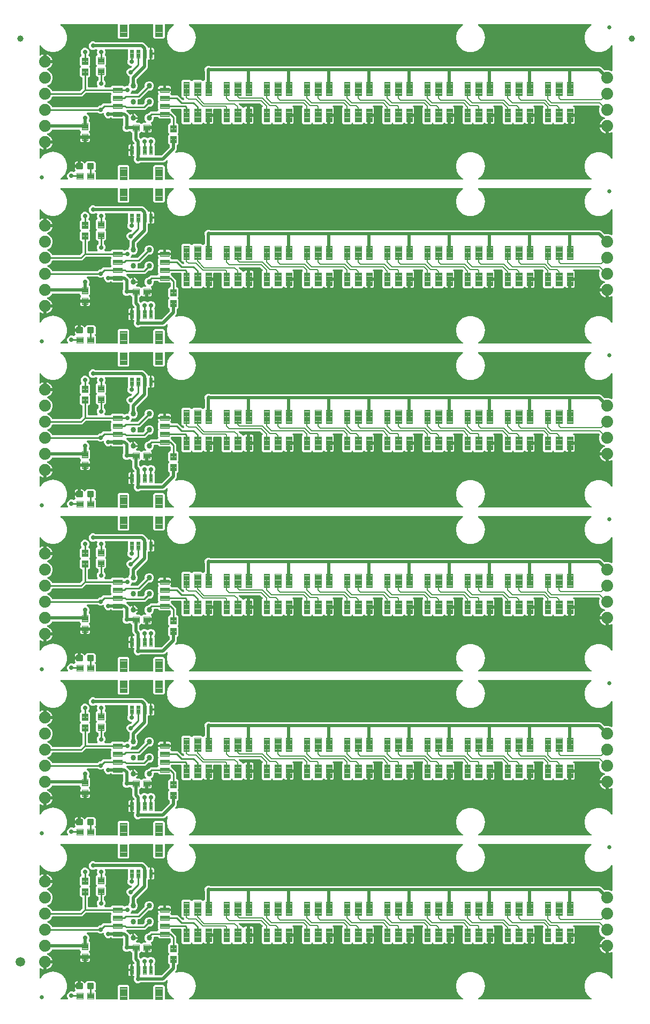
<source format=gtl>
G04 EAGLE Gerber RS-274X export*
G75*
%MOMM*%
%FSLAX34Y34*%
%LPD*%
%INTop Copper*%
%IPPOS*%
%AMOC8*
5,1,8,0,0,1.08239X$1,22.5*%
G01*
%ADD10C,0.635000*%
%ADD11C,0.096000*%
%ADD12C,0.102000*%
%ADD13C,0.100000*%
%ADD14C,0.300000*%
%ADD15C,0.099000*%
%ADD16C,0.863600*%
%ADD17C,1.879600*%
%ADD18C,0.099059*%
%ADD19C,1.000000*%
%ADD20C,1.500000*%
%ADD21C,0.508000*%
%ADD22C,0.254000*%
%ADD23C,0.736600*%
%ADD24C,0.203200*%
%ADD25C,0.660400*%
%ADD26C,0.304800*%

G36*
X672605Y1040389D02*
X672605Y1040389D01*
X672640Y1040387D01*
X672762Y1040409D01*
X672885Y1040425D01*
X672918Y1040438D01*
X672953Y1040444D01*
X673065Y1040496D01*
X673181Y1040542D01*
X673209Y1040562D01*
X673241Y1040577D01*
X673338Y1040656D01*
X673438Y1040728D01*
X673461Y1040756D01*
X673488Y1040778D01*
X673561Y1040878D01*
X673641Y1040973D01*
X673656Y1041005D01*
X673677Y1041034D01*
X673723Y1041149D01*
X673776Y1041261D01*
X673783Y1041296D01*
X673796Y1041329D01*
X673813Y1041452D01*
X673836Y1041573D01*
X673834Y1041609D01*
X673839Y1041644D01*
X673824Y1041767D01*
X673816Y1041891D01*
X673805Y1041925D01*
X673801Y1041960D01*
X673756Y1042076D01*
X673718Y1042193D01*
X673699Y1042223D01*
X673687Y1042256D01*
X673614Y1042357D01*
X673548Y1042462D01*
X673522Y1042486D01*
X673502Y1042515D01*
X673385Y1042626D01*
X668215Y1046964D01*
X664229Y1053869D01*
X662845Y1061720D01*
X664229Y1069571D01*
X668215Y1076475D01*
X674322Y1081600D01*
X681814Y1084327D01*
X689786Y1084327D01*
X697278Y1081600D01*
X703385Y1076476D01*
X707371Y1069571D01*
X708755Y1061720D01*
X707371Y1053869D01*
X703385Y1046965D01*
X698215Y1042626D01*
X698191Y1042600D01*
X698162Y1042580D01*
X698083Y1042484D01*
X697999Y1042393D01*
X697982Y1042362D01*
X697959Y1042335D01*
X697906Y1042222D01*
X697847Y1042113D01*
X697839Y1042079D01*
X697824Y1042047D01*
X697801Y1041925D01*
X697770Y1041805D01*
X697771Y1041769D01*
X697764Y1041734D01*
X697772Y1041611D01*
X697773Y1041487D01*
X697782Y1041452D01*
X697784Y1041417D01*
X697822Y1041299D01*
X697854Y1041179D01*
X697871Y1041148D01*
X697882Y1041115D01*
X697948Y1041010D01*
X698009Y1040901D01*
X698033Y1040876D01*
X698052Y1040846D01*
X698142Y1040761D01*
X698228Y1040671D01*
X698258Y1040652D01*
X698284Y1040628D01*
X698392Y1040568D01*
X698497Y1040502D01*
X698531Y1040491D01*
X698562Y1040474D01*
X698682Y1040443D01*
X698800Y1040406D01*
X698836Y1040404D01*
X698870Y1040395D01*
X699031Y1040385D01*
X875769Y1040385D01*
X875805Y1040389D01*
X875840Y1040387D01*
X875962Y1040409D01*
X876085Y1040425D01*
X876118Y1040438D01*
X876153Y1040444D01*
X876265Y1040496D01*
X876381Y1040542D01*
X876409Y1040562D01*
X876441Y1040577D01*
X876538Y1040656D01*
X876638Y1040728D01*
X876661Y1040756D01*
X876688Y1040778D01*
X876761Y1040878D01*
X876841Y1040973D01*
X876856Y1041005D01*
X876877Y1041034D01*
X876923Y1041149D01*
X876976Y1041261D01*
X876983Y1041296D01*
X876996Y1041329D01*
X877013Y1041452D01*
X877036Y1041573D01*
X877034Y1041609D01*
X877039Y1041644D01*
X877024Y1041767D01*
X877016Y1041891D01*
X877005Y1041925D01*
X877001Y1041960D01*
X876956Y1042076D01*
X876918Y1042193D01*
X876899Y1042223D01*
X876887Y1042256D01*
X876814Y1042357D01*
X876748Y1042462D01*
X876722Y1042486D01*
X876702Y1042515D01*
X876585Y1042626D01*
X871415Y1046964D01*
X867429Y1053869D01*
X866045Y1061720D01*
X867429Y1069571D01*
X871415Y1076475D01*
X877522Y1081600D01*
X885014Y1084327D01*
X892986Y1084327D01*
X900478Y1081600D01*
X906585Y1076476D01*
X907967Y1074082D01*
X908055Y1073966D01*
X908140Y1073848D01*
X908151Y1073839D01*
X908159Y1073829D01*
X908273Y1073738D01*
X908385Y1073645D01*
X908398Y1073639D01*
X908408Y1073631D01*
X908542Y1073571D01*
X908673Y1073510D01*
X908686Y1073507D01*
X908699Y1073502D01*
X908843Y1073477D01*
X908986Y1073450D01*
X908999Y1073451D01*
X909012Y1073448D01*
X909158Y1073461D01*
X909303Y1073470D01*
X909316Y1073474D01*
X909329Y1073475D01*
X909467Y1073523D01*
X909605Y1073568D01*
X909617Y1073575D01*
X909630Y1073579D01*
X909751Y1073660D01*
X909874Y1073738D01*
X909883Y1073748D01*
X909895Y1073755D01*
X909992Y1073863D01*
X910092Y1073969D01*
X910099Y1073981D01*
X910108Y1073991D01*
X910175Y1074121D01*
X910246Y1074248D01*
X910249Y1074261D01*
X910255Y1074273D01*
X910289Y1074415D01*
X910325Y1074556D01*
X910326Y1074574D01*
X910328Y1074583D01*
X910328Y1074600D01*
X910335Y1074717D01*
X910335Y1114246D01*
X910330Y1114285D01*
X910333Y1114325D01*
X910310Y1114443D01*
X910295Y1114561D01*
X910281Y1114598D01*
X910273Y1114637D01*
X910222Y1114746D01*
X910178Y1114857D01*
X910155Y1114889D01*
X910138Y1114925D01*
X910062Y1115017D01*
X909992Y1115114D01*
X909961Y1115140D01*
X909936Y1115170D01*
X909839Y1115241D01*
X909747Y1115317D01*
X909711Y1115334D01*
X909678Y1115358D01*
X909567Y1115402D01*
X909459Y1115453D01*
X909420Y1115460D01*
X909383Y1115475D01*
X909264Y1115490D01*
X909147Y1115512D01*
X909107Y1115510D01*
X909067Y1115515D01*
X908948Y1115500D01*
X908829Y1115493D01*
X908791Y1115480D01*
X908752Y1115475D01*
X908640Y1115432D01*
X908527Y1115395D01*
X908493Y1115373D01*
X908456Y1115359D01*
X908320Y1115273D01*
X907957Y1115009D01*
X906283Y1114156D01*
X904496Y1113575D01*
X904239Y1113535D01*
X904239Y1123950D01*
X904224Y1124068D01*
X904217Y1124187D01*
X904204Y1124225D01*
X904199Y1124265D01*
X904156Y1124376D01*
X904119Y1124489D01*
X904097Y1124523D01*
X904082Y1124561D01*
X904013Y1124657D01*
X903949Y1124758D01*
X903919Y1124786D01*
X903895Y1124818D01*
X903804Y1124894D01*
X903717Y1124976D01*
X903682Y1124995D01*
X903651Y1125021D01*
X903543Y1125072D01*
X903439Y1125129D01*
X903399Y1125140D01*
X903363Y1125157D01*
X903246Y1125179D01*
X903131Y1125209D01*
X903070Y1125213D01*
X903050Y1125217D01*
X903030Y1125215D01*
X902970Y1125219D01*
X901699Y1125219D01*
X901699Y1126490D01*
X901684Y1126608D01*
X901677Y1126727D01*
X901664Y1126765D01*
X901659Y1126805D01*
X901615Y1126916D01*
X901579Y1127029D01*
X901557Y1127064D01*
X901542Y1127101D01*
X901472Y1127197D01*
X901409Y1127298D01*
X901379Y1127326D01*
X901355Y1127359D01*
X901264Y1127434D01*
X901177Y1127516D01*
X901142Y1127536D01*
X901110Y1127561D01*
X901003Y1127612D01*
X900898Y1127670D01*
X900859Y1127680D01*
X900823Y1127697D01*
X900706Y1127719D01*
X900591Y1127749D01*
X900530Y1127753D01*
X900510Y1127757D01*
X900490Y1127755D01*
X900430Y1127759D01*
X890015Y1127759D01*
X890055Y1128016D01*
X890636Y1129803D01*
X891489Y1131477D01*
X892594Y1132998D01*
X893922Y1134326D01*
X895443Y1135431D01*
X897117Y1136284D01*
X897582Y1136435D01*
X897609Y1136448D01*
X897638Y1136455D01*
X897753Y1136515D01*
X897870Y1136570D01*
X897893Y1136589D01*
X897919Y1136603D01*
X898015Y1136691D01*
X898115Y1136773D01*
X898132Y1136797D01*
X898154Y1136817D01*
X898226Y1136926D01*
X898302Y1137030D01*
X898313Y1137058D01*
X898329Y1137083D01*
X898371Y1137206D01*
X898419Y1137326D01*
X898423Y1137356D01*
X898432Y1137384D01*
X898443Y1137513D01*
X898459Y1137641D01*
X898455Y1137671D01*
X898458Y1137701D01*
X898435Y1137829D01*
X898419Y1137957D01*
X898408Y1137985D01*
X898403Y1138014D01*
X898350Y1138132D01*
X898302Y1138253D01*
X898285Y1138277D01*
X898273Y1138304D01*
X898192Y1138405D01*
X898116Y1138510D01*
X898093Y1138529D01*
X898074Y1138553D01*
X897971Y1138630D01*
X897871Y1138713D01*
X897844Y1138726D01*
X897820Y1138744D01*
X897675Y1138815D01*
X894650Y1140068D01*
X891148Y1143570D01*
X889253Y1148144D01*
X889253Y1153096D01*
X890165Y1155298D01*
X890173Y1155326D01*
X890187Y1155353D01*
X890215Y1155480D01*
X890249Y1155605D01*
X890250Y1155634D01*
X890256Y1155663D01*
X890252Y1155793D01*
X890254Y1155923D01*
X890248Y1155951D01*
X890247Y1155981D01*
X890211Y1156106D01*
X890180Y1156232D01*
X890166Y1156258D01*
X890158Y1156286D01*
X890092Y1156398D01*
X890032Y1156513D01*
X890012Y1156535D01*
X889997Y1156560D01*
X889890Y1156681D01*
X888958Y1157614D01*
X888880Y1157674D01*
X888808Y1157742D01*
X888755Y1157771D01*
X888707Y1157808D01*
X888616Y1157848D01*
X888529Y1157896D01*
X888471Y1157911D01*
X888415Y1157935D01*
X888317Y1157950D01*
X888221Y1157975D01*
X888121Y1157981D01*
X888101Y1157985D01*
X888089Y1157983D01*
X888061Y1157985D01*
X849372Y1157985D01*
X849228Y1157967D01*
X849082Y1157952D01*
X849070Y1157947D01*
X849056Y1157945D01*
X848922Y1157892D01*
X848784Y1157841D01*
X848773Y1157833D01*
X848761Y1157828D01*
X848643Y1157743D01*
X848523Y1157660D01*
X848514Y1157650D01*
X848503Y1157642D01*
X848410Y1157529D01*
X848315Y1157419D01*
X848309Y1157407D01*
X848300Y1157397D01*
X848238Y1157265D01*
X848174Y1157134D01*
X848171Y1157121D01*
X848165Y1157109D01*
X848138Y1156966D01*
X848107Y1156823D01*
X848108Y1156810D01*
X848105Y1156797D01*
X848114Y1156652D01*
X848120Y1156506D01*
X848124Y1156492D01*
X848125Y1156479D01*
X848170Y1156341D01*
X848212Y1156201D01*
X848219Y1156189D01*
X848223Y1156177D01*
X848301Y1156053D01*
X848376Y1155929D01*
X848386Y1155919D01*
X848393Y1155908D01*
X848500Y1155808D01*
X848603Y1155706D01*
X848619Y1155696D01*
X848625Y1155690D01*
X848640Y1155682D01*
X848737Y1155617D01*
X849367Y1155253D01*
X849933Y1154687D01*
X850334Y1153994D01*
X850541Y1153220D01*
X850541Y1144819D01*
X844230Y1144819D01*
X844112Y1144804D01*
X843993Y1144797D01*
X843955Y1144784D01*
X843915Y1144779D01*
X843804Y1144736D01*
X843691Y1144699D01*
X843657Y1144677D01*
X843619Y1144662D01*
X843523Y1144593D01*
X843422Y1144529D01*
X843394Y1144499D01*
X843362Y1144476D01*
X843286Y1144384D01*
X843204Y1144297D01*
X843185Y1144262D01*
X843159Y1144231D01*
X843108Y1144123D01*
X843051Y1144019D01*
X843041Y1143979D01*
X843023Y1143943D01*
X843001Y1143826D01*
X842971Y1143711D01*
X842967Y1143651D01*
X842964Y1143631D01*
X842965Y1143610D01*
X842961Y1143550D01*
X842961Y1142359D01*
X841770Y1142359D01*
X841652Y1142344D01*
X841533Y1142337D01*
X841495Y1142324D01*
X841454Y1142319D01*
X841344Y1142275D01*
X841231Y1142239D01*
X841196Y1142217D01*
X841159Y1142202D01*
X841062Y1142132D01*
X840962Y1142069D01*
X840934Y1142039D01*
X840901Y1142015D01*
X840825Y1141924D01*
X840744Y1141837D01*
X840724Y1141802D01*
X840699Y1141770D01*
X840648Y1141663D01*
X840590Y1141558D01*
X840580Y1141519D01*
X840563Y1141483D01*
X840541Y1141366D01*
X840511Y1141250D01*
X840507Y1141190D01*
X840503Y1141170D01*
X840505Y1141150D01*
X840501Y1141090D01*
X840501Y1128779D01*
X838100Y1128779D01*
X837326Y1128986D01*
X836633Y1129387D01*
X836067Y1129953D01*
X836011Y1130050D01*
X835935Y1130150D01*
X835864Y1130254D01*
X835839Y1130276D01*
X835819Y1130303D01*
X835720Y1130381D01*
X835626Y1130464D01*
X835596Y1130480D01*
X835569Y1130501D01*
X835455Y1130552D01*
X835343Y1130609D01*
X835310Y1130616D01*
X835279Y1130630D01*
X835155Y1130651D01*
X835032Y1130679D01*
X834999Y1130678D01*
X834965Y1130683D01*
X834840Y1130673D01*
X834714Y1130669D01*
X834682Y1130660D01*
X834649Y1130657D01*
X834530Y1130616D01*
X834409Y1130581D01*
X834380Y1130563D01*
X834348Y1130552D01*
X834243Y1130483D01*
X834135Y1130419D01*
X834098Y1130387D01*
X834083Y1130377D01*
X834068Y1130360D01*
X834014Y1130313D01*
X831973Y1128271D01*
X819027Y1128271D01*
X817396Y1129902D01*
X817302Y1129975D01*
X817213Y1130054D01*
X817177Y1130072D01*
X817145Y1130097D01*
X817035Y1130145D01*
X816929Y1130199D01*
X816890Y1130208D01*
X816853Y1130224D01*
X816735Y1130242D01*
X816619Y1130268D01*
X816579Y1130267D01*
X816539Y1130274D01*
X816420Y1130262D01*
X816301Y1130259D01*
X816262Y1130247D01*
X816222Y1130244D01*
X816110Y1130203D01*
X815996Y1130170D01*
X815961Y1130150D01*
X815923Y1130136D01*
X815824Y1130069D01*
X815722Y1130009D01*
X815677Y1129969D01*
X815660Y1129958D01*
X815646Y1129942D01*
X815601Y1129902D01*
X813970Y1128271D01*
X802030Y1128271D01*
X799951Y1130350D01*
X799951Y1154290D01*
X800903Y1155242D01*
X800977Y1155336D01*
X801055Y1155426D01*
X801074Y1155461D01*
X801098Y1155493D01*
X801146Y1155603D01*
X801200Y1155709D01*
X801209Y1155748D01*
X801225Y1155785D01*
X801243Y1155903D01*
X801269Y1156019D01*
X801268Y1156059D01*
X801275Y1156099D01*
X801263Y1156218D01*
X801260Y1156337D01*
X801249Y1156376D01*
X801245Y1156416D01*
X801204Y1156528D01*
X801171Y1156643D01*
X801151Y1156677D01*
X801137Y1156715D01*
X801070Y1156814D01*
X801010Y1156916D01*
X800970Y1156961D01*
X800959Y1156978D01*
X800943Y1156992D01*
X800903Y1157037D01*
X800835Y1157106D01*
X800757Y1157166D01*
X800685Y1157234D01*
X800631Y1157263D01*
X800583Y1157301D01*
X800493Y1157340D01*
X800406Y1157388D01*
X800347Y1157403D01*
X800292Y1157427D01*
X800194Y1157442D01*
X800098Y1157467D01*
X799998Y1157473D01*
X799977Y1157477D01*
X799965Y1157475D01*
X799937Y1157477D01*
X786707Y1157477D01*
X786569Y1157460D01*
X786431Y1157447D01*
X786412Y1157440D01*
X786392Y1157437D01*
X786262Y1157386D01*
X786132Y1157339D01*
X786115Y1157328D01*
X786096Y1157320D01*
X785983Y1157239D01*
X785868Y1157161D01*
X785855Y1157145D01*
X785839Y1157134D01*
X785750Y1157026D01*
X785658Y1156922D01*
X785649Y1156904D01*
X785636Y1156889D01*
X785577Y1156763D01*
X785513Y1156639D01*
X785509Y1156619D01*
X785500Y1156601D01*
X785474Y1156464D01*
X785444Y1156329D01*
X785444Y1156308D01*
X785441Y1156289D01*
X785449Y1156150D01*
X785453Y1156011D01*
X785459Y1155991D01*
X785460Y1155971D01*
X785503Y1155839D01*
X785542Y1155705D01*
X785552Y1155688D01*
X785558Y1155669D01*
X785633Y1155551D01*
X785703Y1155431D01*
X785722Y1155410D01*
X785728Y1155400D01*
X785743Y1155386D01*
X785810Y1155311D01*
X786433Y1154687D01*
X786834Y1153994D01*
X787041Y1153220D01*
X787041Y1144819D01*
X780730Y1144819D01*
X780612Y1144804D01*
X780493Y1144797D01*
X780455Y1144784D01*
X780415Y1144779D01*
X780304Y1144736D01*
X780191Y1144699D01*
X780157Y1144677D01*
X780119Y1144662D01*
X780023Y1144593D01*
X779922Y1144529D01*
X779894Y1144499D01*
X779862Y1144476D01*
X779786Y1144384D01*
X779704Y1144297D01*
X779685Y1144262D01*
X779659Y1144231D01*
X779608Y1144123D01*
X779551Y1144019D01*
X779541Y1143979D01*
X779523Y1143943D01*
X779501Y1143826D01*
X779471Y1143711D01*
X779467Y1143651D01*
X779464Y1143631D01*
X779465Y1143610D01*
X779461Y1143550D01*
X779461Y1142359D01*
X778270Y1142359D01*
X778152Y1142344D01*
X778033Y1142337D01*
X777995Y1142324D01*
X777954Y1142319D01*
X777844Y1142275D01*
X777731Y1142239D01*
X777696Y1142217D01*
X777659Y1142202D01*
X777562Y1142132D01*
X777462Y1142069D01*
X777434Y1142039D01*
X777401Y1142015D01*
X777325Y1141924D01*
X777244Y1141837D01*
X777224Y1141802D01*
X777199Y1141770D01*
X777148Y1141663D01*
X777090Y1141558D01*
X777080Y1141519D01*
X777063Y1141483D01*
X777041Y1141366D01*
X777011Y1141250D01*
X777007Y1141190D01*
X777003Y1141170D01*
X777005Y1141150D01*
X777001Y1141090D01*
X777001Y1128779D01*
X774600Y1128779D01*
X773826Y1128986D01*
X773133Y1129387D01*
X772567Y1129953D01*
X772511Y1130050D01*
X772435Y1130150D01*
X772364Y1130254D01*
X772339Y1130276D01*
X772319Y1130303D01*
X772220Y1130381D01*
X772126Y1130464D01*
X772096Y1130480D01*
X772069Y1130501D01*
X771955Y1130552D01*
X771843Y1130609D01*
X771810Y1130616D01*
X771779Y1130630D01*
X771655Y1130651D01*
X771532Y1130679D01*
X771499Y1130678D01*
X771465Y1130683D01*
X771340Y1130673D01*
X771214Y1130669D01*
X771182Y1130660D01*
X771149Y1130657D01*
X771030Y1130616D01*
X770909Y1130581D01*
X770880Y1130563D01*
X770848Y1130552D01*
X770743Y1130483D01*
X770635Y1130419D01*
X770598Y1130387D01*
X770583Y1130377D01*
X770568Y1130360D01*
X770514Y1130313D01*
X768473Y1128271D01*
X755527Y1128271D01*
X753896Y1129902D01*
X753802Y1129975D01*
X753713Y1130054D01*
X753677Y1130072D01*
X753645Y1130097D01*
X753535Y1130145D01*
X753429Y1130199D01*
X753390Y1130208D01*
X753353Y1130224D01*
X753235Y1130242D01*
X753119Y1130268D01*
X753079Y1130267D01*
X753039Y1130274D01*
X752920Y1130262D01*
X752801Y1130259D01*
X752762Y1130247D01*
X752722Y1130244D01*
X752610Y1130203D01*
X752496Y1130170D01*
X752461Y1130150D01*
X752423Y1130136D01*
X752324Y1130069D01*
X752222Y1130009D01*
X752177Y1129969D01*
X752160Y1129958D01*
X752146Y1129942D01*
X752101Y1129902D01*
X750470Y1128271D01*
X738530Y1128271D01*
X736451Y1130350D01*
X736451Y1154290D01*
X736634Y1154473D01*
X736707Y1154567D01*
X736786Y1154656D01*
X736804Y1154692D01*
X736829Y1154724D01*
X736876Y1154833D01*
X736930Y1154939D01*
X736939Y1154979D01*
X736955Y1155016D01*
X736974Y1155134D01*
X737000Y1155250D01*
X736999Y1155290D01*
X737005Y1155330D01*
X736994Y1155448D01*
X736990Y1155567D01*
X736979Y1155606D01*
X736975Y1155646D01*
X736935Y1155759D01*
X736902Y1155873D01*
X736881Y1155908D01*
X736868Y1155946D01*
X736801Y1156044D01*
X736740Y1156147D01*
X736701Y1156192D01*
X736689Y1156209D01*
X736674Y1156222D01*
X736634Y1156268D01*
X735796Y1157106D01*
X735718Y1157166D01*
X735646Y1157234D01*
X735593Y1157263D01*
X735545Y1157300D01*
X735454Y1157340D01*
X735367Y1157388D01*
X735309Y1157403D01*
X735253Y1157427D01*
X735155Y1157442D01*
X735059Y1157467D01*
X734959Y1157473D01*
X734939Y1157477D01*
X734927Y1157475D01*
X734899Y1157477D01*
X723207Y1157477D01*
X723069Y1157460D01*
X722931Y1157447D01*
X722912Y1157440D01*
X722892Y1157437D01*
X722762Y1157386D01*
X722632Y1157339D01*
X722615Y1157328D01*
X722596Y1157320D01*
X722483Y1157239D01*
X722368Y1157161D01*
X722355Y1157145D01*
X722339Y1157134D01*
X722250Y1157026D01*
X722158Y1156922D01*
X722149Y1156904D01*
X722136Y1156889D01*
X722077Y1156763D01*
X722013Y1156639D01*
X722009Y1156619D01*
X722000Y1156601D01*
X721974Y1156464D01*
X721944Y1156329D01*
X721944Y1156308D01*
X721941Y1156289D01*
X721949Y1156150D01*
X721953Y1156011D01*
X721959Y1155991D01*
X721960Y1155971D01*
X722003Y1155839D01*
X722042Y1155705D01*
X722052Y1155688D01*
X722058Y1155669D01*
X722133Y1155551D01*
X722203Y1155431D01*
X722222Y1155410D01*
X722228Y1155400D01*
X722243Y1155386D01*
X722310Y1155311D01*
X722933Y1154687D01*
X723334Y1153994D01*
X723541Y1153220D01*
X723541Y1144819D01*
X717230Y1144819D01*
X717112Y1144804D01*
X716993Y1144797D01*
X716955Y1144784D01*
X716915Y1144779D01*
X716804Y1144736D01*
X716691Y1144699D01*
X716657Y1144677D01*
X716619Y1144662D01*
X716523Y1144593D01*
X716422Y1144529D01*
X716394Y1144499D01*
X716362Y1144476D01*
X716286Y1144384D01*
X716204Y1144297D01*
X716185Y1144262D01*
X716159Y1144231D01*
X716108Y1144123D01*
X716051Y1144019D01*
X716041Y1143979D01*
X716023Y1143943D01*
X716001Y1143826D01*
X715971Y1143711D01*
X715967Y1143651D01*
X715964Y1143631D01*
X715965Y1143610D01*
X715961Y1143550D01*
X715961Y1142359D01*
X714770Y1142359D01*
X714652Y1142344D01*
X714533Y1142337D01*
X714495Y1142324D01*
X714454Y1142319D01*
X714344Y1142275D01*
X714231Y1142239D01*
X714196Y1142217D01*
X714159Y1142202D01*
X714062Y1142132D01*
X713962Y1142069D01*
X713934Y1142039D01*
X713901Y1142015D01*
X713825Y1141924D01*
X713744Y1141837D01*
X713724Y1141802D01*
X713699Y1141770D01*
X713648Y1141663D01*
X713590Y1141558D01*
X713580Y1141519D01*
X713563Y1141483D01*
X713541Y1141366D01*
X713511Y1141250D01*
X713507Y1141190D01*
X713503Y1141170D01*
X713505Y1141150D01*
X713501Y1141090D01*
X713501Y1128779D01*
X711100Y1128779D01*
X710326Y1128986D01*
X709633Y1129387D01*
X709067Y1129953D01*
X709011Y1130050D01*
X708935Y1130150D01*
X708864Y1130254D01*
X708839Y1130276D01*
X708819Y1130303D01*
X708720Y1130381D01*
X708626Y1130464D01*
X708596Y1130480D01*
X708569Y1130501D01*
X708455Y1130552D01*
X708343Y1130609D01*
X708310Y1130616D01*
X708279Y1130630D01*
X708155Y1130651D01*
X708032Y1130679D01*
X707999Y1130678D01*
X707965Y1130683D01*
X707840Y1130673D01*
X707714Y1130669D01*
X707682Y1130660D01*
X707649Y1130657D01*
X707530Y1130616D01*
X707409Y1130581D01*
X707380Y1130563D01*
X707348Y1130552D01*
X707243Y1130483D01*
X707135Y1130419D01*
X707098Y1130387D01*
X707083Y1130377D01*
X707068Y1130360D01*
X707014Y1130313D01*
X704973Y1128271D01*
X692027Y1128271D01*
X690396Y1129902D01*
X690302Y1129975D01*
X690213Y1130054D01*
X690177Y1130072D01*
X690145Y1130097D01*
X690035Y1130145D01*
X689929Y1130199D01*
X689890Y1130208D01*
X689853Y1130224D01*
X689735Y1130242D01*
X689619Y1130268D01*
X689579Y1130267D01*
X689539Y1130274D01*
X689420Y1130262D01*
X689301Y1130259D01*
X689262Y1130247D01*
X689222Y1130244D01*
X689110Y1130203D01*
X688996Y1130170D01*
X688961Y1130150D01*
X688923Y1130136D01*
X688824Y1130069D01*
X688722Y1130009D01*
X688677Y1129969D01*
X688660Y1129958D01*
X688646Y1129942D01*
X688601Y1129902D01*
X686970Y1128271D01*
X675030Y1128271D01*
X672951Y1130350D01*
X672951Y1154290D01*
X673769Y1155108D01*
X673842Y1155202D01*
X673921Y1155291D01*
X673939Y1155327D01*
X673964Y1155359D01*
X674011Y1155468D01*
X674065Y1155574D01*
X674074Y1155614D01*
X674090Y1155651D01*
X674109Y1155768D01*
X674135Y1155884D01*
X674134Y1155925D01*
X674140Y1155965D01*
X674129Y1156083D01*
X674125Y1156202D01*
X674114Y1156241D01*
X674110Y1156281D01*
X674070Y1156394D01*
X674037Y1156508D01*
X674016Y1156543D01*
X674003Y1156581D01*
X673936Y1156679D01*
X673875Y1156782D01*
X673836Y1156827D01*
X673824Y1156844D01*
X673809Y1156857D01*
X673769Y1156903D01*
X673566Y1157106D01*
X673488Y1157166D01*
X673416Y1157234D01*
X673363Y1157263D01*
X673315Y1157300D01*
X673224Y1157340D01*
X673137Y1157388D01*
X673079Y1157403D01*
X673023Y1157427D01*
X672925Y1157442D01*
X672829Y1157467D01*
X672729Y1157473D01*
X672709Y1157477D01*
X672697Y1157475D01*
X672669Y1157477D01*
X659707Y1157477D01*
X659569Y1157460D01*
X659431Y1157447D01*
X659412Y1157440D01*
X659392Y1157437D01*
X659262Y1157386D01*
X659132Y1157339D01*
X659115Y1157328D01*
X659096Y1157320D01*
X658983Y1157239D01*
X658868Y1157161D01*
X658855Y1157145D01*
X658839Y1157134D01*
X658750Y1157026D01*
X658658Y1156922D01*
X658649Y1156904D01*
X658636Y1156889D01*
X658577Y1156763D01*
X658513Y1156639D01*
X658509Y1156619D01*
X658500Y1156601D01*
X658474Y1156464D01*
X658444Y1156329D01*
X658444Y1156308D01*
X658441Y1156289D01*
X658449Y1156150D01*
X658453Y1156011D01*
X658459Y1155991D01*
X658460Y1155971D01*
X658503Y1155839D01*
X658542Y1155705D01*
X658552Y1155688D01*
X658558Y1155669D01*
X658633Y1155551D01*
X658703Y1155431D01*
X658722Y1155410D01*
X658728Y1155400D01*
X658743Y1155386D01*
X658810Y1155311D01*
X659433Y1154687D01*
X659834Y1153994D01*
X660041Y1153220D01*
X660041Y1144819D01*
X653730Y1144819D01*
X653612Y1144804D01*
X653493Y1144797D01*
X653455Y1144784D01*
X653415Y1144779D01*
X653304Y1144736D01*
X653191Y1144699D01*
X653157Y1144677D01*
X653119Y1144662D01*
X653023Y1144593D01*
X652922Y1144529D01*
X652894Y1144499D01*
X652862Y1144476D01*
X652786Y1144384D01*
X652704Y1144297D01*
X652685Y1144262D01*
X652659Y1144231D01*
X652608Y1144123D01*
X652551Y1144019D01*
X652541Y1143979D01*
X652523Y1143943D01*
X652501Y1143826D01*
X652471Y1143711D01*
X652467Y1143651D01*
X652464Y1143631D01*
X652465Y1143610D01*
X652461Y1143550D01*
X652461Y1142359D01*
X651270Y1142359D01*
X651152Y1142344D01*
X651033Y1142337D01*
X650995Y1142324D01*
X650954Y1142319D01*
X650844Y1142275D01*
X650731Y1142239D01*
X650696Y1142217D01*
X650659Y1142202D01*
X650562Y1142132D01*
X650462Y1142069D01*
X650434Y1142039D01*
X650401Y1142015D01*
X650325Y1141924D01*
X650244Y1141837D01*
X650224Y1141802D01*
X650199Y1141770D01*
X650148Y1141663D01*
X650090Y1141558D01*
X650080Y1141519D01*
X650063Y1141483D01*
X650041Y1141366D01*
X650011Y1141250D01*
X650007Y1141190D01*
X650003Y1141170D01*
X650005Y1141150D01*
X650001Y1141090D01*
X650001Y1128779D01*
X647600Y1128779D01*
X646826Y1128986D01*
X646133Y1129387D01*
X645567Y1129953D01*
X645511Y1130050D01*
X645435Y1130150D01*
X645364Y1130254D01*
X645339Y1130276D01*
X645319Y1130303D01*
X645220Y1130381D01*
X645126Y1130464D01*
X645096Y1130480D01*
X645069Y1130501D01*
X644955Y1130552D01*
X644843Y1130609D01*
X644810Y1130616D01*
X644779Y1130630D01*
X644655Y1130651D01*
X644532Y1130679D01*
X644499Y1130678D01*
X644465Y1130683D01*
X644340Y1130673D01*
X644214Y1130669D01*
X644182Y1130660D01*
X644149Y1130657D01*
X644030Y1130616D01*
X643909Y1130581D01*
X643880Y1130563D01*
X643848Y1130552D01*
X643743Y1130483D01*
X643635Y1130419D01*
X643598Y1130387D01*
X643583Y1130377D01*
X643568Y1130360D01*
X643514Y1130313D01*
X641473Y1128271D01*
X628527Y1128271D01*
X626896Y1129902D01*
X626802Y1129975D01*
X626713Y1130054D01*
X626677Y1130072D01*
X626645Y1130097D01*
X626535Y1130145D01*
X626429Y1130199D01*
X626390Y1130208D01*
X626353Y1130224D01*
X626235Y1130242D01*
X626119Y1130268D01*
X626079Y1130267D01*
X626039Y1130274D01*
X625920Y1130262D01*
X625801Y1130259D01*
X625762Y1130247D01*
X625722Y1130244D01*
X625610Y1130203D01*
X625496Y1130170D01*
X625461Y1130150D01*
X625423Y1130136D01*
X625324Y1130069D01*
X625222Y1130009D01*
X625177Y1129969D01*
X625160Y1129958D01*
X625146Y1129942D01*
X625101Y1129902D01*
X623470Y1128271D01*
X611530Y1128271D01*
X609451Y1130350D01*
X609451Y1154290D01*
X610472Y1155311D01*
X610557Y1155420D01*
X610646Y1155527D01*
X610654Y1155546D01*
X610667Y1155562D01*
X610722Y1155689D01*
X610781Y1155815D01*
X610785Y1155835D01*
X610793Y1155854D01*
X610815Y1155992D01*
X610841Y1156128D01*
X610840Y1156148D01*
X610843Y1156168D01*
X610830Y1156307D01*
X610821Y1156445D01*
X610815Y1156464D01*
X610813Y1156484D01*
X610766Y1156616D01*
X610723Y1156747D01*
X610712Y1156765D01*
X610706Y1156784D01*
X610628Y1156899D01*
X610553Y1157016D01*
X610538Y1157030D01*
X610527Y1157047D01*
X610423Y1157139D01*
X610322Y1157234D01*
X610304Y1157244D01*
X610289Y1157257D01*
X610164Y1157321D01*
X610043Y1157388D01*
X610023Y1157393D01*
X610005Y1157402D01*
X609870Y1157432D01*
X609735Y1157467D01*
X609707Y1157469D01*
X609695Y1157472D01*
X609675Y1157471D01*
X609574Y1157477D01*
X596207Y1157477D01*
X596069Y1157460D01*
X595931Y1157447D01*
X595912Y1157440D01*
X595892Y1157437D01*
X595762Y1157386D01*
X595632Y1157339D01*
X595615Y1157328D01*
X595596Y1157320D01*
X595483Y1157239D01*
X595368Y1157161D01*
X595355Y1157145D01*
X595339Y1157134D01*
X595250Y1157026D01*
X595158Y1156922D01*
X595149Y1156904D01*
X595136Y1156889D01*
X595077Y1156763D01*
X595013Y1156639D01*
X595009Y1156619D01*
X595000Y1156601D01*
X594974Y1156464D01*
X594944Y1156329D01*
X594944Y1156308D01*
X594941Y1156289D01*
X594949Y1156150D01*
X594953Y1156011D01*
X594959Y1155991D01*
X594960Y1155971D01*
X595003Y1155839D01*
X595042Y1155705D01*
X595052Y1155688D01*
X595058Y1155669D01*
X595133Y1155551D01*
X595203Y1155431D01*
X595222Y1155410D01*
X595228Y1155400D01*
X595243Y1155386D01*
X595310Y1155311D01*
X595933Y1154687D01*
X596334Y1153994D01*
X596541Y1153220D01*
X596541Y1144819D01*
X590230Y1144819D01*
X590112Y1144804D01*
X589993Y1144797D01*
X589955Y1144784D01*
X589915Y1144779D01*
X589804Y1144736D01*
X589691Y1144699D01*
X589657Y1144677D01*
X589619Y1144662D01*
X589523Y1144593D01*
X589422Y1144529D01*
X589394Y1144499D01*
X589362Y1144476D01*
X589286Y1144384D01*
X589204Y1144297D01*
X589185Y1144262D01*
X589159Y1144231D01*
X589108Y1144123D01*
X589051Y1144019D01*
X589041Y1143979D01*
X589023Y1143943D01*
X589001Y1143826D01*
X588971Y1143711D01*
X588967Y1143651D01*
X588964Y1143631D01*
X588965Y1143610D01*
X588961Y1143550D01*
X588961Y1142359D01*
X587770Y1142359D01*
X587652Y1142344D01*
X587533Y1142337D01*
X587495Y1142324D01*
X587454Y1142319D01*
X587344Y1142275D01*
X587231Y1142239D01*
X587196Y1142217D01*
X587159Y1142202D01*
X587062Y1142132D01*
X586962Y1142069D01*
X586934Y1142039D01*
X586901Y1142015D01*
X586825Y1141924D01*
X586744Y1141837D01*
X586724Y1141802D01*
X586699Y1141770D01*
X586648Y1141663D01*
X586590Y1141558D01*
X586580Y1141519D01*
X586563Y1141483D01*
X586541Y1141366D01*
X586511Y1141250D01*
X586507Y1141190D01*
X586503Y1141170D01*
X586505Y1141150D01*
X586501Y1141090D01*
X586501Y1128779D01*
X584100Y1128779D01*
X583326Y1128986D01*
X582633Y1129387D01*
X582067Y1129953D01*
X582011Y1130050D01*
X581935Y1130150D01*
X581864Y1130254D01*
X581839Y1130276D01*
X581819Y1130303D01*
X581720Y1130381D01*
X581626Y1130464D01*
X581596Y1130480D01*
X581569Y1130501D01*
X581455Y1130552D01*
X581343Y1130609D01*
X581310Y1130616D01*
X581279Y1130630D01*
X581155Y1130651D01*
X581032Y1130679D01*
X580999Y1130678D01*
X580965Y1130683D01*
X580840Y1130673D01*
X580714Y1130669D01*
X580682Y1130660D01*
X580649Y1130657D01*
X580530Y1130616D01*
X580409Y1130581D01*
X580380Y1130563D01*
X580348Y1130552D01*
X580243Y1130483D01*
X580135Y1130419D01*
X580098Y1130387D01*
X580083Y1130377D01*
X580068Y1130360D01*
X580014Y1130313D01*
X577973Y1128271D01*
X565027Y1128271D01*
X563396Y1129902D01*
X563302Y1129975D01*
X563213Y1130054D01*
X563177Y1130072D01*
X563145Y1130097D01*
X563035Y1130145D01*
X562929Y1130199D01*
X562890Y1130208D01*
X562853Y1130224D01*
X562735Y1130242D01*
X562619Y1130268D01*
X562579Y1130267D01*
X562539Y1130274D01*
X562420Y1130262D01*
X562301Y1130259D01*
X562262Y1130247D01*
X562222Y1130244D01*
X562110Y1130203D01*
X561996Y1130170D01*
X561961Y1130150D01*
X561923Y1130136D01*
X561824Y1130069D01*
X561722Y1130009D01*
X561677Y1129969D01*
X561660Y1129958D01*
X561646Y1129942D01*
X561601Y1129902D01*
X559970Y1128271D01*
X548030Y1128271D01*
X545951Y1130350D01*
X545951Y1154290D01*
X546769Y1155108D01*
X546842Y1155202D01*
X546921Y1155291D01*
X546939Y1155327D01*
X546964Y1155359D01*
X547011Y1155468D01*
X547065Y1155574D01*
X547074Y1155614D01*
X547090Y1155651D01*
X547109Y1155769D01*
X547135Y1155885D01*
X547134Y1155925D01*
X547140Y1155965D01*
X547129Y1156084D01*
X547125Y1156202D01*
X547114Y1156241D01*
X547110Y1156281D01*
X547070Y1156394D01*
X547037Y1156508D01*
X547016Y1156543D01*
X547003Y1156581D01*
X546936Y1156679D01*
X546875Y1156782D01*
X546835Y1156827D01*
X546824Y1156844D01*
X546809Y1156857D01*
X546769Y1156903D01*
X546566Y1157106D01*
X546488Y1157166D01*
X546416Y1157234D01*
X546363Y1157263D01*
X546315Y1157300D01*
X546224Y1157340D01*
X546137Y1157388D01*
X546079Y1157403D01*
X546023Y1157427D01*
X545925Y1157442D01*
X545829Y1157467D01*
X545729Y1157473D01*
X545709Y1157477D01*
X545697Y1157475D01*
X545669Y1157477D01*
X532707Y1157477D01*
X532569Y1157460D01*
X532431Y1157447D01*
X532412Y1157440D01*
X532392Y1157437D01*
X532262Y1157386D01*
X532132Y1157339D01*
X532115Y1157328D01*
X532096Y1157320D01*
X531983Y1157239D01*
X531868Y1157161D01*
X531855Y1157145D01*
X531839Y1157134D01*
X531750Y1157026D01*
X531658Y1156922D01*
X531649Y1156904D01*
X531636Y1156889D01*
X531577Y1156763D01*
X531513Y1156639D01*
X531509Y1156619D01*
X531500Y1156601D01*
X531474Y1156464D01*
X531444Y1156329D01*
X531444Y1156308D01*
X531441Y1156289D01*
X531449Y1156150D01*
X531453Y1156011D01*
X531459Y1155991D01*
X531460Y1155971D01*
X531503Y1155839D01*
X531542Y1155705D01*
X531552Y1155688D01*
X531558Y1155669D01*
X531633Y1155551D01*
X531703Y1155431D01*
X531722Y1155410D01*
X531728Y1155400D01*
X531743Y1155386D01*
X531810Y1155311D01*
X532433Y1154687D01*
X532834Y1153994D01*
X533041Y1153220D01*
X533041Y1144819D01*
X526730Y1144819D01*
X526612Y1144804D01*
X526493Y1144797D01*
X526455Y1144784D01*
X526415Y1144779D01*
X526304Y1144736D01*
X526191Y1144699D01*
X526157Y1144677D01*
X526119Y1144662D01*
X526023Y1144593D01*
X525922Y1144529D01*
X525894Y1144499D01*
X525862Y1144476D01*
X525786Y1144384D01*
X525704Y1144297D01*
X525685Y1144262D01*
X525659Y1144231D01*
X525608Y1144123D01*
X525551Y1144019D01*
X525541Y1143979D01*
X525523Y1143943D01*
X525501Y1143826D01*
X525471Y1143711D01*
X525467Y1143651D01*
X525464Y1143631D01*
X525465Y1143610D01*
X525461Y1143550D01*
X525461Y1142359D01*
X524270Y1142359D01*
X524152Y1142344D01*
X524033Y1142337D01*
X523995Y1142324D01*
X523954Y1142319D01*
X523844Y1142275D01*
X523731Y1142239D01*
X523696Y1142217D01*
X523659Y1142202D01*
X523562Y1142132D01*
X523462Y1142069D01*
X523434Y1142039D01*
X523401Y1142015D01*
X523325Y1141924D01*
X523244Y1141837D01*
X523224Y1141802D01*
X523199Y1141770D01*
X523148Y1141663D01*
X523090Y1141558D01*
X523080Y1141519D01*
X523063Y1141483D01*
X523041Y1141366D01*
X523011Y1141250D01*
X523007Y1141190D01*
X523003Y1141170D01*
X523005Y1141150D01*
X523001Y1141090D01*
X523001Y1128779D01*
X520600Y1128779D01*
X519826Y1128986D01*
X519133Y1129387D01*
X518567Y1129953D01*
X518511Y1130050D01*
X518435Y1130150D01*
X518364Y1130254D01*
X518339Y1130276D01*
X518319Y1130303D01*
X518220Y1130381D01*
X518126Y1130464D01*
X518096Y1130480D01*
X518069Y1130501D01*
X517955Y1130552D01*
X517843Y1130609D01*
X517810Y1130616D01*
X517779Y1130630D01*
X517655Y1130651D01*
X517532Y1130679D01*
X517499Y1130678D01*
X517465Y1130683D01*
X517340Y1130673D01*
X517214Y1130669D01*
X517182Y1130660D01*
X517149Y1130657D01*
X517030Y1130616D01*
X516909Y1130581D01*
X516880Y1130563D01*
X516848Y1130552D01*
X516743Y1130483D01*
X516635Y1130419D01*
X516598Y1130387D01*
X516583Y1130377D01*
X516568Y1130360D01*
X516514Y1130313D01*
X514473Y1128271D01*
X501527Y1128271D01*
X499896Y1129902D01*
X499802Y1129975D01*
X499713Y1130054D01*
X499677Y1130072D01*
X499645Y1130097D01*
X499535Y1130145D01*
X499429Y1130199D01*
X499390Y1130208D01*
X499353Y1130224D01*
X499235Y1130242D01*
X499119Y1130268D01*
X499079Y1130267D01*
X499039Y1130274D01*
X498920Y1130262D01*
X498801Y1130259D01*
X498762Y1130247D01*
X498722Y1130244D01*
X498610Y1130203D01*
X498496Y1130170D01*
X498461Y1130150D01*
X498423Y1130136D01*
X498324Y1130069D01*
X498222Y1130009D01*
X498177Y1129969D01*
X498160Y1129958D01*
X498146Y1129942D01*
X498101Y1129902D01*
X496470Y1128271D01*
X484530Y1128271D01*
X482451Y1130350D01*
X482451Y1154290D01*
X483472Y1155311D01*
X483557Y1155420D01*
X483646Y1155527D01*
X483654Y1155546D01*
X483667Y1155562D01*
X483722Y1155689D01*
X483781Y1155815D01*
X483785Y1155835D01*
X483793Y1155854D01*
X483815Y1155992D01*
X483841Y1156128D01*
X483840Y1156148D01*
X483843Y1156168D01*
X483830Y1156307D01*
X483821Y1156445D01*
X483815Y1156464D01*
X483813Y1156484D01*
X483766Y1156616D01*
X483723Y1156747D01*
X483712Y1156765D01*
X483706Y1156784D01*
X483628Y1156899D01*
X483553Y1157016D01*
X483538Y1157030D01*
X483527Y1157047D01*
X483423Y1157139D01*
X483322Y1157234D01*
X483304Y1157244D01*
X483289Y1157257D01*
X483164Y1157321D01*
X483043Y1157388D01*
X483023Y1157393D01*
X483005Y1157402D01*
X482870Y1157432D01*
X482735Y1157467D01*
X482707Y1157469D01*
X482695Y1157472D01*
X482675Y1157471D01*
X482574Y1157477D01*
X469207Y1157477D01*
X469069Y1157460D01*
X468931Y1157447D01*
X468912Y1157440D01*
X468892Y1157437D01*
X468762Y1157386D01*
X468632Y1157339D01*
X468615Y1157328D01*
X468596Y1157320D01*
X468483Y1157239D01*
X468368Y1157161D01*
X468355Y1157145D01*
X468339Y1157134D01*
X468250Y1157026D01*
X468158Y1156922D01*
X468149Y1156904D01*
X468136Y1156889D01*
X468077Y1156763D01*
X468013Y1156639D01*
X468009Y1156619D01*
X468000Y1156601D01*
X467974Y1156464D01*
X467944Y1156329D01*
X467944Y1156308D01*
X467941Y1156289D01*
X467949Y1156150D01*
X467953Y1156011D01*
X467959Y1155991D01*
X467960Y1155971D01*
X468003Y1155839D01*
X468042Y1155705D01*
X468052Y1155688D01*
X468058Y1155669D01*
X468133Y1155551D01*
X468203Y1155431D01*
X468222Y1155410D01*
X468228Y1155400D01*
X468243Y1155386D01*
X468310Y1155311D01*
X468933Y1154687D01*
X469334Y1153994D01*
X469541Y1153220D01*
X469541Y1144819D01*
X463230Y1144819D01*
X463112Y1144804D01*
X462993Y1144797D01*
X462955Y1144784D01*
X462915Y1144779D01*
X462804Y1144736D01*
X462691Y1144699D01*
X462657Y1144677D01*
X462619Y1144662D01*
X462523Y1144593D01*
X462422Y1144529D01*
X462394Y1144499D01*
X462362Y1144476D01*
X462286Y1144384D01*
X462204Y1144297D01*
X462185Y1144262D01*
X462159Y1144231D01*
X462108Y1144123D01*
X462051Y1144019D01*
X462041Y1143979D01*
X462023Y1143943D01*
X462001Y1143826D01*
X461971Y1143711D01*
X461967Y1143651D01*
X461964Y1143631D01*
X461965Y1143610D01*
X461961Y1143550D01*
X461961Y1142359D01*
X460770Y1142359D01*
X460652Y1142344D01*
X460533Y1142337D01*
X460495Y1142324D01*
X460454Y1142319D01*
X460344Y1142275D01*
X460231Y1142239D01*
X460196Y1142217D01*
X460159Y1142202D01*
X460062Y1142132D01*
X459962Y1142069D01*
X459934Y1142039D01*
X459901Y1142015D01*
X459825Y1141924D01*
X459744Y1141837D01*
X459724Y1141802D01*
X459699Y1141770D01*
X459648Y1141663D01*
X459590Y1141558D01*
X459580Y1141519D01*
X459563Y1141483D01*
X459541Y1141366D01*
X459511Y1141250D01*
X459507Y1141190D01*
X459503Y1141170D01*
X459505Y1141150D01*
X459501Y1141090D01*
X459501Y1128779D01*
X457100Y1128779D01*
X456326Y1128986D01*
X455633Y1129387D01*
X455067Y1129953D01*
X455011Y1130050D01*
X454935Y1130150D01*
X454864Y1130254D01*
X454839Y1130276D01*
X454819Y1130303D01*
X454720Y1130381D01*
X454626Y1130464D01*
X454596Y1130480D01*
X454569Y1130501D01*
X454455Y1130552D01*
X454343Y1130609D01*
X454310Y1130616D01*
X454279Y1130630D01*
X454155Y1130651D01*
X454032Y1130679D01*
X453999Y1130678D01*
X453965Y1130683D01*
X453840Y1130673D01*
X453714Y1130669D01*
X453682Y1130660D01*
X453649Y1130657D01*
X453530Y1130616D01*
X453409Y1130581D01*
X453380Y1130563D01*
X453348Y1130552D01*
X453243Y1130483D01*
X453135Y1130419D01*
X453098Y1130387D01*
X453083Y1130377D01*
X453068Y1130360D01*
X453014Y1130313D01*
X450973Y1128271D01*
X438027Y1128271D01*
X436396Y1129902D01*
X436302Y1129975D01*
X436213Y1130054D01*
X436177Y1130072D01*
X436145Y1130097D01*
X436035Y1130145D01*
X435929Y1130199D01*
X435890Y1130208D01*
X435853Y1130224D01*
X435735Y1130242D01*
X435619Y1130268D01*
X435579Y1130267D01*
X435539Y1130274D01*
X435420Y1130262D01*
X435301Y1130259D01*
X435262Y1130247D01*
X435222Y1130244D01*
X435110Y1130203D01*
X434996Y1130170D01*
X434961Y1130150D01*
X434923Y1130136D01*
X434824Y1130069D01*
X434722Y1130009D01*
X434677Y1129969D01*
X434660Y1129958D01*
X434646Y1129942D01*
X434601Y1129902D01*
X432970Y1128271D01*
X421030Y1128271D01*
X418951Y1130350D01*
X418951Y1154290D01*
X419972Y1155311D01*
X420057Y1155420D01*
X420146Y1155527D01*
X420154Y1155546D01*
X420167Y1155562D01*
X420222Y1155689D01*
X420281Y1155815D01*
X420285Y1155835D01*
X420293Y1155854D01*
X420315Y1155992D01*
X420341Y1156128D01*
X420340Y1156148D01*
X420343Y1156168D01*
X420330Y1156307D01*
X420321Y1156445D01*
X420315Y1156464D01*
X420313Y1156484D01*
X420266Y1156616D01*
X420223Y1156747D01*
X420212Y1156765D01*
X420206Y1156784D01*
X420128Y1156899D01*
X420053Y1157016D01*
X420038Y1157030D01*
X420027Y1157047D01*
X419923Y1157139D01*
X419822Y1157234D01*
X419804Y1157244D01*
X419789Y1157257D01*
X419664Y1157321D01*
X419543Y1157388D01*
X419523Y1157393D01*
X419505Y1157402D01*
X419370Y1157432D01*
X419235Y1157467D01*
X419207Y1157469D01*
X419195Y1157472D01*
X419175Y1157471D01*
X419074Y1157477D01*
X405707Y1157477D01*
X405569Y1157460D01*
X405431Y1157447D01*
X405412Y1157440D01*
X405392Y1157437D01*
X405262Y1157386D01*
X405132Y1157339D01*
X405115Y1157328D01*
X405096Y1157320D01*
X404983Y1157239D01*
X404868Y1157161D01*
X404855Y1157145D01*
X404839Y1157134D01*
X404750Y1157026D01*
X404658Y1156922D01*
X404649Y1156904D01*
X404636Y1156889D01*
X404577Y1156763D01*
X404513Y1156639D01*
X404509Y1156619D01*
X404500Y1156601D01*
X404474Y1156464D01*
X404444Y1156329D01*
X404444Y1156308D01*
X404441Y1156289D01*
X404449Y1156150D01*
X404453Y1156011D01*
X404459Y1155991D01*
X404460Y1155971D01*
X404503Y1155839D01*
X404542Y1155705D01*
X404552Y1155688D01*
X404558Y1155669D01*
X404633Y1155551D01*
X404703Y1155431D01*
X404722Y1155410D01*
X404728Y1155400D01*
X404743Y1155386D01*
X404810Y1155311D01*
X405433Y1154687D01*
X405834Y1153994D01*
X406041Y1153220D01*
X406041Y1144819D01*
X399730Y1144819D01*
X399612Y1144804D01*
X399493Y1144797D01*
X399455Y1144784D01*
X399415Y1144779D01*
X399304Y1144736D01*
X399191Y1144699D01*
X399157Y1144677D01*
X399119Y1144662D01*
X399023Y1144593D01*
X398922Y1144529D01*
X398894Y1144499D01*
X398862Y1144476D01*
X398786Y1144384D01*
X398704Y1144297D01*
X398685Y1144262D01*
X398659Y1144231D01*
X398608Y1144123D01*
X398551Y1144019D01*
X398541Y1143979D01*
X398523Y1143943D01*
X398501Y1143826D01*
X398471Y1143711D01*
X398467Y1143651D01*
X398464Y1143631D01*
X398465Y1143610D01*
X398461Y1143550D01*
X398461Y1142359D01*
X397270Y1142359D01*
X397152Y1142344D01*
X397033Y1142337D01*
X396995Y1142324D01*
X396954Y1142319D01*
X396844Y1142275D01*
X396731Y1142239D01*
X396696Y1142217D01*
X396659Y1142202D01*
X396562Y1142132D01*
X396462Y1142069D01*
X396434Y1142039D01*
X396401Y1142015D01*
X396325Y1141924D01*
X396244Y1141837D01*
X396224Y1141802D01*
X396199Y1141770D01*
X396148Y1141663D01*
X396090Y1141558D01*
X396080Y1141519D01*
X396063Y1141483D01*
X396041Y1141366D01*
X396011Y1141250D01*
X396007Y1141190D01*
X396003Y1141170D01*
X396005Y1141150D01*
X396001Y1141090D01*
X396001Y1128779D01*
X393600Y1128779D01*
X392826Y1128986D01*
X392133Y1129387D01*
X391567Y1129953D01*
X391511Y1130050D01*
X391435Y1130150D01*
X391364Y1130254D01*
X391339Y1130276D01*
X391319Y1130303D01*
X391220Y1130381D01*
X391126Y1130464D01*
X391096Y1130480D01*
X391069Y1130501D01*
X390955Y1130552D01*
X390843Y1130609D01*
X390810Y1130616D01*
X390779Y1130630D01*
X390655Y1130651D01*
X390532Y1130679D01*
X390499Y1130678D01*
X390465Y1130683D01*
X390340Y1130673D01*
X390214Y1130669D01*
X390182Y1130660D01*
X390149Y1130657D01*
X390030Y1130616D01*
X389909Y1130581D01*
X389880Y1130563D01*
X389848Y1130552D01*
X389743Y1130483D01*
X389635Y1130419D01*
X389598Y1130387D01*
X389583Y1130377D01*
X389568Y1130360D01*
X389514Y1130313D01*
X387473Y1128271D01*
X374527Y1128271D01*
X372896Y1129902D01*
X372802Y1129975D01*
X372713Y1130054D01*
X372677Y1130072D01*
X372645Y1130097D01*
X372535Y1130145D01*
X372429Y1130199D01*
X372390Y1130208D01*
X372353Y1130224D01*
X372235Y1130242D01*
X372119Y1130268D01*
X372079Y1130267D01*
X372039Y1130274D01*
X371920Y1130262D01*
X371801Y1130259D01*
X371762Y1130247D01*
X371722Y1130244D01*
X371610Y1130203D01*
X371496Y1130170D01*
X371461Y1130150D01*
X371423Y1130136D01*
X371324Y1130069D01*
X371222Y1130009D01*
X371177Y1129969D01*
X371160Y1129958D01*
X371146Y1129942D01*
X371101Y1129902D01*
X369470Y1128271D01*
X357530Y1128271D01*
X355451Y1130350D01*
X355451Y1154290D01*
X356904Y1155743D01*
X356977Y1155837D01*
X357056Y1155926D01*
X357074Y1155962D01*
X357099Y1155994D01*
X357146Y1156103D01*
X357200Y1156209D01*
X357209Y1156249D01*
X357225Y1156286D01*
X357244Y1156403D01*
X357270Y1156519D01*
X357269Y1156560D01*
X357275Y1156600D01*
X357264Y1156718D01*
X357260Y1156837D01*
X357249Y1156876D01*
X357245Y1156916D01*
X357205Y1157029D01*
X357172Y1157143D01*
X357151Y1157178D01*
X357138Y1157216D01*
X357071Y1157314D01*
X357010Y1157417D01*
X356971Y1157462D01*
X356959Y1157479D01*
X356944Y1157492D01*
X356904Y1157538D01*
X353526Y1160916D01*
X353448Y1160976D01*
X353376Y1161044D01*
X353323Y1161073D01*
X353275Y1161110D01*
X353184Y1161150D01*
X353097Y1161198D01*
X353039Y1161213D01*
X352983Y1161237D01*
X352885Y1161252D01*
X352789Y1161277D01*
X352689Y1161283D01*
X352669Y1161287D01*
X352657Y1161285D01*
X352629Y1161287D01*
X320725Y1161287D01*
X320588Y1161270D01*
X320449Y1161257D01*
X320430Y1161250D01*
X320410Y1161247D01*
X320281Y1161196D01*
X320150Y1161149D01*
X320133Y1161138D01*
X320114Y1161130D01*
X320002Y1161049D01*
X319887Y1160971D01*
X319873Y1160955D01*
X319857Y1160944D01*
X319768Y1160836D01*
X319676Y1160732D01*
X319667Y1160714D01*
X319654Y1160699D01*
X319595Y1160573D01*
X319532Y1160449D01*
X319527Y1160429D01*
X319518Y1160411D01*
X319492Y1160275D01*
X319462Y1160139D01*
X319462Y1160118D01*
X319459Y1160099D01*
X319467Y1159960D01*
X319472Y1159821D01*
X319477Y1159801D01*
X319478Y1159781D01*
X319521Y1159649D01*
X319560Y1159515D01*
X319570Y1159498D01*
X319576Y1159479D01*
X319651Y1159361D01*
X319721Y1159241D01*
X319740Y1159220D01*
X319747Y1159210D01*
X319762Y1159196D01*
X319828Y1159121D01*
X321601Y1157347D01*
X321605Y1157322D01*
X321648Y1157212D01*
X321685Y1157099D01*
X321707Y1157064D01*
X321722Y1157027D01*
X321791Y1156931D01*
X321855Y1156830D01*
X321885Y1156802D01*
X321908Y1156769D01*
X322000Y1156693D01*
X322087Y1156612D01*
X322122Y1156592D01*
X322153Y1156567D01*
X322261Y1156516D01*
X322365Y1156458D01*
X322405Y1156448D01*
X322441Y1156431D01*
X322558Y1156409D01*
X322673Y1156379D01*
X322733Y1156375D01*
X322753Y1156371D01*
X322774Y1156373D01*
X322834Y1156369D01*
X323973Y1156369D01*
X326014Y1154327D01*
X326114Y1154250D01*
X326209Y1154168D01*
X326239Y1154153D01*
X326265Y1154132D01*
X326381Y1154082D01*
X326493Y1154027D01*
X326526Y1154020D01*
X326557Y1154006D01*
X326682Y1153986D01*
X326804Y1153960D01*
X326838Y1153962D01*
X326871Y1153956D01*
X326997Y1153968D01*
X327122Y1153973D01*
X327154Y1153983D01*
X327188Y1153986D01*
X327307Y1154029D01*
X327427Y1154065D01*
X327456Y1154082D01*
X327487Y1154094D01*
X327591Y1154164D01*
X327699Y1154229D01*
X327723Y1154253D01*
X327750Y1154272D01*
X327834Y1154367D01*
X327922Y1154456D01*
X327949Y1154497D01*
X327961Y1154511D01*
X327971Y1154530D01*
X328011Y1154590D01*
X328067Y1154687D01*
X328633Y1155253D01*
X329326Y1155654D01*
X330100Y1155861D01*
X332501Y1155861D01*
X332501Y1143550D01*
X332516Y1143432D01*
X332523Y1143313D01*
X332535Y1143275D01*
X332541Y1143235D01*
X332584Y1143124D01*
X332621Y1143011D01*
X332643Y1142977D01*
X332658Y1142939D01*
X332727Y1142843D01*
X332791Y1142742D01*
X332821Y1142714D01*
X332844Y1142682D01*
X332936Y1142606D01*
X333023Y1142524D01*
X333058Y1142505D01*
X333089Y1142479D01*
X333197Y1142428D01*
X333301Y1142371D01*
X333341Y1142361D01*
X333377Y1142343D01*
X333484Y1142323D01*
X333454Y1142319D01*
X333344Y1142275D01*
X333231Y1142239D01*
X333196Y1142217D01*
X333159Y1142202D01*
X333062Y1142132D01*
X332962Y1142069D01*
X332934Y1142039D01*
X332901Y1142015D01*
X332825Y1141924D01*
X332744Y1141837D01*
X332724Y1141802D01*
X332699Y1141770D01*
X332648Y1141663D01*
X332590Y1141558D01*
X332580Y1141519D01*
X332563Y1141483D01*
X332541Y1141366D01*
X332511Y1141250D01*
X332507Y1141190D01*
X332503Y1141170D01*
X332505Y1141150D01*
X332501Y1141090D01*
X332501Y1128779D01*
X330100Y1128779D01*
X329326Y1128986D01*
X328633Y1129387D01*
X328067Y1129953D01*
X328011Y1130050D01*
X327935Y1130150D01*
X327864Y1130254D01*
X327839Y1130276D01*
X327819Y1130303D01*
X327720Y1130381D01*
X327626Y1130464D01*
X327596Y1130480D01*
X327569Y1130501D01*
X327455Y1130552D01*
X327343Y1130609D01*
X327310Y1130616D01*
X327279Y1130630D01*
X327155Y1130651D01*
X327032Y1130679D01*
X326999Y1130678D01*
X326965Y1130683D01*
X326840Y1130673D01*
X326714Y1130669D01*
X326682Y1130660D01*
X326649Y1130657D01*
X326530Y1130616D01*
X326409Y1130581D01*
X326380Y1130563D01*
X326348Y1130552D01*
X326243Y1130483D01*
X326135Y1130419D01*
X326098Y1130387D01*
X326083Y1130377D01*
X326068Y1130360D01*
X326014Y1130313D01*
X323973Y1128271D01*
X311027Y1128271D01*
X309396Y1129902D01*
X309302Y1129975D01*
X309213Y1130054D01*
X309177Y1130072D01*
X309145Y1130097D01*
X309035Y1130145D01*
X308929Y1130199D01*
X308890Y1130208D01*
X308853Y1130224D01*
X308735Y1130242D01*
X308619Y1130268D01*
X308579Y1130267D01*
X308539Y1130274D01*
X308420Y1130262D01*
X308301Y1130259D01*
X308262Y1130247D01*
X308222Y1130244D01*
X308110Y1130203D01*
X307996Y1130170D01*
X307961Y1130150D01*
X307923Y1130136D01*
X307824Y1130069D01*
X307722Y1130009D01*
X307677Y1129969D01*
X307660Y1129958D01*
X307646Y1129942D01*
X307601Y1129902D01*
X305970Y1128271D01*
X294030Y1128271D01*
X291951Y1130350D01*
X291951Y1151128D01*
X291936Y1151246D01*
X291929Y1151365D01*
X291916Y1151403D01*
X291911Y1151444D01*
X291868Y1151554D01*
X291831Y1151667D01*
X291809Y1151702D01*
X291794Y1151739D01*
X291725Y1151835D01*
X291661Y1151936D01*
X291631Y1151964D01*
X291608Y1151997D01*
X291516Y1152073D01*
X291429Y1152154D01*
X291394Y1152174D01*
X291363Y1152199D01*
X291255Y1152250D01*
X291151Y1152308D01*
X291111Y1152318D01*
X291075Y1152335D01*
X290958Y1152357D01*
X290843Y1152387D01*
X290783Y1152391D01*
X290763Y1152395D01*
X290742Y1152393D01*
X290682Y1152397D01*
X280310Y1152397D01*
X280192Y1152382D01*
X280073Y1152375D01*
X280035Y1152362D01*
X279994Y1152357D01*
X279884Y1152314D01*
X279771Y1152277D01*
X279736Y1152255D01*
X279699Y1152240D01*
X279603Y1152171D01*
X279502Y1152107D01*
X279474Y1152077D01*
X279441Y1152054D01*
X279365Y1151962D01*
X279284Y1151875D01*
X279264Y1151840D01*
X279239Y1151809D01*
X279188Y1151701D01*
X279130Y1151597D01*
X279120Y1151557D01*
X279103Y1151521D01*
X279081Y1151404D01*
X279051Y1151289D01*
X279047Y1151229D01*
X279043Y1151209D01*
X279045Y1151188D01*
X279041Y1151128D01*
X279041Y1144819D01*
X272730Y1144819D01*
X272612Y1144804D01*
X272493Y1144797D01*
X272455Y1144784D01*
X272415Y1144779D01*
X272304Y1144736D01*
X272191Y1144699D01*
X272157Y1144677D01*
X272119Y1144662D01*
X272023Y1144593D01*
X271922Y1144529D01*
X271894Y1144499D01*
X271862Y1144476D01*
X271786Y1144384D01*
X271704Y1144297D01*
X271685Y1144262D01*
X271659Y1144231D01*
X271608Y1144123D01*
X271551Y1144019D01*
X271541Y1143979D01*
X271523Y1143943D01*
X271501Y1143826D01*
X271471Y1143711D01*
X271467Y1143651D01*
X271464Y1143631D01*
X271465Y1143610D01*
X271461Y1143550D01*
X271461Y1142359D01*
X270270Y1142359D01*
X270152Y1142344D01*
X270033Y1142337D01*
X269995Y1142324D01*
X269954Y1142319D01*
X269844Y1142275D01*
X269731Y1142239D01*
X269696Y1142217D01*
X269659Y1142202D01*
X269562Y1142132D01*
X269462Y1142069D01*
X269434Y1142039D01*
X269401Y1142015D01*
X269325Y1141924D01*
X269244Y1141837D01*
X269224Y1141802D01*
X269199Y1141770D01*
X269148Y1141663D01*
X269090Y1141558D01*
X269080Y1141519D01*
X269063Y1141483D01*
X269041Y1141366D01*
X269011Y1141250D01*
X269007Y1141190D01*
X269003Y1141170D01*
X269005Y1141150D01*
X269001Y1141090D01*
X269001Y1128779D01*
X266600Y1128779D01*
X265826Y1128986D01*
X265133Y1129387D01*
X264567Y1129953D01*
X264511Y1130050D01*
X264435Y1130150D01*
X264364Y1130254D01*
X264339Y1130276D01*
X264319Y1130303D01*
X264220Y1130381D01*
X264126Y1130464D01*
X264096Y1130480D01*
X264069Y1130501D01*
X263955Y1130552D01*
X263843Y1130609D01*
X263810Y1130616D01*
X263779Y1130630D01*
X263655Y1130651D01*
X263532Y1130679D01*
X263499Y1130678D01*
X263465Y1130683D01*
X263340Y1130673D01*
X263214Y1130669D01*
X263182Y1130660D01*
X263149Y1130657D01*
X263030Y1130616D01*
X262909Y1130581D01*
X262880Y1130563D01*
X262848Y1130552D01*
X262743Y1130483D01*
X262635Y1130419D01*
X262598Y1130387D01*
X262583Y1130377D01*
X262568Y1130360D01*
X262514Y1130313D01*
X260473Y1128271D01*
X247527Y1128271D01*
X245896Y1129902D01*
X245802Y1129975D01*
X245713Y1130054D01*
X245677Y1130072D01*
X245645Y1130097D01*
X245535Y1130145D01*
X245429Y1130199D01*
X245390Y1130208D01*
X245353Y1130224D01*
X245235Y1130242D01*
X245119Y1130268D01*
X245079Y1130267D01*
X245039Y1130274D01*
X244920Y1130262D01*
X244801Y1130259D01*
X244762Y1130247D01*
X244722Y1130244D01*
X244610Y1130203D01*
X244496Y1130170D01*
X244461Y1130150D01*
X244423Y1130136D01*
X244324Y1130069D01*
X244222Y1130009D01*
X244177Y1129969D01*
X244160Y1129958D01*
X244146Y1129942D01*
X244101Y1129902D01*
X242470Y1128271D01*
X230530Y1128271D01*
X228451Y1130350D01*
X228451Y1151382D01*
X228436Y1151500D01*
X228429Y1151619D01*
X228416Y1151657D01*
X228411Y1151698D01*
X228368Y1151808D01*
X228331Y1151921D01*
X228309Y1151956D01*
X228294Y1151993D01*
X228225Y1152089D01*
X228161Y1152190D01*
X228131Y1152218D01*
X228108Y1152251D01*
X228016Y1152327D01*
X227929Y1152408D01*
X227894Y1152428D01*
X227863Y1152453D01*
X227755Y1152504D01*
X227651Y1152562D01*
X227611Y1152572D01*
X227575Y1152589D01*
X227458Y1152611D01*
X227343Y1152641D01*
X227283Y1152645D01*
X227263Y1152649D01*
X227242Y1152647D01*
X227182Y1152651D01*
X213588Y1152651D01*
X213490Y1152639D01*
X213391Y1152636D01*
X213333Y1152619D01*
X213273Y1152611D01*
X213181Y1152575D01*
X213086Y1152547D01*
X213033Y1152517D01*
X212977Y1152494D01*
X212897Y1152436D01*
X212812Y1152386D01*
X212737Y1152320D01*
X212720Y1152308D01*
X212712Y1152298D01*
X212691Y1152279D01*
X211929Y1151517D01*
X211856Y1151424D01*
X211777Y1151334D01*
X211759Y1151298D01*
X211734Y1151266D01*
X211687Y1151157D01*
X211633Y1151051D01*
X211624Y1151011D01*
X211608Y1150974D01*
X211589Y1150857D01*
X211563Y1150741D01*
X211564Y1150700D01*
X211558Y1150660D01*
X211569Y1150542D01*
X211573Y1150423D01*
X211584Y1150384D01*
X211588Y1150344D01*
X211628Y1150232D01*
X211661Y1150117D01*
X211682Y1150082D01*
X211695Y1150044D01*
X211762Y1149946D01*
X211823Y1149843D01*
X211862Y1149798D01*
X211874Y1149781D01*
X211889Y1149768D01*
X211929Y1149722D01*
X212609Y1149042D01*
X212611Y1149026D01*
X212614Y1148927D01*
X212631Y1148869D01*
X212639Y1148809D01*
X212675Y1148717D01*
X212703Y1148622D01*
X212733Y1148570D01*
X212756Y1148513D01*
X212814Y1148433D01*
X212864Y1148348D01*
X212930Y1148273D01*
X212942Y1148256D01*
X212952Y1148248D01*
X212970Y1148227D01*
X220219Y1140979D01*
X220219Y1130838D01*
X220234Y1130720D01*
X220241Y1130601D01*
X220254Y1130563D01*
X220259Y1130522D01*
X220302Y1130412D01*
X220339Y1130299D01*
X220361Y1130264D01*
X220376Y1130227D01*
X220445Y1130131D01*
X220509Y1130030D01*
X220539Y1130002D01*
X220562Y1129969D01*
X220654Y1129893D01*
X220741Y1129812D01*
X220776Y1129792D01*
X220807Y1129767D01*
X220915Y1129716D01*
X221019Y1129658D01*
X221059Y1129648D01*
X221095Y1129631D01*
X221212Y1129609D01*
X221327Y1129579D01*
X221387Y1129575D01*
X221407Y1129571D01*
X221428Y1129573D01*
X221488Y1129569D01*
X221870Y1129569D01*
X223949Y1127490D01*
X223949Y1114550D01*
X222816Y1113418D01*
X222743Y1113323D01*
X222664Y1113234D01*
X222646Y1113198D01*
X222621Y1113166D01*
X222574Y1113057D01*
X222520Y1112951D01*
X222511Y1112912D01*
X222495Y1112874D01*
X222476Y1112757D01*
X222450Y1112641D01*
X222451Y1112600D01*
X222445Y1112560D01*
X222456Y1112442D01*
X222460Y1112323D01*
X222471Y1112284D01*
X222475Y1112244D01*
X222515Y1112131D01*
X222548Y1112017D01*
X222569Y1111983D01*
X222582Y1111944D01*
X222649Y1111846D01*
X222710Y1111743D01*
X222750Y1111698D01*
X222761Y1111681D01*
X222776Y1111668D01*
X222816Y1111623D01*
X223949Y1110490D01*
X223949Y1097550D01*
X221860Y1095462D01*
X221800Y1095384D01*
X221732Y1095311D01*
X221703Y1095258D01*
X221666Y1095211D01*
X221626Y1095120D01*
X221578Y1095033D01*
X221563Y1094974D01*
X221539Y1094919D01*
X221524Y1094821D01*
X221499Y1094725D01*
X221493Y1094625D01*
X221489Y1094605D01*
X221491Y1094592D01*
X221489Y1094564D01*
X221489Y1088548D01*
X220638Y1086494D01*
X219003Y1084859D01*
X218977Y1084826D01*
X218946Y1084798D01*
X218880Y1084701D01*
X218808Y1084608D01*
X218791Y1084569D01*
X218768Y1084535D01*
X218729Y1084424D01*
X218682Y1084316D01*
X218675Y1084275D01*
X218661Y1084235D01*
X218650Y1084118D01*
X218632Y1084002D01*
X218636Y1083960D01*
X218632Y1083918D01*
X218651Y1083803D01*
X218662Y1083686D01*
X218676Y1083646D01*
X218683Y1083604D01*
X218730Y1083497D01*
X218769Y1083386D01*
X218793Y1083351D01*
X218810Y1083313D01*
X218882Y1083220D01*
X218948Y1083123D01*
X218980Y1083095D01*
X219005Y1083062D01*
X219098Y1082990D01*
X219186Y1082913D01*
X219224Y1082893D01*
X219257Y1082868D01*
X219365Y1082822D01*
X219470Y1082768D01*
X219511Y1082759D01*
X219549Y1082742D01*
X219666Y1082724D01*
X219780Y1082698D01*
X219822Y1082700D01*
X219864Y1082693D01*
X219980Y1082705D01*
X220098Y1082708D01*
X220138Y1082720D01*
X220180Y1082724D01*
X220335Y1082769D01*
X224614Y1084327D01*
X232586Y1084327D01*
X240078Y1081600D01*
X246185Y1076476D01*
X250171Y1069571D01*
X251555Y1061720D01*
X250171Y1053869D01*
X246185Y1046965D01*
X241015Y1042626D01*
X240991Y1042600D01*
X240962Y1042580D01*
X240883Y1042484D01*
X240799Y1042393D01*
X240782Y1042362D01*
X240759Y1042335D01*
X240706Y1042222D01*
X240647Y1042113D01*
X240639Y1042079D01*
X240624Y1042047D01*
X240601Y1041925D01*
X240570Y1041805D01*
X240571Y1041769D01*
X240564Y1041734D01*
X240572Y1041611D01*
X240573Y1041487D01*
X240582Y1041452D01*
X240584Y1041417D01*
X240622Y1041299D01*
X240654Y1041179D01*
X240671Y1041148D01*
X240682Y1041115D01*
X240748Y1041010D01*
X240809Y1040901D01*
X240833Y1040876D01*
X240852Y1040846D01*
X240942Y1040761D01*
X241028Y1040671D01*
X241058Y1040652D01*
X241084Y1040628D01*
X241192Y1040568D01*
X241297Y1040502D01*
X241331Y1040491D01*
X241362Y1040474D01*
X241482Y1040443D01*
X241600Y1040406D01*
X241636Y1040404D01*
X241670Y1040395D01*
X241831Y1040385D01*
X672569Y1040385D01*
X672605Y1040389D01*
G37*
G36*
X672605Y263149D02*
X672605Y263149D01*
X672640Y263147D01*
X672762Y263169D01*
X672885Y263185D01*
X672918Y263198D01*
X672953Y263204D01*
X673065Y263256D01*
X673181Y263302D01*
X673209Y263322D01*
X673241Y263337D01*
X673338Y263416D01*
X673438Y263488D01*
X673461Y263516D01*
X673488Y263538D01*
X673561Y263638D01*
X673641Y263733D01*
X673656Y263765D01*
X673677Y263794D01*
X673723Y263909D01*
X673776Y264021D01*
X673783Y264056D01*
X673796Y264089D01*
X673813Y264212D01*
X673836Y264333D01*
X673834Y264369D01*
X673839Y264404D01*
X673824Y264527D01*
X673816Y264651D01*
X673805Y264685D01*
X673801Y264720D01*
X673756Y264836D01*
X673718Y264953D01*
X673699Y264983D01*
X673687Y265016D01*
X673614Y265117D01*
X673548Y265222D01*
X673522Y265246D01*
X673502Y265275D01*
X673385Y265386D01*
X668215Y269724D01*
X664229Y276629D01*
X662845Y284480D01*
X664229Y292331D01*
X668215Y299235D01*
X674322Y304360D01*
X681814Y307087D01*
X689786Y307087D01*
X697278Y304360D01*
X703385Y299236D01*
X707371Y292331D01*
X708755Y284480D01*
X707371Y276629D01*
X703385Y269725D01*
X698215Y265386D01*
X698191Y265360D01*
X698162Y265340D01*
X698083Y265244D01*
X697999Y265153D01*
X697982Y265122D01*
X697959Y265095D01*
X697906Y264982D01*
X697847Y264873D01*
X697839Y264839D01*
X697824Y264807D01*
X697801Y264685D01*
X697770Y264565D01*
X697771Y264529D01*
X697764Y264494D01*
X697772Y264371D01*
X697773Y264247D01*
X697782Y264212D01*
X697784Y264177D01*
X697822Y264059D01*
X697854Y263939D01*
X697871Y263908D01*
X697882Y263875D01*
X697948Y263770D01*
X698009Y263661D01*
X698033Y263636D01*
X698052Y263606D01*
X698142Y263521D01*
X698228Y263431D01*
X698258Y263412D01*
X698284Y263388D01*
X698392Y263328D01*
X698497Y263262D01*
X698531Y263251D01*
X698562Y263234D01*
X698682Y263203D01*
X698800Y263166D01*
X698836Y263164D01*
X698870Y263155D01*
X699031Y263145D01*
X875769Y263145D01*
X875805Y263149D01*
X875840Y263147D01*
X875962Y263169D01*
X876085Y263185D01*
X876118Y263198D01*
X876153Y263204D01*
X876265Y263256D01*
X876381Y263302D01*
X876409Y263322D01*
X876441Y263337D01*
X876538Y263416D01*
X876638Y263488D01*
X876661Y263516D01*
X876688Y263538D01*
X876761Y263638D01*
X876841Y263733D01*
X876856Y263765D01*
X876877Y263794D01*
X876923Y263909D01*
X876976Y264021D01*
X876983Y264056D01*
X876996Y264089D01*
X877013Y264212D01*
X877036Y264333D01*
X877034Y264369D01*
X877039Y264404D01*
X877024Y264527D01*
X877016Y264651D01*
X877005Y264685D01*
X877001Y264720D01*
X876956Y264836D01*
X876918Y264953D01*
X876899Y264983D01*
X876887Y265016D01*
X876814Y265117D01*
X876748Y265222D01*
X876722Y265246D01*
X876702Y265275D01*
X876585Y265386D01*
X871415Y269724D01*
X867429Y276629D01*
X866045Y284480D01*
X867429Y292331D01*
X871415Y299235D01*
X877522Y304360D01*
X885014Y307087D01*
X892986Y307087D01*
X900478Y304360D01*
X906585Y299236D01*
X907967Y296842D01*
X908055Y296726D01*
X908140Y296608D01*
X908151Y296599D01*
X908159Y296589D01*
X908273Y296498D01*
X908385Y296405D01*
X908398Y296399D01*
X908408Y296391D01*
X908542Y296331D01*
X908673Y296270D01*
X908686Y296267D01*
X908699Y296262D01*
X908843Y296237D01*
X908986Y296210D01*
X908999Y296211D01*
X909012Y296208D01*
X909158Y296221D01*
X909303Y296230D01*
X909316Y296234D01*
X909329Y296235D01*
X909467Y296283D01*
X909605Y296328D01*
X909617Y296335D01*
X909630Y296339D01*
X909751Y296420D01*
X909874Y296498D01*
X909883Y296508D01*
X909895Y296515D01*
X909992Y296623D01*
X910092Y296729D01*
X910099Y296741D01*
X910108Y296751D01*
X910175Y296881D01*
X910246Y297008D01*
X910249Y297021D01*
X910255Y297033D01*
X910289Y297175D01*
X910325Y297316D01*
X910326Y297334D01*
X910328Y297343D01*
X910328Y297360D01*
X910335Y297477D01*
X910335Y337006D01*
X910330Y337045D01*
X910333Y337085D01*
X910310Y337203D01*
X910295Y337321D01*
X910281Y337358D01*
X910273Y337397D01*
X910222Y337506D01*
X910178Y337617D01*
X910155Y337649D01*
X910138Y337685D01*
X910062Y337777D01*
X909992Y337874D01*
X909961Y337900D01*
X909936Y337930D01*
X909839Y338001D01*
X909747Y338077D01*
X909711Y338094D01*
X909678Y338118D01*
X909567Y338162D01*
X909459Y338213D01*
X909420Y338220D01*
X909383Y338235D01*
X909264Y338250D01*
X909147Y338272D01*
X909107Y338270D01*
X909067Y338275D01*
X908948Y338260D01*
X908829Y338253D01*
X908791Y338240D01*
X908752Y338235D01*
X908640Y338192D01*
X908527Y338155D01*
X908493Y338133D01*
X908456Y338119D01*
X908320Y338033D01*
X907957Y337769D01*
X906283Y336916D01*
X904496Y336335D01*
X904239Y336295D01*
X904239Y346710D01*
X904224Y346828D01*
X904217Y346947D01*
X904204Y346985D01*
X904199Y347025D01*
X904156Y347136D01*
X904119Y347249D01*
X904097Y347283D01*
X904082Y347321D01*
X904013Y347417D01*
X903949Y347518D01*
X903919Y347546D01*
X903895Y347578D01*
X903804Y347654D01*
X903717Y347736D01*
X903682Y347755D01*
X903651Y347781D01*
X903543Y347832D01*
X903439Y347889D01*
X903399Y347900D01*
X903363Y347917D01*
X903246Y347939D01*
X903131Y347969D01*
X903070Y347973D01*
X903050Y347977D01*
X903030Y347975D01*
X902970Y347979D01*
X901699Y347979D01*
X901699Y349250D01*
X901684Y349368D01*
X901677Y349487D01*
X901664Y349525D01*
X901659Y349565D01*
X901615Y349676D01*
X901579Y349789D01*
X901557Y349824D01*
X901542Y349861D01*
X901472Y349957D01*
X901409Y350058D01*
X901379Y350086D01*
X901355Y350119D01*
X901264Y350194D01*
X901177Y350276D01*
X901142Y350296D01*
X901110Y350321D01*
X901003Y350372D01*
X900898Y350430D01*
X900859Y350440D01*
X900823Y350457D01*
X900706Y350479D01*
X900591Y350509D01*
X900530Y350513D01*
X900510Y350517D01*
X900490Y350515D01*
X900430Y350519D01*
X890015Y350519D01*
X890055Y350776D01*
X890636Y352563D01*
X891489Y354237D01*
X892594Y355758D01*
X893922Y357086D01*
X895443Y358191D01*
X897117Y359044D01*
X897582Y359195D01*
X897609Y359208D01*
X897638Y359215D01*
X897753Y359275D01*
X897870Y359330D01*
X897893Y359349D01*
X897919Y359363D01*
X898015Y359451D01*
X898115Y359533D01*
X898132Y359557D01*
X898154Y359577D01*
X898226Y359686D01*
X898302Y359790D01*
X898313Y359818D01*
X898329Y359843D01*
X898371Y359966D01*
X898419Y360086D01*
X898423Y360116D01*
X898432Y360144D01*
X898443Y360273D01*
X898459Y360401D01*
X898455Y360431D01*
X898458Y360461D01*
X898435Y360589D01*
X898419Y360717D01*
X898408Y360745D01*
X898403Y360774D01*
X898350Y360892D01*
X898302Y361013D01*
X898285Y361037D01*
X898273Y361064D01*
X898192Y361165D01*
X898116Y361270D01*
X898093Y361289D01*
X898074Y361313D01*
X897971Y361390D01*
X897871Y361473D01*
X897844Y361486D01*
X897820Y361504D01*
X897675Y361575D01*
X894650Y362828D01*
X891148Y366330D01*
X889253Y370904D01*
X889253Y375856D01*
X890165Y378058D01*
X890173Y378087D01*
X890187Y378113D01*
X890215Y378240D01*
X890249Y378365D01*
X890250Y378394D01*
X890256Y378423D01*
X890252Y378553D01*
X890254Y378683D01*
X890248Y378712D01*
X890247Y378741D01*
X890211Y378866D01*
X890180Y378992D01*
X890166Y379018D01*
X890158Y379047D01*
X890092Y379158D01*
X890032Y379273D01*
X890012Y379295D01*
X889997Y379320D01*
X889890Y379441D01*
X888958Y380374D01*
X888880Y380434D01*
X888808Y380502D01*
X888755Y380531D01*
X888707Y380568D01*
X888616Y380608D01*
X888529Y380656D01*
X888471Y380671D01*
X888415Y380695D01*
X888317Y380710D01*
X888221Y380735D01*
X888121Y380741D01*
X888101Y380745D01*
X888089Y380743D01*
X888061Y380745D01*
X849372Y380745D01*
X849228Y380727D01*
X849082Y380712D01*
X849070Y380707D01*
X849056Y380705D01*
X848922Y380652D01*
X848784Y380601D01*
X848773Y380593D01*
X848761Y380588D01*
X848643Y380503D01*
X848523Y380420D01*
X848514Y380410D01*
X848503Y380402D01*
X848410Y380289D01*
X848315Y380179D01*
X848309Y380167D01*
X848300Y380157D01*
X848238Y380025D01*
X848174Y379894D01*
X848171Y379881D01*
X848165Y379869D01*
X848138Y379726D01*
X848107Y379583D01*
X848108Y379570D01*
X848105Y379557D01*
X848114Y379412D01*
X848120Y379266D01*
X848124Y379252D01*
X848125Y379239D01*
X848170Y379101D01*
X848212Y378961D01*
X848219Y378949D01*
X848223Y378937D01*
X848301Y378813D01*
X848376Y378689D01*
X848386Y378679D01*
X848393Y378668D01*
X848500Y378568D01*
X848603Y378466D01*
X848619Y378456D01*
X848625Y378450D01*
X848640Y378442D01*
X848737Y378377D01*
X849367Y378013D01*
X849933Y377447D01*
X850334Y376754D01*
X850541Y375980D01*
X850541Y367579D01*
X844230Y367579D01*
X844112Y367564D01*
X843993Y367557D01*
X843955Y367544D01*
X843915Y367539D01*
X843804Y367496D01*
X843691Y367459D01*
X843657Y367437D01*
X843619Y367422D01*
X843523Y367353D01*
X843422Y367289D01*
X843394Y367259D01*
X843362Y367236D01*
X843286Y367144D01*
X843204Y367057D01*
X843185Y367022D01*
X843159Y366991D01*
X843108Y366883D01*
X843051Y366779D01*
X843041Y366739D01*
X843023Y366703D01*
X843001Y366586D01*
X842971Y366471D01*
X842967Y366411D01*
X842964Y366391D01*
X842965Y366370D01*
X842961Y366310D01*
X842961Y365119D01*
X841770Y365119D01*
X841652Y365104D01*
X841533Y365097D01*
X841495Y365084D01*
X841454Y365079D01*
X841344Y365035D01*
X841231Y364999D01*
X841196Y364977D01*
X841159Y364962D01*
X841062Y364892D01*
X840962Y364829D01*
X840934Y364799D01*
X840901Y364775D01*
X840825Y364684D01*
X840744Y364597D01*
X840724Y364562D01*
X840699Y364530D01*
X840648Y364423D01*
X840590Y364318D01*
X840580Y364279D01*
X840563Y364243D01*
X840541Y364126D01*
X840511Y364010D01*
X840507Y363950D01*
X840503Y363930D01*
X840505Y363910D01*
X840501Y363850D01*
X840501Y351539D01*
X838100Y351539D01*
X837326Y351746D01*
X836633Y352147D01*
X836067Y352713D01*
X836011Y352810D01*
X835935Y352910D01*
X835864Y353014D01*
X835839Y353036D01*
X835819Y353063D01*
X835720Y353141D01*
X835626Y353224D01*
X835596Y353240D01*
X835569Y353261D01*
X835455Y353312D01*
X835343Y353369D01*
X835310Y353376D01*
X835279Y353390D01*
X835155Y353411D01*
X835032Y353439D01*
X834999Y353438D01*
X834965Y353443D01*
X834840Y353433D01*
X834714Y353429D01*
X834682Y353420D01*
X834649Y353417D01*
X834530Y353376D01*
X834409Y353341D01*
X834380Y353323D01*
X834348Y353312D01*
X834243Y353243D01*
X834135Y353179D01*
X834098Y353147D01*
X834083Y353137D01*
X834068Y353120D01*
X834014Y353073D01*
X831973Y351031D01*
X819027Y351031D01*
X817396Y352662D01*
X817302Y352735D01*
X817213Y352814D01*
X817177Y352832D01*
X817145Y352857D01*
X817035Y352905D01*
X816929Y352959D01*
X816890Y352968D01*
X816853Y352984D01*
X816735Y353002D01*
X816619Y353028D01*
X816579Y353027D01*
X816539Y353034D01*
X816420Y353022D01*
X816301Y353019D01*
X816262Y353007D01*
X816222Y353004D01*
X816110Y352963D01*
X815996Y352930D01*
X815961Y352910D01*
X815923Y352896D01*
X815824Y352829D01*
X815722Y352769D01*
X815677Y352729D01*
X815660Y352718D01*
X815646Y352702D01*
X815601Y352662D01*
X813970Y351031D01*
X802030Y351031D01*
X799951Y353110D01*
X799951Y377050D01*
X800903Y378002D01*
X800977Y378096D01*
X801055Y378186D01*
X801074Y378221D01*
X801098Y378253D01*
X801146Y378363D01*
X801200Y378469D01*
X801209Y378508D01*
X801225Y378545D01*
X801243Y378663D01*
X801269Y378779D01*
X801268Y378819D01*
X801275Y378859D01*
X801263Y378978D01*
X801260Y379097D01*
X801249Y379136D01*
X801245Y379176D01*
X801204Y379288D01*
X801171Y379403D01*
X801151Y379437D01*
X801137Y379475D01*
X801070Y379574D01*
X801010Y379676D01*
X800970Y379721D01*
X800959Y379738D01*
X800943Y379752D01*
X800903Y379797D01*
X800835Y379866D01*
X800757Y379926D01*
X800685Y379994D01*
X800631Y380023D01*
X800583Y380061D01*
X800493Y380100D01*
X800406Y380148D01*
X800347Y380163D01*
X800292Y380187D01*
X800194Y380202D01*
X800098Y380227D01*
X799998Y380233D01*
X799977Y380237D01*
X799965Y380235D01*
X799937Y380237D01*
X786707Y380237D01*
X786569Y380220D01*
X786431Y380207D01*
X786412Y380200D01*
X786392Y380197D01*
X786262Y380146D01*
X786132Y380099D01*
X786115Y380088D01*
X786096Y380080D01*
X785983Y379999D01*
X785868Y379921D01*
X785855Y379905D01*
X785839Y379894D01*
X785750Y379786D01*
X785658Y379682D01*
X785649Y379664D01*
X785636Y379649D01*
X785577Y379523D01*
X785513Y379399D01*
X785509Y379379D01*
X785500Y379361D01*
X785474Y379224D01*
X785444Y379089D01*
X785444Y379068D01*
X785441Y379049D01*
X785449Y378910D01*
X785453Y378771D01*
X785459Y378751D01*
X785460Y378731D01*
X785503Y378599D01*
X785542Y378465D01*
X785552Y378448D01*
X785558Y378429D01*
X785633Y378311D01*
X785703Y378191D01*
X785722Y378170D01*
X785728Y378160D01*
X785743Y378146D01*
X785810Y378071D01*
X786433Y377447D01*
X786834Y376754D01*
X787041Y375980D01*
X787041Y367579D01*
X780730Y367579D01*
X780612Y367564D01*
X780493Y367557D01*
X780455Y367544D01*
X780415Y367539D01*
X780304Y367496D01*
X780191Y367459D01*
X780157Y367437D01*
X780119Y367422D01*
X780023Y367353D01*
X779922Y367289D01*
X779894Y367259D01*
X779862Y367236D01*
X779786Y367144D01*
X779704Y367057D01*
X779685Y367022D01*
X779659Y366991D01*
X779608Y366883D01*
X779551Y366779D01*
X779541Y366739D01*
X779523Y366703D01*
X779501Y366586D01*
X779471Y366471D01*
X779467Y366411D01*
X779464Y366391D01*
X779465Y366370D01*
X779461Y366310D01*
X779461Y365119D01*
X778270Y365119D01*
X778152Y365104D01*
X778033Y365097D01*
X777995Y365084D01*
X777954Y365079D01*
X777844Y365035D01*
X777731Y364999D01*
X777696Y364977D01*
X777659Y364962D01*
X777562Y364892D01*
X777462Y364829D01*
X777434Y364799D01*
X777401Y364775D01*
X777325Y364684D01*
X777244Y364597D01*
X777224Y364562D01*
X777199Y364530D01*
X777148Y364423D01*
X777090Y364318D01*
X777080Y364279D01*
X777063Y364243D01*
X777041Y364126D01*
X777011Y364010D01*
X777007Y363950D01*
X777003Y363930D01*
X777005Y363910D01*
X777001Y363850D01*
X777001Y351539D01*
X774600Y351539D01*
X773826Y351746D01*
X773133Y352147D01*
X772567Y352713D01*
X772511Y352810D01*
X772435Y352910D01*
X772364Y353014D01*
X772339Y353036D01*
X772319Y353063D01*
X772220Y353141D01*
X772126Y353224D01*
X772096Y353240D01*
X772069Y353261D01*
X771955Y353312D01*
X771843Y353369D01*
X771810Y353376D01*
X771779Y353390D01*
X771655Y353411D01*
X771532Y353439D01*
X771499Y353438D01*
X771465Y353443D01*
X771340Y353433D01*
X771214Y353429D01*
X771182Y353420D01*
X771149Y353417D01*
X771030Y353376D01*
X770909Y353341D01*
X770880Y353323D01*
X770848Y353312D01*
X770743Y353243D01*
X770635Y353179D01*
X770598Y353147D01*
X770583Y353137D01*
X770568Y353120D01*
X770514Y353073D01*
X768473Y351031D01*
X755527Y351031D01*
X753896Y352662D01*
X753802Y352735D01*
X753713Y352814D01*
X753677Y352832D01*
X753645Y352857D01*
X753535Y352905D01*
X753429Y352959D01*
X753390Y352968D01*
X753353Y352984D01*
X753235Y353002D01*
X753119Y353028D01*
X753079Y353027D01*
X753039Y353034D01*
X752920Y353022D01*
X752801Y353019D01*
X752762Y353007D01*
X752722Y353004D01*
X752610Y352963D01*
X752496Y352930D01*
X752461Y352910D01*
X752423Y352896D01*
X752324Y352829D01*
X752222Y352769D01*
X752177Y352729D01*
X752160Y352718D01*
X752146Y352702D01*
X752101Y352662D01*
X750470Y351031D01*
X738530Y351031D01*
X736451Y353110D01*
X736451Y377050D01*
X736634Y377233D01*
X736707Y377327D01*
X736786Y377416D01*
X736804Y377452D01*
X736829Y377484D01*
X736876Y377593D01*
X736930Y377699D01*
X736939Y377739D01*
X736955Y377776D01*
X736974Y377894D01*
X737000Y378009D01*
X736999Y378050D01*
X737005Y378090D01*
X736994Y378208D01*
X736990Y378327D01*
X736979Y378366D01*
X736975Y378406D01*
X736935Y378518D01*
X736902Y378633D01*
X736881Y378668D01*
X736868Y378706D01*
X736801Y378804D01*
X736740Y378907D01*
X736701Y378952D01*
X736689Y378969D01*
X736674Y378982D01*
X736634Y379028D01*
X735796Y379866D01*
X735718Y379926D01*
X735646Y379994D01*
X735593Y380023D01*
X735545Y380060D01*
X735454Y380100D01*
X735367Y380148D01*
X735309Y380163D01*
X735253Y380187D01*
X735155Y380202D01*
X735059Y380227D01*
X734959Y380233D01*
X734939Y380237D01*
X734927Y380235D01*
X734899Y380237D01*
X723207Y380237D01*
X723069Y380220D01*
X722931Y380207D01*
X722912Y380200D01*
X722892Y380197D01*
X722762Y380146D01*
X722632Y380099D01*
X722615Y380088D01*
X722596Y380080D01*
X722483Y379999D01*
X722368Y379921D01*
X722355Y379905D01*
X722339Y379894D01*
X722250Y379786D01*
X722158Y379682D01*
X722149Y379664D01*
X722136Y379649D01*
X722077Y379523D01*
X722013Y379399D01*
X722009Y379379D01*
X722000Y379361D01*
X721974Y379224D01*
X721944Y379089D01*
X721944Y379068D01*
X721941Y379049D01*
X721949Y378910D01*
X721953Y378771D01*
X721959Y378751D01*
X721960Y378731D01*
X722003Y378599D01*
X722042Y378465D01*
X722052Y378448D01*
X722058Y378429D01*
X722133Y378311D01*
X722203Y378191D01*
X722222Y378170D01*
X722228Y378160D01*
X722243Y378146D01*
X722310Y378071D01*
X722933Y377447D01*
X723334Y376754D01*
X723541Y375980D01*
X723541Y367579D01*
X717230Y367579D01*
X717112Y367564D01*
X716993Y367557D01*
X716955Y367544D01*
X716915Y367539D01*
X716804Y367496D01*
X716691Y367459D01*
X716657Y367437D01*
X716619Y367422D01*
X716523Y367353D01*
X716422Y367289D01*
X716394Y367259D01*
X716362Y367236D01*
X716286Y367144D01*
X716204Y367057D01*
X716185Y367022D01*
X716159Y366991D01*
X716108Y366883D01*
X716051Y366779D01*
X716041Y366739D01*
X716023Y366703D01*
X716001Y366586D01*
X715971Y366471D01*
X715967Y366411D01*
X715964Y366391D01*
X715965Y366370D01*
X715961Y366310D01*
X715961Y365119D01*
X714770Y365119D01*
X714652Y365104D01*
X714533Y365097D01*
X714495Y365084D01*
X714454Y365079D01*
X714344Y365035D01*
X714231Y364999D01*
X714196Y364977D01*
X714159Y364962D01*
X714062Y364892D01*
X713962Y364829D01*
X713934Y364799D01*
X713901Y364775D01*
X713825Y364684D01*
X713744Y364597D01*
X713724Y364562D01*
X713699Y364530D01*
X713648Y364423D01*
X713590Y364318D01*
X713580Y364279D01*
X713563Y364243D01*
X713541Y364126D01*
X713511Y364010D01*
X713507Y363950D01*
X713503Y363930D01*
X713505Y363910D01*
X713501Y363850D01*
X713501Y351539D01*
X711100Y351539D01*
X710326Y351746D01*
X709633Y352147D01*
X709067Y352713D01*
X709011Y352810D01*
X708935Y352910D01*
X708864Y353014D01*
X708839Y353036D01*
X708819Y353063D01*
X708720Y353141D01*
X708626Y353224D01*
X708596Y353240D01*
X708569Y353261D01*
X708455Y353312D01*
X708343Y353369D01*
X708310Y353376D01*
X708279Y353390D01*
X708155Y353411D01*
X708032Y353439D01*
X707999Y353438D01*
X707965Y353443D01*
X707840Y353433D01*
X707714Y353429D01*
X707682Y353420D01*
X707649Y353417D01*
X707530Y353376D01*
X707409Y353341D01*
X707380Y353323D01*
X707348Y353312D01*
X707243Y353243D01*
X707135Y353179D01*
X707098Y353147D01*
X707083Y353137D01*
X707068Y353120D01*
X707014Y353073D01*
X704973Y351031D01*
X692027Y351031D01*
X690396Y352662D01*
X690302Y352735D01*
X690213Y352814D01*
X690177Y352832D01*
X690145Y352857D01*
X690035Y352905D01*
X689929Y352959D01*
X689890Y352968D01*
X689853Y352984D01*
X689735Y353002D01*
X689619Y353028D01*
X689579Y353027D01*
X689539Y353034D01*
X689420Y353022D01*
X689301Y353019D01*
X689262Y353007D01*
X689222Y353004D01*
X689110Y352963D01*
X688996Y352930D01*
X688961Y352910D01*
X688923Y352896D01*
X688824Y352829D01*
X688722Y352769D01*
X688677Y352729D01*
X688660Y352718D01*
X688646Y352702D01*
X688601Y352662D01*
X686970Y351031D01*
X675030Y351031D01*
X672951Y353110D01*
X672951Y377050D01*
X673769Y377868D01*
X673842Y377962D01*
X673921Y378051D01*
X673939Y378087D01*
X673964Y378119D01*
X674011Y378228D01*
X674065Y378334D01*
X674074Y378374D01*
X674090Y378411D01*
X674109Y378528D01*
X674135Y378644D01*
X674134Y378685D01*
X674140Y378725D01*
X674129Y378843D01*
X674125Y378962D01*
X674114Y379001D01*
X674110Y379041D01*
X674070Y379154D01*
X674037Y379268D01*
X674016Y379303D01*
X674003Y379341D01*
X673936Y379439D01*
X673875Y379542D01*
X673836Y379587D01*
X673824Y379604D01*
X673809Y379617D01*
X673769Y379663D01*
X673566Y379866D01*
X673488Y379926D01*
X673416Y379994D01*
X673363Y380023D01*
X673315Y380060D01*
X673224Y380100D01*
X673137Y380148D01*
X673079Y380163D01*
X673023Y380187D01*
X672925Y380202D01*
X672829Y380227D01*
X672729Y380233D01*
X672709Y380237D01*
X672697Y380235D01*
X672669Y380237D01*
X659707Y380237D01*
X659569Y380220D01*
X659431Y380207D01*
X659412Y380200D01*
X659392Y380197D01*
X659262Y380146D01*
X659132Y380099D01*
X659115Y380088D01*
X659096Y380080D01*
X658983Y379999D01*
X658868Y379921D01*
X658855Y379905D01*
X658839Y379894D01*
X658750Y379786D01*
X658658Y379682D01*
X658649Y379664D01*
X658636Y379649D01*
X658577Y379523D01*
X658513Y379399D01*
X658509Y379379D01*
X658500Y379361D01*
X658474Y379224D01*
X658444Y379089D01*
X658444Y379068D01*
X658441Y379049D01*
X658449Y378910D01*
X658453Y378771D01*
X658459Y378751D01*
X658460Y378731D01*
X658503Y378599D01*
X658542Y378465D01*
X658552Y378448D01*
X658558Y378429D01*
X658633Y378311D01*
X658703Y378191D01*
X658722Y378170D01*
X658728Y378160D01*
X658743Y378146D01*
X658810Y378071D01*
X659433Y377447D01*
X659834Y376754D01*
X660041Y375980D01*
X660041Y367579D01*
X653730Y367579D01*
X653612Y367564D01*
X653493Y367557D01*
X653455Y367544D01*
X653415Y367539D01*
X653304Y367496D01*
X653191Y367459D01*
X653157Y367437D01*
X653119Y367422D01*
X653023Y367353D01*
X652922Y367289D01*
X652894Y367259D01*
X652862Y367236D01*
X652786Y367144D01*
X652704Y367057D01*
X652685Y367022D01*
X652659Y366991D01*
X652608Y366883D01*
X652551Y366779D01*
X652541Y366739D01*
X652523Y366703D01*
X652501Y366586D01*
X652471Y366471D01*
X652467Y366411D01*
X652464Y366391D01*
X652465Y366370D01*
X652461Y366310D01*
X652461Y365119D01*
X651270Y365119D01*
X651152Y365104D01*
X651033Y365097D01*
X650995Y365084D01*
X650954Y365079D01*
X650844Y365035D01*
X650731Y364999D01*
X650696Y364977D01*
X650659Y364962D01*
X650562Y364892D01*
X650462Y364829D01*
X650434Y364799D01*
X650401Y364775D01*
X650325Y364684D01*
X650244Y364597D01*
X650224Y364562D01*
X650199Y364530D01*
X650148Y364423D01*
X650090Y364318D01*
X650080Y364279D01*
X650063Y364243D01*
X650041Y364126D01*
X650011Y364010D01*
X650007Y363950D01*
X650003Y363930D01*
X650005Y363910D01*
X650001Y363850D01*
X650001Y351539D01*
X647600Y351539D01*
X646826Y351746D01*
X646133Y352147D01*
X645567Y352713D01*
X645511Y352810D01*
X645435Y352910D01*
X645364Y353014D01*
X645339Y353036D01*
X645319Y353063D01*
X645220Y353141D01*
X645126Y353224D01*
X645096Y353240D01*
X645069Y353261D01*
X644955Y353312D01*
X644843Y353369D01*
X644810Y353376D01*
X644779Y353390D01*
X644655Y353411D01*
X644532Y353439D01*
X644499Y353438D01*
X644465Y353443D01*
X644340Y353433D01*
X644214Y353429D01*
X644182Y353420D01*
X644149Y353417D01*
X644030Y353376D01*
X643909Y353341D01*
X643880Y353323D01*
X643848Y353312D01*
X643743Y353243D01*
X643635Y353179D01*
X643598Y353147D01*
X643583Y353137D01*
X643568Y353120D01*
X643514Y353073D01*
X641473Y351031D01*
X628527Y351031D01*
X626896Y352662D01*
X626802Y352735D01*
X626713Y352814D01*
X626677Y352832D01*
X626645Y352857D01*
X626535Y352905D01*
X626429Y352959D01*
X626390Y352968D01*
X626353Y352984D01*
X626235Y353002D01*
X626119Y353028D01*
X626079Y353027D01*
X626039Y353034D01*
X625920Y353022D01*
X625801Y353019D01*
X625762Y353007D01*
X625722Y353004D01*
X625610Y352963D01*
X625496Y352930D01*
X625461Y352910D01*
X625423Y352896D01*
X625324Y352829D01*
X625222Y352769D01*
X625177Y352729D01*
X625160Y352718D01*
X625146Y352702D01*
X625101Y352662D01*
X623470Y351031D01*
X611530Y351031D01*
X609451Y353110D01*
X609451Y377050D01*
X610472Y378071D01*
X610557Y378180D01*
X610646Y378287D01*
X610654Y378306D01*
X610667Y378322D01*
X610722Y378449D01*
X610781Y378575D01*
X610785Y378595D01*
X610793Y378614D01*
X610815Y378752D01*
X610841Y378888D01*
X610840Y378908D01*
X610843Y378928D01*
X610830Y379067D01*
X610821Y379205D01*
X610815Y379224D01*
X610813Y379244D01*
X610766Y379376D01*
X610723Y379507D01*
X610712Y379525D01*
X610706Y379544D01*
X610628Y379659D01*
X610553Y379776D01*
X610538Y379790D01*
X610527Y379807D01*
X610423Y379899D01*
X610322Y379994D01*
X610304Y380004D01*
X610289Y380017D01*
X610164Y380081D01*
X610043Y380148D01*
X610023Y380153D01*
X610005Y380162D01*
X609870Y380192D01*
X609735Y380227D01*
X609707Y380229D01*
X609695Y380232D01*
X609675Y380231D01*
X609574Y380237D01*
X596207Y380237D01*
X596069Y380220D01*
X595931Y380207D01*
X595912Y380200D01*
X595892Y380197D01*
X595762Y380146D01*
X595632Y380099D01*
X595615Y380088D01*
X595596Y380080D01*
X595483Y379999D01*
X595368Y379921D01*
X595355Y379905D01*
X595339Y379894D01*
X595250Y379786D01*
X595158Y379682D01*
X595149Y379664D01*
X595136Y379649D01*
X595077Y379523D01*
X595013Y379399D01*
X595009Y379379D01*
X595000Y379361D01*
X594974Y379224D01*
X594944Y379089D01*
X594944Y379068D01*
X594941Y379049D01*
X594949Y378910D01*
X594953Y378771D01*
X594959Y378751D01*
X594960Y378731D01*
X595003Y378599D01*
X595042Y378465D01*
X595052Y378448D01*
X595058Y378429D01*
X595133Y378311D01*
X595203Y378191D01*
X595222Y378170D01*
X595228Y378160D01*
X595243Y378146D01*
X595310Y378071D01*
X595933Y377447D01*
X596334Y376754D01*
X596541Y375980D01*
X596541Y367579D01*
X590230Y367579D01*
X590112Y367564D01*
X589993Y367557D01*
X589955Y367544D01*
X589915Y367539D01*
X589804Y367496D01*
X589691Y367459D01*
X589657Y367437D01*
X589619Y367422D01*
X589523Y367353D01*
X589422Y367289D01*
X589394Y367259D01*
X589362Y367236D01*
X589286Y367144D01*
X589204Y367057D01*
X589185Y367022D01*
X589159Y366991D01*
X589108Y366883D01*
X589051Y366779D01*
X589041Y366739D01*
X589023Y366703D01*
X589001Y366586D01*
X588971Y366471D01*
X588967Y366411D01*
X588964Y366391D01*
X588965Y366370D01*
X588961Y366310D01*
X588961Y365119D01*
X587770Y365119D01*
X587652Y365104D01*
X587533Y365097D01*
X587495Y365084D01*
X587454Y365079D01*
X587344Y365035D01*
X587231Y364999D01*
X587196Y364977D01*
X587159Y364962D01*
X587062Y364892D01*
X586962Y364829D01*
X586934Y364799D01*
X586901Y364775D01*
X586825Y364684D01*
X586744Y364597D01*
X586724Y364562D01*
X586699Y364530D01*
X586648Y364423D01*
X586590Y364318D01*
X586580Y364279D01*
X586563Y364243D01*
X586541Y364126D01*
X586511Y364010D01*
X586507Y363950D01*
X586503Y363930D01*
X586505Y363910D01*
X586501Y363850D01*
X586501Y351539D01*
X584100Y351539D01*
X583326Y351746D01*
X582633Y352147D01*
X582067Y352713D01*
X582011Y352810D01*
X581935Y352910D01*
X581864Y353014D01*
X581839Y353036D01*
X581819Y353063D01*
X581720Y353141D01*
X581626Y353224D01*
X581596Y353240D01*
X581569Y353261D01*
X581455Y353312D01*
X581343Y353369D01*
X581310Y353376D01*
X581279Y353390D01*
X581155Y353411D01*
X581032Y353439D01*
X580999Y353438D01*
X580965Y353443D01*
X580840Y353433D01*
X580714Y353429D01*
X580682Y353420D01*
X580649Y353417D01*
X580530Y353376D01*
X580409Y353341D01*
X580380Y353323D01*
X580348Y353312D01*
X580243Y353243D01*
X580135Y353179D01*
X580098Y353147D01*
X580083Y353137D01*
X580068Y353120D01*
X580014Y353073D01*
X577973Y351031D01*
X565027Y351031D01*
X563396Y352662D01*
X563302Y352735D01*
X563213Y352814D01*
X563177Y352832D01*
X563145Y352857D01*
X563035Y352905D01*
X562929Y352959D01*
X562890Y352968D01*
X562853Y352984D01*
X562735Y353002D01*
X562619Y353028D01*
X562579Y353027D01*
X562539Y353034D01*
X562420Y353022D01*
X562301Y353019D01*
X562262Y353007D01*
X562222Y353004D01*
X562110Y352963D01*
X561996Y352930D01*
X561961Y352910D01*
X561923Y352896D01*
X561824Y352829D01*
X561722Y352769D01*
X561677Y352729D01*
X561660Y352718D01*
X561646Y352702D01*
X561601Y352662D01*
X559970Y351031D01*
X548030Y351031D01*
X545951Y353110D01*
X545951Y377050D01*
X546769Y377868D01*
X546842Y377962D01*
X546921Y378051D01*
X546939Y378087D01*
X546964Y378119D01*
X547011Y378228D01*
X547065Y378334D01*
X547074Y378374D01*
X547090Y378411D01*
X547109Y378528D01*
X547135Y378644D01*
X547134Y378685D01*
X547140Y378725D01*
X547129Y378843D01*
X547125Y378962D01*
X547114Y379001D01*
X547110Y379041D01*
X547070Y379154D01*
X547037Y379268D01*
X547016Y379303D01*
X547003Y379341D01*
X546936Y379439D01*
X546875Y379542D01*
X546836Y379587D01*
X546824Y379604D01*
X546809Y379617D01*
X546769Y379663D01*
X546566Y379866D01*
X546488Y379926D01*
X546416Y379994D01*
X546363Y380023D01*
X546315Y380060D01*
X546224Y380100D01*
X546137Y380148D01*
X546079Y380163D01*
X546023Y380187D01*
X545925Y380202D01*
X545829Y380227D01*
X545729Y380233D01*
X545709Y380237D01*
X545697Y380235D01*
X545669Y380237D01*
X532707Y380237D01*
X532569Y380220D01*
X532431Y380207D01*
X532412Y380200D01*
X532392Y380197D01*
X532262Y380146D01*
X532132Y380099D01*
X532115Y380088D01*
X532096Y380080D01*
X531983Y379999D01*
X531868Y379921D01*
X531855Y379905D01*
X531839Y379894D01*
X531750Y379786D01*
X531658Y379682D01*
X531649Y379664D01*
X531636Y379649D01*
X531577Y379523D01*
X531513Y379399D01*
X531509Y379379D01*
X531500Y379361D01*
X531474Y379224D01*
X531444Y379089D01*
X531444Y379068D01*
X531441Y379049D01*
X531449Y378910D01*
X531453Y378771D01*
X531459Y378751D01*
X531460Y378731D01*
X531503Y378599D01*
X531542Y378465D01*
X531552Y378448D01*
X531558Y378429D01*
X531633Y378311D01*
X531703Y378191D01*
X531722Y378170D01*
X531728Y378160D01*
X531743Y378146D01*
X531810Y378071D01*
X532433Y377447D01*
X532834Y376754D01*
X533041Y375980D01*
X533041Y367579D01*
X526730Y367579D01*
X526612Y367564D01*
X526493Y367557D01*
X526455Y367544D01*
X526415Y367539D01*
X526304Y367496D01*
X526191Y367459D01*
X526157Y367437D01*
X526119Y367422D01*
X526023Y367353D01*
X525922Y367289D01*
X525894Y367259D01*
X525862Y367236D01*
X525786Y367144D01*
X525704Y367057D01*
X525685Y367022D01*
X525659Y366991D01*
X525608Y366883D01*
X525551Y366779D01*
X525541Y366739D01*
X525523Y366703D01*
X525501Y366586D01*
X525471Y366471D01*
X525467Y366411D01*
X525464Y366391D01*
X525465Y366370D01*
X525461Y366310D01*
X525461Y365119D01*
X524270Y365119D01*
X524152Y365104D01*
X524033Y365097D01*
X523995Y365084D01*
X523954Y365079D01*
X523844Y365035D01*
X523731Y364999D01*
X523696Y364977D01*
X523659Y364962D01*
X523562Y364892D01*
X523462Y364829D01*
X523434Y364799D01*
X523401Y364775D01*
X523325Y364684D01*
X523244Y364597D01*
X523224Y364562D01*
X523199Y364530D01*
X523148Y364423D01*
X523090Y364318D01*
X523080Y364279D01*
X523063Y364243D01*
X523041Y364126D01*
X523011Y364010D01*
X523007Y363950D01*
X523003Y363930D01*
X523005Y363910D01*
X523001Y363850D01*
X523001Y351539D01*
X520600Y351539D01*
X519826Y351746D01*
X519133Y352147D01*
X518567Y352713D01*
X518511Y352810D01*
X518435Y352910D01*
X518364Y353014D01*
X518339Y353036D01*
X518319Y353063D01*
X518220Y353141D01*
X518126Y353224D01*
X518096Y353240D01*
X518069Y353261D01*
X517955Y353312D01*
X517843Y353369D01*
X517810Y353376D01*
X517779Y353390D01*
X517655Y353411D01*
X517532Y353439D01*
X517499Y353438D01*
X517465Y353443D01*
X517340Y353433D01*
X517214Y353429D01*
X517182Y353420D01*
X517149Y353417D01*
X517030Y353376D01*
X516909Y353341D01*
X516880Y353323D01*
X516848Y353312D01*
X516743Y353243D01*
X516635Y353179D01*
X516598Y353147D01*
X516583Y353137D01*
X516568Y353120D01*
X516514Y353073D01*
X514473Y351031D01*
X501527Y351031D01*
X499896Y352662D01*
X499802Y352735D01*
X499713Y352814D01*
X499677Y352832D01*
X499645Y352857D01*
X499535Y352905D01*
X499429Y352959D01*
X499390Y352968D01*
X499353Y352984D01*
X499235Y353002D01*
X499119Y353028D01*
X499079Y353027D01*
X499039Y353034D01*
X498920Y353022D01*
X498801Y353019D01*
X498762Y353007D01*
X498722Y353004D01*
X498610Y352963D01*
X498496Y352930D01*
X498461Y352910D01*
X498423Y352896D01*
X498324Y352829D01*
X498222Y352769D01*
X498177Y352729D01*
X498160Y352718D01*
X498146Y352702D01*
X498101Y352662D01*
X496470Y351031D01*
X484530Y351031D01*
X482451Y353110D01*
X482451Y377050D01*
X483472Y378071D01*
X483557Y378180D01*
X483646Y378287D01*
X483654Y378306D01*
X483667Y378322D01*
X483722Y378449D01*
X483781Y378575D01*
X483785Y378595D01*
X483793Y378614D01*
X483815Y378752D01*
X483841Y378888D01*
X483840Y378908D01*
X483843Y378928D01*
X483830Y379067D01*
X483821Y379205D01*
X483815Y379224D01*
X483813Y379244D01*
X483766Y379376D01*
X483723Y379507D01*
X483712Y379525D01*
X483706Y379544D01*
X483628Y379659D01*
X483553Y379776D01*
X483538Y379790D01*
X483527Y379807D01*
X483423Y379899D01*
X483322Y379994D01*
X483304Y380004D01*
X483289Y380017D01*
X483164Y380081D01*
X483043Y380148D01*
X483023Y380153D01*
X483005Y380162D01*
X482870Y380192D01*
X482735Y380227D01*
X482707Y380229D01*
X482695Y380232D01*
X482675Y380231D01*
X482574Y380237D01*
X469207Y380237D01*
X469069Y380220D01*
X468931Y380207D01*
X468912Y380200D01*
X468892Y380197D01*
X468762Y380146D01*
X468632Y380099D01*
X468615Y380088D01*
X468596Y380080D01*
X468483Y379999D01*
X468368Y379921D01*
X468355Y379905D01*
X468339Y379894D01*
X468250Y379786D01*
X468158Y379682D01*
X468149Y379664D01*
X468136Y379649D01*
X468077Y379523D01*
X468013Y379399D01*
X468009Y379379D01*
X468000Y379361D01*
X467974Y379224D01*
X467944Y379089D01*
X467944Y379068D01*
X467941Y379049D01*
X467949Y378910D01*
X467953Y378771D01*
X467959Y378751D01*
X467960Y378731D01*
X468003Y378599D01*
X468042Y378465D01*
X468052Y378448D01*
X468058Y378429D01*
X468133Y378311D01*
X468203Y378191D01*
X468222Y378170D01*
X468228Y378160D01*
X468243Y378146D01*
X468310Y378071D01*
X468933Y377447D01*
X469334Y376754D01*
X469541Y375980D01*
X469541Y367579D01*
X463230Y367579D01*
X463112Y367564D01*
X462993Y367557D01*
X462955Y367544D01*
X462915Y367539D01*
X462804Y367496D01*
X462691Y367459D01*
X462657Y367437D01*
X462619Y367422D01*
X462523Y367353D01*
X462422Y367289D01*
X462394Y367259D01*
X462362Y367236D01*
X462286Y367144D01*
X462204Y367057D01*
X462185Y367022D01*
X462159Y366991D01*
X462108Y366883D01*
X462051Y366779D01*
X462041Y366739D01*
X462023Y366703D01*
X462001Y366586D01*
X461971Y366471D01*
X461967Y366411D01*
X461964Y366391D01*
X461965Y366370D01*
X461961Y366310D01*
X461961Y365119D01*
X460770Y365119D01*
X460652Y365104D01*
X460533Y365097D01*
X460495Y365084D01*
X460454Y365079D01*
X460344Y365035D01*
X460231Y364999D01*
X460196Y364977D01*
X460159Y364962D01*
X460062Y364892D01*
X459962Y364829D01*
X459934Y364799D01*
X459901Y364775D01*
X459825Y364684D01*
X459744Y364597D01*
X459724Y364562D01*
X459699Y364530D01*
X459648Y364423D01*
X459590Y364318D01*
X459580Y364279D01*
X459563Y364243D01*
X459541Y364126D01*
X459511Y364010D01*
X459507Y363950D01*
X459503Y363930D01*
X459505Y363910D01*
X459501Y363850D01*
X459501Y351539D01*
X457100Y351539D01*
X456326Y351746D01*
X455633Y352147D01*
X455067Y352713D01*
X455011Y352810D01*
X454935Y352910D01*
X454864Y353014D01*
X454839Y353036D01*
X454819Y353063D01*
X454720Y353141D01*
X454626Y353224D01*
X454596Y353240D01*
X454569Y353261D01*
X454455Y353312D01*
X454343Y353369D01*
X454310Y353376D01*
X454279Y353390D01*
X454155Y353411D01*
X454032Y353439D01*
X453999Y353438D01*
X453965Y353443D01*
X453840Y353433D01*
X453714Y353429D01*
X453682Y353420D01*
X453649Y353417D01*
X453530Y353376D01*
X453409Y353341D01*
X453380Y353323D01*
X453348Y353312D01*
X453243Y353243D01*
X453135Y353179D01*
X453098Y353147D01*
X453083Y353137D01*
X453068Y353120D01*
X453014Y353073D01*
X450973Y351031D01*
X438027Y351031D01*
X436396Y352662D01*
X436302Y352735D01*
X436213Y352814D01*
X436177Y352832D01*
X436145Y352857D01*
X436035Y352905D01*
X435929Y352959D01*
X435890Y352968D01*
X435853Y352984D01*
X435735Y353002D01*
X435619Y353028D01*
X435579Y353027D01*
X435539Y353034D01*
X435420Y353022D01*
X435301Y353019D01*
X435262Y353007D01*
X435222Y353004D01*
X435110Y352963D01*
X434996Y352930D01*
X434961Y352910D01*
X434923Y352896D01*
X434824Y352829D01*
X434722Y352769D01*
X434677Y352729D01*
X434660Y352718D01*
X434646Y352702D01*
X434601Y352662D01*
X432970Y351031D01*
X421030Y351031D01*
X418951Y353110D01*
X418951Y377050D01*
X419972Y378071D01*
X420057Y378180D01*
X420146Y378287D01*
X420154Y378306D01*
X420167Y378322D01*
X420222Y378449D01*
X420281Y378575D01*
X420285Y378595D01*
X420293Y378614D01*
X420315Y378752D01*
X420341Y378888D01*
X420340Y378908D01*
X420343Y378928D01*
X420330Y379067D01*
X420321Y379205D01*
X420315Y379224D01*
X420313Y379244D01*
X420266Y379376D01*
X420223Y379507D01*
X420212Y379525D01*
X420206Y379544D01*
X420128Y379659D01*
X420053Y379776D01*
X420038Y379790D01*
X420027Y379807D01*
X419923Y379899D01*
X419822Y379994D01*
X419804Y380004D01*
X419789Y380017D01*
X419664Y380081D01*
X419543Y380148D01*
X419523Y380153D01*
X419505Y380162D01*
X419370Y380192D01*
X419235Y380227D01*
X419207Y380229D01*
X419195Y380232D01*
X419175Y380231D01*
X419074Y380237D01*
X405707Y380237D01*
X405569Y380220D01*
X405431Y380207D01*
X405412Y380200D01*
X405392Y380197D01*
X405262Y380146D01*
X405132Y380099D01*
X405115Y380088D01*
X405096Y380080D01*
X404983Y379999D01*
X404868Y379921D01*
X404855Y379905D01*
X404839Y379894D01*
X404750Y379786D01*
X404658Y379682D01*
X404649Y379664D01*
X404636Y379649D01*
X404577Y379523D01*
X404513Y379399D01*
X404509Y379379D01*
X404500Y379361D01*
X404474Y379224D01*
X404444Y379089D01*
X404444Y379068D01*
X404441Y379049D01*
X404449Y378910D01*
X404453Y378771D01*
X404459Y378751D01*
X404460Y378731D01*
X404503Y378599D01*
X404542Y378465D01*
X404552Y378448D01*
X404558Y378429D01*
X404633Y378311D01*
X404703Y378191D01*
X404722Y378170D01*
X404728Y378160D01*
X404743Y378146D01*
X404810Y378071D01*
X405433Y377447D01*
X405834Y376754D01*
X406041Y375980D01*
X406041Y367579D01*
X399730Y367579D01*
X399612Y367564D01*
X399493Y367557D01*
X399455Y367544D01*
X399415Y367539D01*
X399304Y367496D01*
X399191Y367459D01*
X399157Y367437D01*
X399119Y367422D01*
X399023Y367353D01*
X398922Y367289D01*
X398894Y367259D01*
X398862Y367236D01*
X398786Y367144D01*
X398704Y367057D01*
X398685Y367022D01*
X398659Y366991D01*
X398608Y366883D01*
X398551Y366779D01*
X398541Y366739D01*
X398523Y366703D01*
X398501Y366586D01*
X398471Y366471D01*
X398467Y366411D01*
X398464Y366391D01*
X398465Y366370D01*
X398461Y366310D01*
X398461Y365119D01*
X397270Y365119D01*
X397152Y365104D01*
X397033Y365097D01*
X396995Y365084D01*
X396954Y365079D01*
X396844Y365035D01*
X396731Y364999D01*
X396696Y364977D01*
X396659Y364962D01*
X396562Y364892D01*
X396462Y364829D01*
X396434Y364799D01*
X396401Y364775D01*
X396325Y364684D01*
X396244Y364597D01*
X396224Y364562D01*
X396199Y364530D01*
X396148Y364423D01*
X396090Y364318D01*
X396080Y364279D01*
X396063Y364243D01*
X396041Y364126D01*
X396011Y364010D01*
X396007Y363950D01*
X396003Y363930D01*
X396005Y363910D01*
X396001Y363850D01*
X396001Y351539D01*
X393600Y351539D01*
X392826Y351746D01*
X392133Y352147D01*
X391567Y352713D01*
X391511Y352810D01*
X391435Y352910D01*
X391364Y353014D01*
X391339Y353036D01*
X391319Y353063D01*
X391220Y353141D01*
X391126Y353224D01*
X391096Y353240D01*
X391069Y353261D01*
X390955Y353312D01*
X390843Y353369D01*
X390810Y353376D01*
X390779Y353390D01*
X390655Y353411D01*
X390532Y353439D01*
X390499Y353438D01*
X390465Y353443D01*
X390340Y353433D01*
X390214Y353429D01*
X390182Y353420D01*
X390149Y353417D01*
X390030Y353376D01*
X389909Y353341D01*
X389880Y353323D01*
X389848Y353312D01*
X389743Y353243D01*
X389635Y353179D01*
X389598Y353147D01*
X389583Y353137D01*
X389568Y353120D01*
X389514Y353073D01*
X387473Y351031D01*
X374527Y351031D01*
X372896Y352662D01*
X372802Y352735D01*
X372713Y352814D01*
X372677Y352832D01*
X372645Y352857D01*
X372535Y352905D01*
X372429Y352959D01*
X372390Y352968D01*
X372353Y352984D01*
X372235Y353002D01*
X372119Y353028D01*
X372079Y353027D01*
X372039Y353034D01*
X371920Y353022D01*
X371801Y353019D01*
X371762Y353007D01*
X371722Y353004D01*
X371610Y352963D01*
X371496Y352930D01*
X371461Y352910D01*
X371423Y352896D01*
X371324Y352829D01*
X371222Y352769D01*
X371177Y352729D01*
X371160Y352718D01*
X371146Y352702D01*
X371101Y352662D01*
X369470Y351031D01*
X357530Y351031D01*
X355451Y353110D01*
X355451Y377050D01*
X356904Y378503D01*
X356977Y378597D01*
X357056Y378686D01*
X357074Y378722D01*
X357099Y378754D01*
X357146Y378863D01*
X357200Y378969D01*
X357209Y379009D01*
X357225Y379046D01*
X357244Y379164D01*
X357270Y379279D01*
X357269Y379320D01*
X357275Y379360D01*
X357264Y379478D01*
X357260Y379597D01*
X357249Y379636D01*
X357245Y379676D01*
X357205Y379789D01*
X357172Y379903D01*
X357151Y379938D01*
X357138Y379976D01*
X357071Y380074D01*
X357010Y380177D01*
X356971Y380222D01*
X356959Y380239D01*
X356944Y380252D01*
X356904Y380298D01*
X353526Y383676D01*
X353448Y383736D01*
X353376Y383804D01*
X353323Y383833D01*
X353275Y383870D01*
X353184Y383910D01*
X353097Y383958D01*
X353039Y383973D01*
X352983Y383997D01*
X352885Y384012D01*
X352789Y384037D01*
X352689Y384043D01*
X352669Y384047D01*
X352657Y384045D01*
X352629Y384047D01*
X320725Y384047D01*
X320588Y384030D01*
X320449Y384017D01*
X320430Y384010D01*
X320410Y384007D01*
X320281Y383956D01*
X320150Y383909D01*
X320133Y383898D01*
X320114Y383890D01*
X320002Y383809D01*
X319887Y383731D01*
X319873Y383715D01*
X319857Y383704D01*
X319768Y383596D01*
X319676Y383492D01*
X319667Y383474D01*
X319654Y383459D01*
X319595Y383333D01*
X319532Y383209D01*
X319527Y383189D01*
X319518Y383171D01*
X319492Y383035D01*
X319462Y382899D01*
X319462Y382878D01*
X319459Y382859D01*
X319467Y382720D01*
X319472Y382581D01*
X319477Y382561D01*
X319478Y382541D01*
X319521Y382409D01*
X319560Y382275D01*
X319570Y382258D01*
X319576Y382239D01*
X319651Y382121D01*
X319721Y382001D01*
X319740Y381980D01*
X319747Y381970D01*
X319762Y381956D01*
X319828Y381881D01*
X321601Y380107D01*
X321605Y380082D01*
X321648Y379972D01*
X321685Y379859D01*
X321707Y379824D01*
X321722Y379787D01*
X321791Y379691D01*
X321855Y379590D01*
X321885Y379562D01*
X321908Y379529D01*
X322000Y379453D01*
X322087Y379372D01*
X322122Y379352D01*
X322153Y379327D01*
X322261Y379276D01*
X322365Y379218D01*
X322405Y379208D01*
X322441Y379191D01*
X322558Y379169D01*
X322673Y379139D01*
X322733Y379135D01*
X322753Y379131D01*
X322774Y379133D01*
X322834Y379129D01*
X323973Y379129D01*
X326014Y377087D01*
X326114Y377010D01*
X326209Y376928D01*
X326239Y376913D01*
X326265Y376892D01*
X326381Y376842D01*
X326493Y376787D01*
X326526Y376780D01*
X326557Y376766D01*
X326682Y376746D01*
X326804Y376720D01*
X326838Y376722D01*
X326871Y376716D01*
X326997Y376728D01*
X327122Y376733D01*
X327154Y376743D01*
X327188Y376746D01*
X327307Y376789D01*
X327427Y376825D01*
X327456Y376842D01*
X327487Y376854D01*
X327591Y376924D01*
X327699Y376989D01*
X327723Y377013D01*
X327750Y377032D01*
X327834Y377127D01*
X327922Y377216D01*
X327949Y377257D01*
X327961Y377271D01*
X327971Y377290D01*
X328011Y377350D01*
X328067Y377447D01*
X328633Y378013D01*
X329326Y378414D01*
X330100Y378621D01*
X332501Y378621D01*
X332501Y366310D01*
X332516Y366192D01*
X332523Y366073D01*
X332535Y366035D01*
X332541Y365995D01*
X332584Y365884D01*
X332621Y365771D01*
X332643Y365737D01*
X332658Y365699D01*
X332727Y365603D01*
X332791Y365502D01*
X332821Y365474D01*
X332844Y365442D01*
X332936Y365366D01*
X333023Y365284D01*
X333058Y365265D01*
X333089Y365239D01*
X333197Y365188D01*
X333301Y365131D01*
X333341Y365121D01*
X333377Y365103D01*
X333484Y365083D01*
X333454Y365079D01*
X333344Y365035D01*
X333231Y364999D01*
X333196Y364977D01*
X333159Y364962D01*
X333062Y364892D01*
X332962Y364829D01*
X332934Y364799D01*
X332901Y364775D01*
X332825Y364684D01*
X332744Y364597D01*
X332724Y364562D01*
X332699Y364530D01*
X332648Y364423D01*
X332590Y364318D01*
X332580Y364279D01*
X332563Y364243D01*
X332541Y364126D01*
X332511Y364010D01*
X332507Y363950D01*
X332503Y363930D01*
X332505Y363910D01*
X332501Y363850D01*
X332501Y351539D01*
X330100Y351539D01*
X329326Y351746D01*
X328633Y352147D01*
X328067Y352713D01*
X328011Y352810D01*
X327935Y352910D01*
X327864Y353014D01*
X327839Y353036D01*
X327819Y353063D01*
X327720Y353141D01*
X327626Y353224D01*
X327596Y353240D01*
X327569Y353261D01*
X327455Y353312D01*
X327343Y353369D01*
X327310Y353376D01*
X327279Y353390D01*
X327155Y353411D01*
X327032Y353439D01*
X326999Y353438D01*
X326965Y353443D01*
X326840Y353433D01*
X326714Y353429D01*
X326682Y353420D01*
X326649Y353417D01*
X326530Y353376D01*
X326409Y353341D01*
X326380Y353323D01*
X326348Y353312D01*
X326243Y353243D01*
X326135Y353179D01*
X326098Y353147D01*
X326083Y353137D01*
X326068Y353120D01*
X326014Y353073D01*
X323973Y351031D01*
X311027Y351031D01*
X309396Y352662D01*
X309302Y352735D01*
X309213Y352814D01*
X309177Y352832D01*
X309145Y352857D01*
X309035Y352905D01*
X308929Y352959D01*
X308890Y352968D01*
X308853Y352984D01*
X308735Y353002D01*
X308619Y353028D01*
X308579Y353027D01*
X308539Y353034D01*
X308420Y353022D01*
X308301Y353019D01*
X308262Y353007D01*
X308222Y353004D01*
X308110Y352963D01*
X307996Y352930D01*
X307961Y352910D01*
X307923Y352896D01*
X307824Y352829D01*
X307722Y352769D01*
X307677Y352729D01*
X307660Y352718D01*
X307646Y352702D01*
X307601Y352662D01*
X305970Y351031D01*
X294030Y351031D01*
X291951Y353110D01*
X291951Y373888D01*
X291936Y374006D01*
X291929Y374125D01*
X291916Y374163D01*
X291911Y374204D01*
X291868Y374314D01*
X291831Y374427D01*
X291809Y374462D01*
X291794Y374499D01*
X291725Y374595D01*
X291661Y374696D01*
X291631Y374724D01*
X291608Y374757D01*
X291516Y374833D01*
X291429Y374914D01*
X291394Y374934D01*
X291363Y374959D01*
X291255Y375010D01*
X291151Y375068D01*
X291111Y375078D01*
X291075Y375095D01*
X290958Y375117D01*
X290843Y375147D01*
X290783Y375151D01*
X290763Y375155D01*
X290742Y375153D01*
X290682Y375157D01*
X280310Y375157D01*
X280192Y375142D01*
X280073Y375135D01*
X280035Y375122D01*
X279994Y375117D01*
X279884Y375074D01*
X279771Y375037D01*
X279736Y375015D01*
X279699Y375000D01*
X279603Y374931D01*
X279502Y374867D01*
X279474Y374837D01*
X279441Y374814D01*
X279365Y374722D01*
X279284Y374635D01*
X279264Y374600D01*
X279239Y374569D01*
X279188Y374461D01*
X279130Y374357D01*
X279120Y374317D01*
X279103Y374281D01*
X279081Y374164D01*
X279051Y374049D01*
X279047Y373989D01*
X279043Y373969D01*
X279045Y373948D01*
X279041Y373888D01*
X279041Y367579D01*
X272730Y367579D01*
X272612Y367564D01*
X272493Y367557D01*
X272455Y367544D01*
X272415Y367539D01*
X272304Y367496D01*
X272191Y367459D01*
X272157Y367437D01*
X272119Y367422D01*
X272023Y367353D01*
X271922Y367289D01*
X271894Y367259D01*
X271862Y367236D01*
X271786Y367144D01*
X271704Y367057D01*
X271685Y367022D01*
X271659Y366991D01*
X271608Y366883D01*
X271551Y366779D01*
X271541Y366739D01*
X271523Y366703D01*
X271501Y366586D01*
X271471Y366471D01*
X271467Y366411D01*
X271464Y366391D01*
X271465Y366370D01*
X271461Y366310D01*
X271461Y365119D01*
X270270Y365119D01*
X270152Y365104D01*
X270033Y365097D01*
X269995Y365084D01*
X269954Y365079D01*
X269844Y365035D01*
X269731Y364999D01*
X269696Y364977D01*
X269659Y364962D01*
X269562Y364892D01*
X269462Y364829D01*
X269434Y364799D01*
X269401Y364775D01*
X269325Y364684D01*
X269244Y364597D01*
X269224Y364562D01*
X269199Y364530D01*
X269148Y364423D01*
X269090Y364318D01*
X269080Y364279D01*
X269063Y364243D01*
X269041Y364126D01*
X269011Y364010D01*
X269007Y363950D01*
X269003Y363930D01*
X269005Y363910D01*
X269001Y363850D01*
X269001Y351539D01*
X266600Y351539D01*
X265826Y351746D01*
X265133Y352147D01*
X264567Y352713D01*
X264511Y352810D01*
X264435Y352910D01*
X264364Y353014D01*
X264339Y353036D01*
X264319Y353063D01*
X264220Y353141D01*
X264126Y353224D01*
X264096Y353240D01*
X264069Y353261D01*
X263955Y353312D01*
X263843Y353369D01*
X263810Y353376D01*
X263779Y353390D01*
X263655Y353411D01*
X263532Y353439D01*
X263499Y353438D01*
X263465Y353443D01*
X263340Y353433D01*
X263214Y353429D01*
X263182Y353420D01*
X263149Y353417D01*
X263030Y353376D01*
X262909Y353341D01*
X262880Y353323D01*
X262848Y353312D01*
X262743Y353243D01*
X262635Y353179D01*
X262598Y353147D01*
X262583Y353137D01*
X262568Y353120D01*
X262514Y353073D01*
X260473Y351031D01*
X247527Y351031D01*
X245896Y352662D01*
X245802Y352735D01*
X245713Y352814D01*
X245677Y352832D01*
X245645Y352857D01*
X245535Y352905D01*
X245429Y352959D01*
X245390Y352968D01*
X245353Y352984D01*
X245235Y353002D01*
X245119Y353028D01*
X245079Y353027D01*
X245039Y353034D01*
X244920Y353022D01*
X244801Y353019D01*
X244762Y353007D01*
X244722Y353004D01*
X244610Y352963D01*
X244496Y352930D01*
X244461Y352910D01*
X244423Y352896D01*
X244324Y352829D01*
X244222Y352769D01*
X244177Y352729D01*
X244160Y352718D01*
X244146Y352702D01*
X244101Y352662D01*
X242470Y351031D01*
X230530Y351031D01*
X228451Y353110D01*
X228451Y374142D01*
X228436Y374260D01*
X228429Y374379D01*
X228416Y374417D01*
X228411Y374458D01*
X228368Y374568D01*
X228331Y374681D01*
X228309Y374716D01*
X228294Y374753D01*
X228225Y374849D01*
X228161Y374950D01*
X228131Y374978D01*
X228108Y375011D01*
X228016Y375087D01*
X227929Y375168D01*
X227894Y375188D01*
X227863Y375213D01*
X227755Y375264D01*
X227651Y375322D01*
X227611Y375332D01*
X227575Y375349D01*
X227458Y375371D01*
X227343Y375401D01*
X227283Y375405D01*
X227263Y375409D01*
X227242Y375407D01*
X227182Y375411D01*
X213588Y375411D01*
X213490Y375399D01*
X213391Y375396D01*
X213333Y375379D01*
X213273Y375371D01*
X213181Y375335D01*
X213086Y375307D01*
X213034Y375277D01*
X212977Y375254D01*
X212897Y375196D01*
X212812Y375146D01*
X212736Y375080D01*
X212720Y375068D01*
X212712Y375058D01*
X212691Y375040D01*
X211929Y374277D01*
X211856Y374183D01*
X211777Y374094D01*
X211759Y374058D01*
X211734Y374026D01*
X211687Y373917D01*
X211633Y373811D01*
X211624Y373772D01*
X211608Y373734D01*
X211589Y373617D01*
X211563Y373501D01*
X211564Y373460D01*
X211558Y373420D01*
X211569Y373302D01*
X211573Y373183D01*
X211584Y373144D01*
X211588Y373104D01*
X211628Y372992D01*
X211661Y372877D01*
X211682Y372842D01*
X211695Y372804D01*
X211762Y372706D01*
X211823Y372603D01*
X211862Y372558D01*
X211874Y372541D01*
X211889Y372528D01*
X211929Y372482D01*
X212609Y371802D01*
X212611Y371786D01*
X212614Y371687D01*
X212631Y371629D01*
X212639Y371569D01*
X212675Y371477D01*
X212703Y371382D01*
X212733Y371330D01*
X212756Y371273D01*
X212814Y371193D01*
X212864Y371108D01*
X212930Y371033D01*
X212942Y371016D01*
X212952Y371008D01*
X212970Y370987D01*
X220219Y363739D01*
X220219Y353598D01*
X220234Y353480D01*
X220241Y353361D01*
X220254Y353323D01*
X220259Y353282D01*
X220302Y353172D01*
X220339Y353059D01*
X220361Y353024D01*
X220376Y352987D01*
X220445Y352891D01*
X220509Y352790D01*
X220539Y352762D01*
X220562Y352729D01*
X220654Y352653D01*
X220741Y352572D01*
X220776Y352552D01*
X220807Y352527D01*
X220915Y352476D01*
X221019Y352418D01*
X221059Y352408D01*
X221095Y352391D01*
X221212Y352369D01*
X221327Y352339D01*
X221387Y352335D01*
X221407Y352331D01*
X221428Y352333D01*
X221488Y352329D01*
X221870Y352329D01*
X223949Y350250D01*
X223949Y337310D01*
X222816Y336178D01*
X222743Y336083D01*
X222664Y335994D01*
X222646Y335958D01*
X222621Y335926D01*
X222574Y335817D01*
X222520Y335711D01*
X222511Y335672D01*
X222495Y335634D01*
X222476Y335517D01*
X222450Y335401D01*
X222451Y335360D01*
X222445Y335320D01*
X222456Y335202D01*
X222460Y335083D01*
X222471Y335044D01*
X222475Y335004D01*
X222515Y334891D01*
X222548Y334777D01*
X222569Y334743D01*
X222582Y334704D01*
X222649Y334606D01*
X222710Y334503D01*
X222750Y334458D01*
X222761Y334441D01*
X222776Y334428D01*
X222816Y334383D01*
X223949Y333250D01*
X223949Y320310D01*
X221860Y318222D01*
X221800Y318144D01*
X221732Y318071D01*
X221703Y318018D01*
X221666Y317971D01*
X221626Y317880D01*
X221578Y317793D01*
X221563Y317734D01*
X221539Y317679D01*
X221524Y317581D01*
X221499Y317485D01*
X221493Y317385D01*
X221489Y317365D01*
X221491Y317352D01*
X221489Y317324D01*
X221489Y311308D01*
X220638Y309254D01*
X219003Y307619D01*
X218977Y307586D01*
X218946Y307558D01*
X218880Y307461D01*
X218808Y307368D01*
X218791Y307329D01*
X218768Y307295D01*
X218729Y307184D01*
X218682Y307076D01*
X218675Y307035D01*
X218661Y306995D01*
X218650Y306878D01*
X218632Y306762D01*
X218636Y306720D01*
X218632Y306678D01*
X218651Y306563D01*
X218662Y306446D01*
X218676Y306406D01*
X218683Y306364D01*
X218730Y306257D01*
X218769Y306146D01*
X218793Y306111D01*
X218810Y306073D01*
X218882Y305980D01*
X218948Y305883D01*
X218980Y305855D01*
X219005Y305822D01*
X219098Y305750D01*
X219186Y305673D01*
X219224Y305653D01*
X219257Y305628D01*
X219365Y305582D01*
X219470Y305528D01*
X219511Y305519D01*
X219549Y305502D01*
X219666Y305484D01*
X219780Y305458D01*
X219822Y305460D01*
X219864Y305453D01*
X219980Y305465D01*
X220098Y305468D01*
X220138Y305480D01*
X220180Y305484D01*
X220335Y305529D01*
X224614Y307087D01*
X232586Y307087D01*
X240078Y304360D01*
X246185Y299236D01*
X250171Y292331D01*
X251555Y284480D01*
X250171Y276629D01*
X246185Y269725D01*
X241015Y265386D01*
X240991Y265360D01*
X240962Y265340D01*
X240883Y265244D01*
X240799Y265153D01*
X240782Y265122D01*
X240759Y265095D01*
X240706Y264982D01*
X240647Y264873D01*
X240639Y264839D01*
X240624Y264807D01*
X240601Y264685D01*
X240570Y264565D01*
X240571Y264529D01*
X240564Y264494D01*
X240572Y264371D01*
X240573Y264247D01*
X240582Y264212D01*
X240584Y264177D01*
X240622Y264059D01*
X240654Y263939D01*
X240671Y263908D01*
X240682Y263875D01*
X240748Y263770D01*
X240809Y263661D01*
X240833Y263636D01*
X240852Y263606D01*
X240942Y263521D01*
X241028Y263431D01*
X241058Y263412D01*
X241084Y263388D01*
X241192Y263328D01*
X241297Y263262D01*
X241331Y263251D01*
X241362Y263234D01*
X241482Y263203D01*
X241600Y263166D01*
X241636Y263164D01*
X241670Y263155D01*
X241831Y263145D01*
X672569Y263145D01*
X672605Y263149D01*
G37*
G36*
X672605Y4069D02*
X672605Y4069D01*
X672640Y4067D01*
X672762Y4089D01*
X672885Y4105D01*
X672918Y4118D01*
X672953Y4124D01*
X673065Y4176D01*
X673181Y4222D01*
X673209Y4242D01*
X673241Y4257D01*
X673338Y4336D01*
X673438Y4408D01*
X673461Y4436D01*
X673488Y4458D01*
X673561Y4558D01*
X673641Y4653D01*
X673656Y4685D01*
X673677Y4714D01*
X673723Y4829D01*
X673776Y4941D01*
X673783Y4976D01*
X673796Y5009D01*
X673813Y5132D01*
X673836Y5253D01*
X673834Y5289D01*
X673839Y5324D01*
X673824Y5447D01*
X673816Y5571D01*
X673805Y5605D01*
X673801Y5640D01*
X673756Y5756D01*
X673718Y5873D01*
X673699Y5903D01*
X673687Y5936D01*
X673614Y6037D01*
X673548Y6142D01*
X673522Y6166D01*
X673502Y6195D01*
X673385Y6306D01*
X668215Y10644D01*
X664229Y17549D01*
X662845Y25400D01*
X664229Y33251D01*
X668215Y40155D01*
X674322Y45280D01*
X681814Y48007D01*
X689786Y48007D01*
X697278Y45280D01*
X703385Y40156D01*
X707371Y33251D01*
X708755Y25400D01*
X707371Y17549D01*
X703385Y10644D01*
X698215Y6306D01*
X698191Y6280D01*
X698162Y6260D01*
X698083Y6164D01*
X697999Y6073D01*
X697982Y6042D01*
X697959Y6015D01*
X697906Y5902D01*
X697847Y5793D01*
X697839Y5759D01*
X697824Y5727D01*
X697801Y5605D01*
X697770Y5485D01*
X697771Y5449D01*
X697764Y5414D01*
X697772Y5291D01*
X697773Y5167D01*
X697782Y5132D01*
X697784Y5097D01*
X697822Y4979D01*
X697854Y4859D01*
X697871Y4828D01*
X697882Y4795D01*
X697948Y4690D01*
X698009Y4581D01*
X698033Y4556D01*
X698052Y4526D01*
X698142Y4441D01*
X698228Y4351D01*
X698258Y4332D01*
X698284Y4308D01*
X698392Y4248D01*
X698497Y4182D01*
X698531Y4171D01*
X698562Y4154D01*
X698682Y4123D01*
X698800Y4086D01*
X698836Y4084D01*
X698870Y4075D01*
X699031Y4065D01*
X875769Y4065D01*
X875805Y4069D01*
X875840Y4067D01*
X875962Y4089D01*
X876085Y4105D01*
X876118Y4118D01*
X876153Y4124D01*
X876265Y4176D01*
X876381Y4222D01*
X876409Y4242D01*
X876441Y4257D01*
X876538Y4336D01*
X876638Y4408D01*
X876661Y4436D01*
X876688Y4458D01*
X876761Y4558D01*
X876841Y4653D01*
X876856Y4685D01*
X876877Y4714D01*
X876923Y4829D01*
X876976Y4941D01*
X876983Y4976D01*
X876996Y5009D01*
X877013Y5132D01*
X877036Y5253D01*
X877034Y5289D01*
X877039Y5324D01*
X877024Y5447D01*
X877016Y5571D01*
X877005Y5605D01*
X877001Y5640D01*
X876956Y5756D01*
X876918Y5873D01*
X876899Y5903D01*
X876887Y5936D01*
X876814Y6037D01*
X876748Y6142D01*
X876722Y6166D01*
X876702Y6195D01*
X876585Y6306D01*
X871415Y10644D01*
X867429Y17549D01*
X866045Y25400D01*
X867429Y33251D01*
X871415Y40155D01*
X877522Y45280D01*
X885014Y48007D01*
X892986Y48007D01*
X900478Y45280D01*
X906585Y40156D01*
X907967Y37762D01*
X908055Y37646D01*
X908140Y37528D01*
X908151Y37519D01*
X908159Y37509D01*
X908273Y37418D01*
X908385Y37325D01*
X908398Y37319D01*
X908408Y37311D01*
X908542Y37251D01*
X908673Y37190D01*
X908686Y37187D01*
X908699Y37182D01*
X908843Y37157D01*
X908986Y37130D01*
X908999Y37131D01*
X909012Y37128D01*
X909158Y37141D01*
X909303Y37150D01*
X909316Y37154D01*
X909329Y37155D01*
X909467Y37203D01*
X909605Y37248D01*
X909617Y37255D01*
X909630Y37259D01*
X909751Y37340D01*
X909874Y37418D01*
X909883Y37428D01*
X909895Y37435D01*
X909992Y37543D01*
X910092Y37649D01*
X910099Y37661D01*
X910108Y37671D01*
X910175Y37801D01*
X910246Y37928D01*
X910249Y37941D01*
X910255Y37953D01*
X910289Y38095D01*
X910325Y38236D01*
X910326Y38254D01*
X910328Y38263D01*
X910328Y38280D01*
X910335Y38397D01*
X910335Y77926D01*
X910330Y77965D01*
X910333Y78005D01*
X910310Y78123D01*
X910295Y78241D01*
X910281Y78278D01*
X910273Y78317D01*
X910222Y78426D01*
X910178Y78537D01*
X910155Y78569D01*
X910138Y78605D01*
X910062Y78697D01*
X909992Y78794D01*
X909961Y78820D01*
X909936Y78850D01*
X909839Y78921D01*
X909747Y78997D01*
X909711Y79014D01*
X909678Y79038D01*
X909567Y79082D01*
X909459Y79133D01*
X909420Y79140D01*
X909383Y79155D01*
X909264Y79170D01*
X909147Y79192D01*
X909107Y79190D01*
X909067Y79195D01*
X908948Y79180D01*
X908829Y79173D01*
X908791Y79160D01*
X908752Y79155D01*
X908640Y79112D01*
X908527Y79075D01*
X908493Y79053D01*
X908456Y79039D01*
X908320Y78953D01*
X907957Y78689D01*
X906283Y77836D01*
X904496Y77255D01*
X904239Y77215D01*
X904239Y87630D01*
X904224Y87748D01*
X904217Y87867D01*
X904204Y87905D01*
X904199Y87945D01*
X904156Y88056D01*
X904119Y88169D01*
X904097Y88203D01*
X904082Y88241D01*
X904013Y88337D01*
X903949Y88438D01*
X903919Y88466D01*
X903895Y88498D01*
X903804Y88574D01*
X903717Y88656D01*
X903682Y88675D01*
X903651Y88701D01*
X903543Y88752D01*
X903439Y88809D01*
X903399Y88820D01*
X903363Y88837D01*
X903246Y88859D01*
X903131Y88889D01*
X903070Y88893D01*
X903050Y88897D01*
X903030Y88895D01*
X902970Y88899D01*
X901699Y88899D01*
X901699Y90170D01*
X901684Y90288D01*
X901677Y90407D01*
X901664Y90445D01*
X901659Y90485D01*
X901615Y90596D01*
X901579Y90709D01*
X901557Y90744D01*
X901542Y90781D01*
X901472Y90877D01*
X901409Y90978D01*
X901379Y91006D01*
X901355Y91039D01*
X901264Y91114D01*
X901177Y91196D01*
X901142Y91216D01*
X901110Y91241D01*
X901003Y91292D01*
X900898Y91350D01*
X900859Y91360D01*
X900823Y91377D01*
X900706Y91399D01*
X900591Y91429D01*
X900530Y91433D01*
X900510Y91437D01*
X900490Y91435D01*
X900430Y91439D01*
X890015Y91439D01*
X890055Y91696D01*
X890636Y93483D01*
X891489Y95157D01*
X892594Y96678D01*
X893922Y98006D01*
X895443Y99111D01*
X897117Y99964D01*
X897582Y100115D01*
X897609Y100128D01*
X897638Y100135D01*
X897752Y100195D01*
X897870Y100250D01*
X897893Y100269D01*
X897919Y100283D01*
X898015Y100370D01*
X898115Y100453D01*
X898132Y100477D01*
X898154Y100497D01*
X898226Y100606D01*
X898302Y100710D01*
X898313Y100738D01*
X898329Y100763D01*
X898371Y100886D01*
X898419Y101006D01*
X898423Y101036D01*
X898432Y101064D01*
X898443Y101193D01*
X898459Y101321D01*
X898455Y101351D01*
X898458Y101381D01*
X898435Y101509D01*
X898419Y101637D01*
X898408Y101665D01*
X898403Y101694D01*
X898350Y101812D01*
X898302Y101933D01*
X898285Y101957D01*
X898273Y101984D01*
X898192Y102085D01*
X898116Y102190D01*
X898093Y102209D01*
X898074Y102233D01*
X897970Y102311D01*
X897871Y102393D01*
X897844Y102406D01*
X897820Y102424D01*
X897675Y102495D01*
X894650Y103748D01*
X891148Y107250D01*
X889253Y111824D01*
X889253Y116776D01*
X890165Y118978D01*
X890173Y119007D01*
X890187Y119033D01*
X890215Y119159D01*
X890249Y119285D01*
X890250Y119314D01*
X890256Y119343D01*
X890252Y119473D01*
X890254Y119603D01*
X890248Y119631D01*
X890247Y119661D01*
X890211Y119786D01*
X890180Y119912D01*
X890167Y119938D01*
X890158Y119967D01*
X890092Y120078D01*
X890032Y120193D01*
X890012Y120215D01*
X889997Y120240D01*
X889890Y120361D01*
X888958Y121294D01*
X888880Y121354D01*
X888808Y121422D01*
X888755Y121451D01*
X888707Y121488D01*
X888616Y121528D01*
X888529Y121576D01*
X888471Y121591D01*
X888415Y121615D01*
X888317Y121630D01*
X888221Y121655D01*
X888121Y121661D01*
X888101Y121665D01*
X888089Y121663D01*
X888061Y121665D01*
X849372Y121665D01*
X849227Y121647D01*
X849082Y121632D01*
X849070Y121627D01*
X849056Y121625D01*
X848920Y121572D01*
X848784Y121521D01*
X848773Y121513D01*
X848761Y121508D01*
X848643Y121423D01*
X848523Y121340D01*
X848514Y121329D01*
X848503Y121322D01*
X848410Y121209D01*
X848315Y121099D01*
X848309Y121087D01*
X848300Y121077D01*
X848238Y120944D01*
X848173Y120814D01*
X848171Y120801D01*
X848165Y120789D01*
X848138Y120646D01*
X848107Y120503D01*
X848108Y120490D01*
X848105Y120477D01*
X848114Y120331D01*
X848120Y120185D01*
X848124Y120173D01*
X848125Y120159D01*
X848170Y120020D01*
X848212Y119881D01*
X848219Y119869D01*
X848223Y119857D01*
X848301Y119733D01*
X848376Y119609D01*
X848386Y119599D01*
X848393Y119588D01*
X848499Y119488D01*
X848603Y119386D01*
X848619Y119376D01*
X848625Y119370D01*
X848640Y119362D01*
X848737Y119297D01*
X849367Y118933D01*
X849933Y118367D01*
X850334Y117674D01*
X850541Y116900D01*
X850541Y108499D01*
X844230Y108499D01*
X844112Y108484D01*
X843993Y108477D01*
X843955Y108464D01*
X843915Y108459D01*
X843804Y108416D01*
X843691Y108379D01*
X843657Y108357D01*
X843619Y108342D01*
X843523Y108273D01*
X843422Y108209D01*
X843394Y108179D01*
X843362Y108156D01*
X843286Y108064D01*
X843204Y107977D01*
X843185Y107942D01*
X843159Y107911D01*
X843108Y107803D01*
X843051Y107699D01*
X843041Y107659D01*
X843023Y107623D01*
X843001Y107506D01*
X842971Y107391D01*
X842967Y107331D01*
X842964Y107311D01*
X842965Y107290D01*
X842961Y107230D01*
X842961Y106039D01*
X841770Y106039D01*
X841652Y106024D01*
X841533Y106017D01*
X841495Y106004D01*
X841454Y105999D01*
X841344Y105955D01*
X841231Y105919D01*
X841196Y105897D01*
X841159Y105882D01*
X841062Y105812D01*
X840962Y105749D01*
X840934Y105719D01*
X840901Y105695D01*
X840825Y105604D01*
X840744Y105517D01*
X840724Y105482D01*
X840699Y105450D01*
X840648Y105343D01*
X840590Y105238D01*
X840580Y105199D01*
X840563Y105163D01*
X840541Y105046D01*
X840511Y104930D01*
X840507Y104870D01*
X840503Y104850D01*
X840505Y104830D01*
X840501Y104770D01*
X840501Y92459D01*
X838100Y92459D01*
X837326Y92666D01*
X836633Y93067D01*
X836067Y93633D01*
X836011Y93730D01*
X835935Y93830D01*
X835864Y93934D01*
X835839Y93956D01*
X835819Y93983D01*
X835720Y94061D01*
X835626Y94144D01*
X835596Y94160D01*
X835569Y94181D01*
X835455Y94232D01*
X835343Y94289D01*
X835310Y94296D01*
X835279Y94310D01*
X835155Y94331D01*
X835032Y94359D01*
X834999Y94358D01*
X834965Y94363D01*
X834840Y94353D01*
X834714Y94349D01*
X834682Y94340D01*
X834649Y94337D01*
X834530Y94296D01*
X834409Y94261D01*
X834380Y94243D01*
X834348Y94232D01*
X834243Y94163D01*
X834135Y94099D01*
X834098Y94067D01*
X834083Y94057D01*
X834068Y94040D01*
X834014Y93993D01*
X831973Y91951D01*
X819027Y91951D01*
X817396Y93582D01*
X817302Y93655D01*
X817213Y93734D01*
X817177Y93752D01*
X817145Y93777D01*
X817035Y93825D01*
X816929Y93879D01*
X816890Y93888D01*
X816853Y93904D01*
X816735Y93922D01*
X816619Y93948D01*
X816579Y93947D01*
X816539Y93954D01*
X816420Y93942D01*
X816301Y93939D01*
X816262Y93927D01*
X816222Y93924D01*
X816110Y93883D01*
X815996Y93850D01*
X815961Y93830D01*
X815923Y93816D01*
X815824Y93749D01*
X815722Y93689D01*
X815677Y93649D01*
X815660Y93638D01*
X815646Y93622D01*
X815601Y93582D01*
X813970Y91951D01*
X802030Y91951D01*
X799951Y94030D01*
X799951Y117970D01*
X800903Y118922D01*
X800976Y119016D01*
X801055Y119105D01*
X801074Y119141D01*
X801098Y119173D01*
X801146Y119283D01*
X801200Y119389D01*
X801209Y119428D01*
X801225Y119465D01*
X801243Y119583D01*
X801269Y119699D01*
X801268Y119739D01*
X801275Y119779D01*
X801263Y119898D01*
X801260Y120017D01*
X801249Y120056D01*
X801245Y120096D01*
X801204Y120208D01*
X801171Y120322D01*
X801151Y120357D01*
X801137Y120395D01*
X801070Y120494D01*
X801010Y120596D01*
X800970Y120642D01*
X800959Y120658D01*
X800943Y120672D01*
X800903Y120717D01*
X800835Y120786D01*
X800757Y120846D01*
X800685Y120914D01*
X800632Y120943D01*
X800584Y120980D01*
X800493Y121020D01*
X800406Y121068D01*
X800348Y121083D01*
X800292Y121107D01*
X800194Y121122D01*
X800098Y121147D01*
X799998Y121153D01*
X799978Y121157D01*
X799965Y121155D01*
X799937Y121157D01*
X786707Y121157D01*
X786569Y121140D01*
X786431Y121127D01*
X786412Y121120D01*
X786392Y121117D01*
X786262Y121066D01*
X786132Y121019D01*
X786115Y121008D01*
X786096Y121000D01*
X785983Y120919D01*
X785868Y120841D01*
X785855Y120825D01*
X785839Y120814D01*
X785750Y120706D01*
X785658Y120602D01*
X785649Y120584D01*
X785636Y120569D01*
X785577Y120443D01*
X785513Y120319D01*
X785509Y120299D01*
X785500Y120281D01*
X785474Y120144D01*
X785444Y120009D01*
X785444Y119988D01*
X785441Y119969D01*
X785449Y119830D01*
X785453Y119691D01*
X785459Y119671D01*
X785460Y119651D01*
X785503Y119519D01*
X785542Y119385D01*
X785552Y119368D01*
X785558Y119349D01*
X785633Y119231D01*
X785703Y119111D01*
X785722Y119090D01*
X785728Y119080D01*
X785743Y119066D01*
X785810Y118991D01*
X786433Y118367D01*
X786834Y117674D01*
X787041Y116900D01*
X787041Y108499D01*
X780730Y108499D01*
X780612Y108484D01*
X780493Y108477D01*
X780455Y108464D01*
X780415Y108459D01*
X780304Y108416D01*
X780191Y108379D01*
X780157Y108357D01*
X780119Y108342D01*
X780023Y108273D01*
X779922Y108209D01*
X779894Y108179D01*
X779862Y108156D01*
X779786Y108064D01*
X779704Y107977D01*
X779685Y107942D01*
X779659Y107911D01*
X779608Y107803D01*
X779551Y107699D01*
X779541Y107659D01*
X779523Y107623D01*
X779501Y107506D01*
X779471Y107391D01*
X779467Y107331D01*
X779464Y107311D01*
X779465Y107290D01*
X779461Y107230D01*
X779461Y106039D01*
X778270Y106039D01*
X778152Y106024D01*
X778033Y106017D01*
X777995Y106004D01*
X777954Y105999D01*
X777844Y105955D01*
X777731Y105919D01*
X777696Y105897D01*
X777659Y105882D01*
X777562Y105812D01*
X777462Y105749D01*
X777434Y105719D01*
X777401Y105695D01*
X777325Y105604D01*
X777244Y105517D01*
X777224Y105482D01*
X777199Y105450D01*
X777148Y105343D01*
X777090Y105238D01*
X777080Y105199D01*
X777063Y105163D01*
X777041Y105046D01*
X777011Y104930D01*
X777007Y104870D01*
X777003Y104850D01*
X777005Y104830D01*
X777001Y104770D01*
X777001Y92459D01*
X774600Y92459D01*
X773826Y92666D01*
X773133Y93067D01*
X772567Y93633D01*
X772511Y93730D01*
X772435Y93830D01*
X772364Y93934D01*
X772339Y93956D01*
X772319Y93983D01*
X772220Y94061D01*
X772126Y94144D01*
X772096Y94160D01*
X772069Y94181D01*
X771955Y94232D01*
X771843Y94289D01*
X771810Y94296D01*
X771779Y94310D01*
X771655Y94331D01*
X771532Y94359D01*
X771499Y94358D01*
X771465Y94363D01*
X771340Y94353D01*
X771214Y94349D01*
X771182Y94340D01*
X771149Y94337D01*
X771030Y94296D01*
X770909Y94261D01*
X770880Y94243D01*
X770848Y94232D01*
X770743Y94163D01*
X770635Y94099D01*
X770598Y94067D01*
X770583Y94057D01*
X770568Y94040D01*
X770514Y93993D01*
X768473Y91951D01*
X755527Y91951D01*
X753896Y93582D01*
X753802Y93655D01*
X753713Y93734D01*
X753677Y93752D01*
X753645Y93777D01*
X753535Y93825D01*
X753429Y93879D01*
X753390Y93888D01*
X753353Y93904D01*
X753235Y93922D01*
X753119Y93948D01*
X753079Y93947D01*
X753039Y93954D01*
X752920Y93942D01*
X752801Y93939D01*
X752762Y93927D01*
X752722Y93924D01*
X752610Y93883D01*
X752496Y93850D01*
X752461Y93830D01*
X752423Y93816D01*
X752324Y93749D01*
X752222Y93689D01*
X752177Y93649D01*
X752160Y93638D01*
X752146Y93622D01*
X752101Y93582D01*
X750470Y91951D01*
X738530Y91951D01*
X736451Y94030D01*
X736451Y117970D01*
X736634Y118153D01*
X736707Y118247D01*
X736786Y118336D01*
X736804Y118372D01*
X736829Y118404D01*
X736876Y118513D01*
X736930Y118619D01*
X736939Y118659D01*
X736955Y118696D01*
X736974Y118814D01*
X737000Y118930D01*
X736999Y118970D01*
X737005Y119010D01*
X736994Y119128D01*
X736990Y119247D01*
X736979Y119286D01*
X736975Y119326D01*
X736935Y119439D01*
X736902Y119553D01*
X736881Y119588D01*
X736868Y119626D01*
X736801Y119724D01*
X736740Y119827D01*
X736701Y119872D01*
X736689Y119889D01*
X736674Y119902D01*
X736634Y119948D01*
X735796Y120786D01*
X735718Y120846D01*
X735646Y120914D01*
X735593Y120943D01*
X735545Y120980D01*
X735454Y121020D01*
X735367Y121068D01*
X735309Y121083D01*
X735253Y121107D01*
X735155Y121122D01*
X735059Y121147D01*
X734959Y121153D01*
X734939Y121157D01*
X734927Y121155D01*
X734899Y121157D01*
X723207Y121157D01*
X723069Y121140D01*
X722931Y121127D01*
X722912Y121120D01*
X722892Y121117D01*
X722762Y121066D01*
X722632Y121019D01*
X722615Y121008D01*
X722596Y121000D01*
X722483Y120919D01*
X722368Y120841D01*
X722355Y120825D01*
X722339Y120814D01*
X722250Y120706D01*
X722158Y120602D01*
X722149Y120584D01*
X722136Y120569D01*
X722077Y120443D01*
X722013Y120319D01*
X722009Y120299D01*
X722000Y120281D01*
X721974Y120144D01*
X721944Y120009D01*
X721944Y119988D01*
X721941Y119969D01*
X721949Y119830D01*
X721953Y119691D01*
X721959Y119671D01*
X721960Y119651D01*
X722003Y119519D01*
X722042Y119385D01*
X722052Y119368D01*
X722058Y119349D01*
X722133Y119231D01*
X722203Y119111D01*
X722222Y119090D01*
X722228Y119080D01*
X722243Y119066D01*
X722310Y118991D01*
X722933Y118367D01*
X723334Y117674D01*
X723541Y116900D01*
X723541Y108499D01*
X717230Y108499D01*
X717112Y108484D01*
X716993Y108477D01*
X716955Y108464D01*
X716915Y108459D01*
X716804Y108416D01*
X716691Y108379D01*
X716657Y108357D01*
X716619Y108342D01*
X716523Y108273D01*
X716422Y108209D01*
X716394Y108179D01*
X716362Y108156D01*
X716286Y108064D01*
X716204Y107977D01*
X716185Y107942D01*
X716159Y107911D01*
X716108Y107803D01*
X716051Y107699D01*
X716041Y107659D01*
X716023Y107623D01*
X716001Y107506D01*
X715971Y107391D01*
X715967Y107331D01*
X715964Y107311D01*
X715965Y107290D01*
X715961Y107230D01*
X715961Y106039D01*
X714770Y106039D01*
X714652Y106024D01*
X714533Y106017D01*
X714495Y106004D01*
X714454Y105999D01*
X714344Y105955D01*
X714231Y105919D01*
X714196Y105897D01*
X714159Y105882D01*
X714062Y105812D01*
X713962Y105749D01*
X713934Y105719D01*
X713901Y105695D01*
X713825Y105604D01*
X713744Y105517D01*
X713724Y105482D01*
X713699Y105450D01*
X713648Y105343D01*
X713590Y105238D01*
X713580Y105199D01*
X713563Y105163D01*
X713541Y105046D01*
X713511Y104930D01*
X713507Y104870D01*
X713503Y104850D01*
X713505Y104830D01*
X713501Y104770D01*
X713501Y92459D01*
X711100Y92459D01*
X710326Y92666D01*
X709633Y93067D01*
X709067Y93633D01*
X709011Y93730D01*
X708935Y93830D01*
X708864Y93934D01*
X708839Y93956D01*
X708819Y93983D01*
X708720Y94061D01*
X708626Y94144D01*
X708596Y94160D01*
X708569Y94181D01*
X708455Y94232D01*
X708343Y94289D01*
X708310Y94296D01*
X708279Y94310D01*
X708155Y94331D01*
X708032Y94359D01*
X707999Y94358D01*
X707965Y94363D01*
X707840Y94353D01*
X707714Y94349D01*
X707682Y94340D01*
X707649Y94337D01*
X707530Y94296D01*
X707409Y94261D01*
X707380Y94243D01*
X707348Y94232D01*
X707243Y94163D01*
X707135Y94099D01*
X707098Y94067D01*
X707083Y94057D01*
X707068Y94040D01*
X707014Y93993D01*
X704973Y91951D01*
X692027Y91951D01*
X690396Y93582D01*
X690302Y93655D01*
X690213Y93734D01*
X690177Y93752D01*
X690145Y93777D01*
X690035Y93825D01*
X689929Y93879D01*
X689890Y93888D01*
X689853Y93904D01*
X689735Y93922D01*
X689619Y93948D01*
X689579Y93947D01*
X689539Y93954D01*
X689420Y93942D01*
X689301Y93939D01*
X689262Y93927D01*
X689222Y93924D01*
X689110Y93883D01*
X688996Y93850D01*
X688961Y93830D01*
X688923Y93816D01*
X688824Y93749D01*
X688722Y93689D01*
X688677Y93649D01*
X688660Y93638D01*
X688646Y93622D01*
X688601Y93582D01*
X686970Y91951D01*
X675030Y91951D01*
X672951Y94030D01*
X672951Y117970D01*
X673769Y118788D01*
X673842Y118882D01*
X673921Y118971D01*
X673939Y119007D01*
X673964Y119039D01*
X674011Y119148D01*
X674065Y119254D01*
X674074Y119294D01*
X674090Y119331D01*
X674109Y119448D01*
X674135Y119564D01*
X674134Y119605D01*
X674140Y119645D01*
X674129Y119763D01*
X674125Y119882D01*
X674114Y119921D01*
X674110Y119961D01*
X674070Y120074D01*
X674037Y120188D01*
X674016Y120223D01*
X674003Y120261D01*
X673936Y120359D01*
X673875Y120462D01*
X673836Y120507D01*
X673824Y120524D01*
X673809Y120537D01*
X673769Y120583D01*
X673566Y120786D01*
X673488Y120846D01*
X673416Y120914D01*
X673363Y120943D01*
X673315Y120980D01*
X673224Y121020D01*
X673137Y121068D01*
X673079Y121083D01*
X673023Y121107D01*
X672925Y121122D01*
X672829Y121147D01*
X672729Y121153D01*
X672709Y121157D01*
X672697Y121155D01*
X672669Y121157D01*
X659707Y121157D01*
X659569Y121140D01*
X659431Y121127D01*
X659412Y121120D01*
X659392Y121117D01*
X659262Y121066D01*
X659132Y121019D01*
X659115Y121008D01*
X659096Y121000D01*
X658983Y120919D01*
X658868Y120841D01*
X658855Y120825D01*
X658839Y120814D01*
X658750Y120706D01*
X658658Y120602D01*
X658649Y120584D01*
X658636Y120569D01*
X658577Y120443D01*
X658513Y120319D01*
X658509Y120299D01*
X658500Y120281D01*
X658474Y120144D01*
X658444Y120009D01*
X658444Y119988D01*
X658441Y119969D01*
X658449Y119830D01*
X658453Y119691D01*
X658459Y119671D01*
X658460Y119651D01*
X658503Y119519D01*
X658542Y119385D01*
X658552Y119368D01*
X658558Y119349D01*
X658633Y119231D01*
X658703Y119111D01*
X658722Y119090D01*
X658728Y119080D01*
X658743Y119066D01*
X658810Y118991D01*
X659433Y118367D01*
X659834Y117674D01*
X660041Y116900D01*
X660041Y108499D01*
X653730Y108499D01*
X653612Y108484D01*
X653493Y108477D01*
X653455Y108464D01*
X653415Y108459D01*
X653304Y108416D01*
X653191Y108379D01*
X653157Y108357D01*
X653119Y108342D01*
X653023Y108273D01*
X652922Y108209D01*
X652894Y108179D01*
X652862Y108156D01*
X652786Y108064D01*
X652704Y107977D01*
X652685Y107942D01*
X652659Y107911D01*
X652608Y107803D01*
X652551Y107699D01*
X652541Y107659D01*
X652523Y107623D01*
X652501Y107506D01*
X652471Y107391D01*
X652467Y107331D01*
X652464Y107311D01*
X652465Y107290D01*
X652461Y107230D01*
X652461Y106039D01*
X651270Y106039D01*
X651152Y106024D01*
X651033Y106017D01*
X650995Y106004D01*
X650954Y105999D01*
X650844Y105955D01*
X650731Y105919D01*
X650696Y105897D01*
X650659Y105882D01*
X650562Y105812D01*
X650462Y105749D01*
X650434Y105719D01*
X650401Y105695D01*
X650325Y105604D01*
X650244Y105517D01*
X650224Y105482D01*
X650199Y105450D01*
X650148Y105343D01*
X650090Y105238D01*
X650080Y105199D01*
X650063Y105163D01*
X650041Y105046D01*
X650011Y104930D01*
X650007Y104870D01*
X650003Y104850D01*
X650005Y104830D01*
X650001Y104770D01*
X650001Y92459D01*
X647600Y92459D01*
X646826Y92666D01*
X646133Y93067D01*
X645567Y93633D01*
X645511Y93730D01*
X645435Y93830D01*
X645364Y93934D01*
X645339Y93956D01*
X645319Y93983D01*
X645220Y94061D01*
X645126Y94144D01*
X645096Y94160D01*
X645069Y94181D01*
X644955Y94232D01*
X644843Y94289D01*
X644810Y94296D01*
X644779Y94310D01*
X644655Y94331D01*
X644532Y94359D01*
X644499Y94358D01*
X644465Y94363D01*
X644340Y94353D01*
X644214Y94349D01*
X644182Y94340D01*
X644149Y94337D01*
X644030Y94296D01*
X643909Y94261D01*
X643880Y94243D01*
X643848Y94232D01*
X643743Y94163D01*
X643635Y94099D01*
X643598Y94067D01*
X643583Y94057D01*
X643568Y94040D01*
X643514Y93993D01*
X641473Y91951D01*
X628527Y91951D01*
X626896Y93582D01*
X626802Y93655D01*
X626713Y93734D01*
X626677Y93752D01*
X626645Y93777D01*
X626535Y93825D01*
X626429Y93879D01*
X626390Y93888D01*
X626353Y93904D01*
X626235Y93922D01*
X626119Y93948D01*
X626079Y93947D01*
X626039Y93954D01*
X625920Y93942D01*
X625801Y93939D01*
X625762Y93927D01*
X625722Y93924D01*
X625610Y93883D01*
X625496Y93850D01*
X625461Y93830D01*
X625423Y93816D01*
X625324Y93749D01*
X625222Y93689D01*
X625177Y93649D01*
X625160Y93638D01*
X625146Y93622D01*
X625101Y93582D01*
X623470Y91951D01*
X611530Y91951D01*
X609451Y94030D01*
X609451Y117970D01*
X610472Y118991D01*
X610557Y119100D01*
X610646Y119207D01*
X610654Y119226D01*
X610667Y119242D01*
X610722Y119369D01*
X610781Y119495D01*
X610785Y119515D01*
X610793Y119534D01*
X610815Y119672D01*
X610841Y119808D01*
X610840Y119828D01*
X610843Y119848D01*
X610830Y119987D01*
X610821Y120125D01*
X610815Y120144D01*
X610813Y120164D01*
X610766Y120296D01*
X610723Y120427D01*
X610712Y120445D01*
X610706Y120464D01*
X610628Y120579D01*
X610553Y120696D01*
X610538Y120710D01*
X610527Y120727D01*
X610423Y120819D01*
X610322Y120914D01*
X610304Y120924D01*
X610289Y120937D01*
X610164Y121001D01*
X610043Y121068D01*
X610023Y121073D01*
X610005Y121082D01*
X609870Y121112D01*
X609735Y121147D01*
X609707Y121149D01*
X609695Y121152D01*
X609675Y121151D01*
X609574Y121157D01*
X596207Y121157D01*
X596069Y121140D01*
X595931Y121127D01*
X595912Y121120D01*
X595892Y121117D01*
X595762Y121066D01*
X595632Y121019D01*
X595615Y121008D01*
X595596Y121000D01*
X595483Y120919D01*
X595368Y120841D01*
X595355Y120825D01*
X595339Y120814D01*
X595250Y120706D01*
X595158Y120602D01*
X595149Y120584D01*
X595136Y120569D01*
X595077Y120443D01*
X595013Y120319D01*
X595009Y120299D01*
X595000Y120281D01*
X594974Y120144D01*
X594944Y120009D01*
X594944Y119988D01*
X594941Y119969D01*
X594949Y119830D01*
X594953Y119691D01*
X594959Y119671D01*
X594960Y119651D01*
X595003Y119519D01*
X595042Y119385D01*
X595052Y119368D01*
X595058Y119349D01*
X595133Y119231D01*
X595203Y119111D01*
X595222Y119090D01*
X595228Y119080D01*
X595243Y119066D01*
X595310Y118991D01*
X595933Y118367D01*
X596334Y117674D01*
X596541Y116900D01*
X596541Y108499D01*
X590230Y108499D01*
X590112Y108484D01*
X589993Y108477D01*
X589955Y108464D01*
X589915Y108459D01*
X589804Y108416D01*
X589691Y108379D01*
X589657Y108357D01*
X589619Y108342D01*
X589523Y108273D01*
X589422Y108209D01*
X589394Y108179D01*
X589362Y108156D01*
X589286Y108064D01*
X589204Y107977D01*
X589185Y107942D01*
X589159Y107911D01*
X589108Y107803D01*
X589051Y107699D01*
X589041Y107659D01*
X589023Y107623D01*
X589001Y107506D01*
X588971Y107391D01*
X588967Y107331D01*
X588964Y107311D01*
X588965Y107290D01*
X588961Y107230D01*
X588961Y106039D01*
X587770Y106039D01*
X587652Y106024D01*
X587533Y106017D01*
X587495Y106004D01*
X587454Y105999D01*
X587344Y105955D01*
X587231Y105919D01*
X587196Y105897D01*
X587159Y105882D01*
X587062Y105812D01*
X586962Y105749D01*
X586934Y105719D01*
X586901Y105695D01*
X586825Y105604D01*
X586744Y105517D01*
X586724Y105482D01*
X586699Y105450D01*
X586648Y105343D01*
X586590Y105238D01*
X586580Y105199D01*
X586563Y105163D01*
X586541Y105046D01*
X586511Y104930D01*
X586507Y104870D01*
X586503Y104850D01*
X586505Y104830D01*
X586501Y104770D01*
X586501Y92459D01*
X584100Y92459D01*
X583326Y92666D01*
X582633Y93067D01*
X582067Y93633D01*
X582011Y93730D01*
X581935Y93830D01*
X581864Y93934D01*
X581839Y93956D01*
X581819Y93983D01*
X581720Y94061D01*
X581626Y94144D01*
X581596Y94160D01*
X581569Y94181D01*
X581455Y94232D01*
X581343Y94289D01*
X581310Y94296D01*
X581279Y94310D01*
X581155Y94331D01*
X581032Y94359D01*
X580999Y94358D01*
X580965Y94363D01*
X580840Y94353D01*
X580714Y94349D01*
X580682Y94340D01*
X580649Y94337D01*
X580530Y94296D01*
X580409Y94261D01*
X580380Y94243D01*
X580348Y94232D01*
X580243Y94163D01*
X580135Y94099D01*
X580098Y94067D01*
X580083Y94057D01*
X580068Y94040D01*
X580014Y93993D01*
X577973Y91951D01*
X565027Y91951D01*
X563396Y93582D01*
X563302Y93655D01*
X563213Y93734D01*
X563177Y93752D01*
X563145Y93777D01*
X563035Y93825D01*
X562929Y93879D01*
X562890Y93888D01*
X562853Y93904D01*
X562735Y93922D01*
X562619Y93948D01*
X562579Y93947D01*
X562539Y93954D01*
X562420Y93942D01*
X562301Y93939D01*
X562262Y93927D01*
X562222Y93924D01*
X562110Y93883D01*
X561996Y93850D01*
X561961Y93830D01*
X561923Y93816D01*
X561824Y93749D01*
X561722Y93689D01*
X561677Y93649D01*
X561660Y93638D01*
X561646Y93622D01*
X561601Y93582D01*
X559970Y91951D01*
X548030Y91951D01*
X545951Y94030D01*
X545951Y117970D01*
X546769Y118788D01*
X546842Y118882D01*
X546921Y118971D01*
X546939Y119007D01*
X546964Y119039D01*
X547011Y119148D01*
X547065Y119254D01*
X547074Y119294D01*
X547090Y119331D01*
X547109Y119449D01*
X547135Y119565D01*
X547134Y119605D01*
X547140Y119645D01*
X547129Y119764D01*
X547125Y119882D01*
X547114Y119921D01*
X547110Y119961D01*
X547070Y120074D01*
X547037Y120188D01*
X547016Y120223D01*
X547003Y120261D01*
X546936Y120359D01*
X546875Y120462D01*
X546835Y120507D01*
X546824Y120524D01*
X546809Y120537D01*
X546769Y120583D01*
X546566Y120786D01*
X546488Y120846D01*
X546416Y120914D01*
X546363Y120943D01*
X546315Y120980D01*
X546224Y121020D01*
X546137Y121068D01*
X546079Y121083D01*
X546023Y121107D01*
X545925Y121122D01*
X545829Y121147D01*
X545729Y121153D01*
X545709Y121157D01*
X545697Y121155D01*
X545669Y121157D01*
X532707Y121157D01*
X532569Y121140D01*
X532431Y121127D01*
X532412Y121120D01*
X532392Y121117D01*
X532262Y121066D01*
X532132Y121019D01*
X532115Y121008D01*
X532096Y121000D01*
X531983Y120919D01*
X531868Y120841D01*
X531855Y120825D01*
X531839Y120814D01*
X531750Y120706D01*
X531658Y120602D01*
X531649Y120584D01*
X531636Y120569D01*
X531577Y120443D01*
X531513Y120319D01*
X531509Y120299D01*
X531500Y120281D01*
X531474Y120144D01*
X531444Y120009D01*
X531444Y119988D01*
X531441Y119969D01*
X531449Y119830D01*
X531453Y119691D01*
X531459Y119671D01*
X531460Y119651D01*
X531503Y119519D01*
X531542Y119385D01*
X531552Y119368D01*
X531558Y119349D01*
X531633Y119231D01*
X531703Y119111D01*
X531722Y119090D01*
X531728Y119080D01*
X531743Y119066D01*
X531810Y118991D01*
X532433Y118367D01*
X532834Y117674D01*
X533041Y116900D01*
X533041Y108499D01*
X526730Y108499D01*
X526612Y108484D01*
X526493Y108477D01*
X526455Y108464D01*
X526415Y108459D01*
X526304Y108416D01*
X526191Y108379D01*
X526157Y108357D01*
X526119Y108342D01*
X526023Y108273D01*
X525922Y108209D01*
X525894Y108179D01*
X525862Y108156D01*
X525786Y108064D01*
X525704Y107977D01*
X525685Y107942D01*
X525659Y107911D01*
X525608Y107803D01*
X525551Y107699D01*
X525541Y107659D01*
X525523Y107623D01*
X525501Y107506D01*
X525471Y107391D01*
X525467Y107331D01*
X525464Y107311D01*
X525465Y107290D01*
X525461Y107230D01*
X525461Y106039D01*
X524270Y106039D01*
X524152Y106024D01*
X524033Y106017D01*
X523995Y106004D01*
X523954Y105999D01*
X523844Y105955D01*
X523731Y105919D01*
X523696Y105897D01*
X523659Y105882D01*
X523562Y105812D01*
X523462Y105749D01*
X523434Y105719D01*
X523401Y105695D01*
X523325Y105604D01*
X523244Y105517D01*
X523224Y105482D01*
X523199Y105450D01*
X523148Y105343D01*
X523090Y105238D01*
X523080Y105199D01*
X523063Y105163D01*
X523041Y105046D01*
X523011Y104930D01*
X523007Y104870D01*
X523003Y104850D01*
X523005Y104830D01*
X523001Y104770D01*
X523001Y92459D01*
X520600Y92459D01*
X519826Y92666D01*
X519133Y93067D01*
X518567Y93633D01*
X518511Y93730D01*
X518435Y93830D01*
X518364Y93934D01*
X518339Y93956D01*
X518319Y93983D01*
X518220Y94061D01*
X518126Y94144D01*
X518096Y94160D01*
X518069Y94181D01*
X517955Y94232D01*
X517843Y94289D01*
X517810Y94296D01*
X517779Y94310D01*
X517655Y94331D01*
X517532Y94359D01*
X517499Y94358D01*
X517465Y94363D01*
X517340Y94353D01*
X517214Y94349D01*
X517182Y94340D01*
X517149Y94337D01*
X517030Y94296D01*
X516909Y94261D01*
X516880Y94243D01*
X516848Y94232D01*
X516743Y94163D01*
X516635Y94099D01*
X516598Y94067D01*
X516583Y94057D01*
X516568Y94040D01*
X516514Y93993D01*
X514473Y91951D01*
X501527Y91951D01*
X499896Y93582D01*
X499802Y93655D01*
X499713Y93734D01*
X499677Y93752D01*
X499645Y93777D01*
X499535Y93825D01*
X499429Y93879D01*
X499390Y93888D01*
X499353Y93904D01*
X499235Y93922D01*
X499119Y93948D01*
X499079Y93947D01*
X499039Y93954D01*
X498920Y93942D01*
X498801Y93939D01*
X498762Y93927D01*
X498722Y93924D01*
X498610Y93883D01*
X498496Y93850D01*
X498461Y93830D01*
X498423Y93816D01*
X498324Y93749D01*
X498222Y93689D01*
X498177Y93649D01*
X498160Y93638D01*
X498146Y93622D01*
X498101Y93582D01*
X496470Y91951D01*
X484530Y91951D01*
X482451Y94030D01*
X482451Y117970D01*
X483472Y118991D01*
X483557Y119100D01*
X483646Y119207D01*
X483654Y119226D01*
X483667Y119242D01*
X483722Y119369D01*
X483781Y119495D01*
X483785Y119515D01*
X483793Y119534D01*
X483815Y119672D01*
X483841Y119808D01*
X483840Y119828D01*
X483843Y119848D01*
X483830Y119987D01*
X483821Y120125D01*
X483815Y120144D01*
X483813Y120164D01*
X483766Y120296D01*
X483723Y120427D01*
X483712Y120445D01*
X483706Y120464D01*
X483628Y120579D01*
X483553Y120696D01*
X483538Y120710D01*
X483527Y120727D01*
X483423Y120819D01*
X483322Y120914D01*
X483304Y120924D01*
X483289Y120937D01*
X483164Y121001D01*
X483043Y121068D01*
X483023Y121073D01*
X483005Y121082D01*
X482870Y121112D01*
X482735Y121147D01*
X482707Y121149D01*
X482695Y121152D01*
X482675Y121151D01*
X482574Y121157D01*
X469207Y121157D01*
X469069Y121140D01*
X468931Y121127D01*
X468912Y121120D01*
X468892Y121117D01*
X468762Y121066D01*
X468632Y121019D01*
X468615Y121008D01*
X468596Y121000D01*
X468483Y120919D01*
X468368Y120841D01*
X468355Y120825D01*
X468339Y120814D01*
X468250Y120706D01*
X468158Y120602D01*
X468149Y120584D01*
X468136Y120569D01*
X468077Y120443D01*
X468013Y120319D01*
X468009Y120299D01*
X468000Y120281D01*
X467974Y120144D01*
X467944Y120009D01*
X467944Y119988D01*
X467941Y119969D01*
X467949Y119830D01*
X467953Y119691D01*
X467959Y119671D01*
X467960Y119651D01*
X468003Y119519D01*
X468042Y119385D01*
X468052Y119368D01*
X468058Y119349D01*
X468133Y119231D01*
X468203Y119111D01*
X468222Y119090D01*
X468228Y119080D01*
X468243Y119066D01*
X468310Y118991D01*
X468933Y118367D01*
X469334Y117674D01*
X469541Y116900D01*
X469541Y108499D01*
X463230Y108499D01*
X463112Y108484D01*
X462993Y108477D01*
X462955Y108464D01*
X462915Y108459D01*
X462804Y108416D01*
X462691Y108379D01*
X462657Y108357D01*
X462619Y108342D01*
X462523Y108273D01*
X462422Y108209D01*
X462394Y108179D01*
X462362Y108156D01*
X462286Y108064D01*
X462204Y107977D01*
X462185Y107942D01*
X462159Y107911D01*
X462108Y107803D01*
X462051Y107699D01*
X462041Y107659D01*
X462023Y107623D01*
X462001Y107506D01*
X461971Y107391D01*
X461967Y107331D01*
X461964Y107311D01*
X461965Y107290D01*
X461961Y107230D01*
X461961Y106039D01*
X460770Y106039D01*
X460652Y106024D01*
X460533Y106017D01*
X460495Y106004D01*
X460454Y105999D01*
X460344Y105955D01*
X460231Y105919D01*
X460196Y105897D01*
X460159Y105882D01*
X460062Y105812D01*
X459962Y105749D01*
X459934Y105719D01*
X459901Y105695D01*
X459825Y105604D01*
X459744Y105517D01*
X459724Y105482D01*
X459699Y105450D01*
X459648Y105343D01*
X459590Y105238D01*
X459580Y105199D01*
X459563Y105163D01*
X459541Y105046D01*
X459511Y104930D01*
X459507Y104870D01*
X459503Y104850D01*
X459505Y104830D01*
X459501Y104770D01*
X459501Y92459D01*
X457100Y92459D01*
X456326Y92666D01*
X455633Y93067D01*
X455067Y93633D01*
X455011Y93730D01*
X454935Y93830D01*
X454864Y93934D01*
X454839Y93956D01*
X454819Y93983D01*
X454720Y94061D01*
X454626Y94144D01*
X454596Y94160D01*
X454569Y94181D01*
X454455Y94232D01*
X454343Y94289D01*
X454310Y94296D01*
X454279Y94310D01*
X454155Y94331D01*
X454032Y94359D01*
X453999Y94358D01*
X453965Y94363D01*
X453840Y94353D01*
X453714Y94349D01*
X453682Y94340D01*
X453649Y94337D01*
X453530Y94296D01*
X453409Y94261D01*
X453380Y94243D01*
X453348Y94232D01*
X453243Y94163D01*
X453135Y94099D01*
X453098Y94067D01*
X453083Y94057D01*
X453068Y94040D01*
X453014Y93993D01*
X450973Y91951D01*
X438027Y91951D01*
X436396Y93582D01*
X436302Y93655D01*
X436213Y93734D01*
X436177Y93752D01*
X436145Y93777D01*
X436035Y93825D01*
X435929Y93879D01*
X435890Y93888D01*
X435853Y93904D01*
X435735Y93922D01*
X435619Y93948D01*
X435579Y93947D01*
X435539Y93954D01*
X435420Y93942D01*
X435301Y93939D01*
X435262Y93927D01*
X435222Y93924D01*
X435110Y93883D01*
X434996Y93850D01*
X434961Y93830D01*
X434923Y93816D01*
X434824Y93749D01*
X434722Y93689D01*
X434677Y93649D01*
X434660Y93638D01*
X434646Y93622D01*
X434601Y93582D01*
X432970Y91951D01*
X421030Y91951D01*
X418951Y94030D01*
X418951Y117970D01*
X419972Y118991D01*
X420057Y119100D01*
X420146Y119207D01*
X420154Y119226D01*
X420167Y119242D01*
X420222Y119369D01*
X420281Y119495D01*
X420285Y119515D01*
X420293Y119534D01*
X420315Y119672D01*
X420341Y119808D01*
X420340Y119828D01*
X420343Y119848D01*
X420330Y119987D01*
X420321Y120125D01*
X420315Y120144D01*
X420313Y120164D01*
X420266Y120296D01*
X420223Y120427D01*
X420212Y120445D01*
X420206Y120464D01*
X420128Y120579D01*
X420053Y120696D01*
X420038Y120710D01*
X420027Y120727D01*
X419923Y120819D01*
X419822Y120914D01*
X419804Y120924D01*
X419789Y120937D01*
X419664Y121001D01*
X419543Y121068D01*
X419523Y121073D01*
X419505Y121082D01*
X419370Y121112D01*
X419235Y121147D01*
X419207Y121149D01*
X419195Y121152D01*
X419175Y121151D01*
X419074Y121157D01*
X405707Y121157D01*
X405569Y121140D01*
X405431Y121127D01*
X405412Y121120D01*
X405392Y121117D01*
X405262Y121066D01*
X405132Y121019D01*
X405115Y121008D01*
X405096Y121000D01*
X404983Y120919D01*
X404868Y120841D01*
X404855Y120825D01*
X404839Y120814D01*
X404750Y120706D01*
X404658Y120602D01*
X404649Y120584D01*
X404636Y120569D01*
X404577Y120443D01*
X404513Y120319D01*
X404509Y120299D01*
X404500Y120281D01*
X404474Y120144D01*
X404444Y120009D01*
X404444Y119988D01*
X404441Y119969D01*
X404449Y119830D01*
X404453Y119691D01*
X404459Y119671D01*
X404460Y119651D01*
X404503Y119519D01*
X404542Y119385D01*
X404552Y119368D01*
X404558Y119349D01*
X404633Y119231D01*
X404703Y119111D01*
X404722Y119090D01*
X404728Y119080D01*
X404743Y119066D01*
X404810Y118991D01*
X405433Y118367D01*
X405834Y117674D01*
X406041Y116900D01*
X406041Y108499D01*
X399730Y108499D01*
X399612Y108484D01*
X399493Y108477D01*
X399455Y108464D01*
X399415Y108459D01*
X399304Y108416D01*
X399191Y108379D01*
X399157Y108357D01*
X399119Y108342D01*
X399023Y108273D01*
X398922Y108209D01*
X398894Y108179D01*
X398862Y108156D01*
X398786Y108064D01*
X398704Y107977D01*
X398685Y107942D01*
X398659Y107911D01*
X398608Y107803D01*
X398551Y107699D01*
X398541Y107659D01*
X398523Y107623D01*
X398501Y107506D01*
X398471Y107391D01*
X398467Y107331D01*
X398464Y107311D01*
X398465Y107290D01*
X398461Y107230D01*
X398461Y106039D01*
X397270Y106039D01*
X397152Y106024D01*
X397033Y106017D01*
X396995Y106004D01*
X396954Y105999D01*
X396844Y105955D01*
X396731Y105919D01*
X396696Y105897D01*
X396659Y105882D01*
X396562Y105812D01*
X396462Y105749D01*
X396434Y105719D01*
X396401Y105695D01*
X396325Y105604D01*
X396244Y105517D01*
X396224Y105482D01*
X396199Y105450D01*
X396148Y105343D01*
X396090Y105238D01*
X396080Y105199D01*
X396063Y105163D01*
X396041Y105046D01*
X396011Y104930D01*
X396007Y104870D01*
X396003Y104850D01*
X396005Y104830D01*
X396001Y104770D01*
X396001Y92459D01*
X393600Y92459D01*
X392826Y92666D01*
X392133Y93067D01*
X391567Y93633D01*
X391511Y93730D01*
X391435Y93830D01*
X391364Y93934D01*
X391339Y93956D01*
X391319Y93983D01*
X391220Y94061D01*
X391126Y94144D01*
X391096Y94160D01*
X391069Y94181D01*
X390955Y94232D01*
X390843Y94289D01*
X390810Y94296D01*
X390779Y94310D01*
X390655Y94331D01*
X390532Y94359D01*
X390499Y94358D01*
X390465Y94363D01*
X390340Y94353D01*
X390214Y94349D01*
X390182Y94340D01*
X390149Y94337D01*
X390030Y94296D01*
X389909Y94261D01*
X389880Y94243D01*
X389848Y94232D01*
X389743Y94163D01*
X389635Y94099D01*
X389598Y94067D01*
X389583Y94057D01*
X389568Y94040D01*
X389514Y93993D01*
X387473Y91951D01*
X374527Y91951D01*
X372896Y93582D01*
X372802Y93655D01*
X372713Y93734D01*
X372677Y93752D01*
X372645Y93777D01*
X372535Y93825D01*
X372429Y93879D01*
X372390Y93888D01*
X372353Y93904D01*
X372235Y93922D01*
X372119Y93948D01*
X372079Y93947D01*
X372039Y93954D01*
X371920Y93942D01*
X371801Y93939D01*
X371762Y93927D01*
X371722Y93924D01*
X371610Y93883D01*
X371496Y93850D01*
X371461Y93830D01*
X371423Y93816D01*
X371324Y93749D01*
X371222Y93689D01*
X371177Y93649D01*
X371160Y93638D01*
X371146Y93622D01*
X371101Y93582D01*
X369470Y91951D01*
X357530Y91951D01*
X355451Y94030D01*
X355451Y117970D01*
X356904Y119423D01*
X356977Y119517D01*
X357056Y119606D01*
X357074Y119642D01*
X357099Y119674D01*
X357146Y119783D01*
X357200Y119889D01*
X357209Y119929D01*
X357225Y119966D01*
X357244Y120083D01*
X357270Y120199D01*
X357269Y120240D01*
X357275Y120280D01*
X357264Y120398D01*
X357260Y120517D01*
X357249Y120556D01*
X357245Y120596D01*
X357205Y120709D01*
X357172Y120823D01*
X357151Y120858D01*
X357138Y120896D01*
X357071Y120994D01*
X357010Y121097D01*
X356971Y121142D01*
X356959Y121159D01*
X356944Y121172D01*
X356904Y121218D01*
X353526Y124596D01*
X353448Y124656D01*
X353376Y124724D01*
X353323Y124753D01*
X353275Y124790D01*
X353184Y124830D01*
X353097Y124878D01*
X353039Y124893D01*
X352983Y124917D01*
X352885Y124932D01*
X352789Y124957D01*
X352689Y124963D01*
X352669Y124967D01*
X352657Y124965D01*
X352629Y124967D01*
X320725Y124967D01*
X320588Y124950D01*
X320449Y124937D01*
X320430Y124930D01*
X320410Y124927D01*
X320281Y124876D01*
X320150Y124829D01*
X320133Y124818D01*
X320114Y124810D01*
X320002Y124729D01*
X319887Y124651D01*
X319873Y124635D01*
X319857Y124624D01*
X319768Y124516D01*
X319676Y124412D01*
X319667Y124394D01*
X319654Y124379D01*
X319595Y124253D01*
X319532Y124129D01*
X319527Y124109D01*
X319518Y124091D01*
X319492Y123955D01*
X319462Y123819D01*
X319462Y123798D01*
X319459Y123779D01*
X319467Y123640D01*
X319472Y123501D01*
X319477Y123481D01*
X319478Y123461D01*
X319521Y123329D01*
X319560Y123195D01*
X319570Y123178D01*
X319576Y123159D01*
X319651Y123041D01*
X319721Y122921D01*
X319740Y122900D01*
X319747Y122890D01*
X319762Y122876D01*
X319828Y122801D01*
X321601Y121027D01*
X321605Y121002D01*
X321648Y120892D01*
X321685Y120779D01*
X321707Y120744D01*
X321722Y120707D01*
X321791Y120611D01*
X321855Y120510D01*
X321885Y120482D01*
X321908Y120449D01*
X322000Y120373D01*
X322087Y120292D01*
X322122Y120272D01*
X322153Y120247D01*
X322261Y120196D01*
X322365Y120138D01*
X322405Y120128D01*
X322441Y120111D01*
X322558Y120089D01*
X322673Y120059D01*
X322733Y120055D01*
X322753Y120051D01*
X322774Y120053D01*
X322834Y120049D01*
X323973Y120049D01*
X326014Y118007D01*
X326114Y117930D01*
X326209Y117848D01*
X326239Y117833D01*
X326265Y117812D01*
X326381Y117762D01*
X326493Y117707D01*
X326526Y117700D01*
X326557Y117686D01*
X326682Y117666D01*
X326804Y117640D01*
X326838Y117642D01*
X326871Y117636D01*
X326997Y117648D01*
X327122Y117653D01*
X327154Y117663D01*
X327188Y117666D01*
X327307Y117709D01*
X327427Y117745D01*
X327456Y117762D01*
X327487Y117774D01*
X327591Y117844D01*
X327699Y117909D01*
X327723Y117933D01*
X327750Y117952D01*
X327834Y118047D01*
X327922Y118136D01*
X327949Y118177D01*
X327961Y118191D01*
X327971Y118210D01*
X328011Y118270D01*
X328067Y118367D01*
X328633Y118933D01*
X329326Y119334D01*
X330100Y119541D01*
X332501Y119541D01*
X332501Y107230D01*
X332516Y107112D01*
X332523Y106993D01*
X332535Y106955D01*
X332541Y106915D01*
X332584Y106804D01*
X332621Y106691D01*
X332643Y106657D01*
X332658Y106619D01*
X332727Y106523D01*
X332791Y106422D01*
X332821Y106394D01*
X332844Y106362D01*
X332936Y106286D01*
X333023Y106204D01*
X333058Y106185D01*
X333089Y106159D01*
X333197Y106108D01*
X333301Y106051D01*
X333341Y106041D01*
X333377Y106023D01*
X333484Y106003D01*
X333454Y105999D01*
X333344Y105955D01*
X333231Y105919D01*
X333196Y105897D01*
X333159Y105882D01*
X333062Y105812D01*
X332962Y105749D01*
X332934Y105719D01*
X332901Y105695D01*
X332825Y105604D01*
X332744Y105517D01*
X332724Y105482D01*
X332699Y105450D01*
X332648Y105343D01*
X332590Y105238D01*
X332580Y105199D01*
X332563Y105163D01*
X332541Y105046D01*
X332511Y104930D01*
X332507Y104870D01*
X332503Y104850D01*
X332505Y104830D01*
X332501Y104770D01*
X332501Y92459D01*
X330100Y92459D01*
X329326Y92666D01*
X328633Y93067D01*
X328067Y93633D01*
X328011Y93730D01*
X327935Y93830D01*
X327864Y93934D01*
X327839Y93956D01*
X327819Y93983D01*
X327720Y94061D01*
X327626Y94144D01*
X327596Y94160D01*
X327569Y94181D01*
X327455Y94232D01*
X327343Y94289D01*
X327310Y94296D01*
X327279Y94310D01*
X327155Y94331D01*
X327032Y94359D01*
X326999Y94358D01*
X326965Y94363D01*
X326840Y94353D01*
X326714Y94349D01*
X326682Y94340D01*
X326649Y94337D01*
X326530Y94296D01*
X326409Y94261D01*
X326380Y94243D01*
X326348Y94232D01*
X326243Y94163D01*
X326135Y94099D01*
X326098Y94067D01*
X326083Y94057D01*
X326068Y94040D01*
X326014Y93993D01*
X323973Y91951D01*
X311027Y91951D01*
X309396Y93582D01*
X309302Y93655D01*
X309213Y93734D01*
X309177Y93752D01*
X309145Y93777D01*
X309035Y93825D01*
X308929Y93879D01*
X308890Y93888D01*
X308853Y93904D01*
X308735Y93922D01*
X308619Y93948D01*
X308579Y93947D01*
X308539Y93954D01*
X308420Y93942D01*
X308301Y93939D01*
X308262Y93927D01*
X308222Y93924D01*
X308110Y93883D01*
X307996Y93850D01*
X307961Y93830D01*
X307923Y93816D01*
X307824Y93749D01*
X307722Y93689D01*
X307677Y93649D01*
X307660Y93638D01*
X307646Y93622D01*
X307601Y93582D01*
X305970Y91951D01*
X294030Y91951D01*
X291951Y94030D01*
X291951Y114808D01*
X291936Y114926D01*
X291929Y115045D01*
X291916Y115083D01*
X291911Y115124D01*
X291868Y115234D01*
X291831Y115347D01*
X291809Y115382D01*
X291794Y115419D01*
X291725Y115515D01*
X291661Y115616D01*
X291631Y115644D01*
X291608Y115677D01*
X291516Y115753D01*
X291429Y115834D01*
X291394Y115854D01*
X291363Y115879D01*
X291255Y115930D01*
X291151Y115988D01*
X291111Y115998D01*
X291075Y116015D01*
X290958Y116037D01*
X290843Y116067D01*
X290783Y116071D01*
X290763Y116075D01*
X290742Y116073D01*
X290682Y116077D01*
X280310Y116077D01*
X280192Y116062D01*
X280073Y116055D01*
X280035Y116042D01*
X279994Y116037D01*
X279884Y115994D01*
X279771Y115957D01*
X279736Y115935D01*
X279699Y115920D01*
X279603Y115851D01*
X279502Y115787D01*
X279474Y115757D01*
X279441Y115734D01*
X279365Y115642D01*
X279284Y115555D01*
X279264Y115520D01*
X279239Y115489D01*
X279188Y115381D01*
X279130Y115277D01*
X279120Y115237D01*
X279103Y115201D01*
X279081Y115084D01*
X279051Y114969D01*
X279047Y114909D01*
X279043Y114889D01*
X279045Y114868D01*
X279041Y114808D01*
X279041Y108499D01*
X272730Y108499D01*
X272612Y108484D01*
X272493Y108477D01*
X272455Y108464D01*
X272415Y108459D01*
X272304Y108416D01*
X272191Y108379D01*
X272157Y108357D01*
X272119Y108342D01*
X272023Y108273D01*
X271922Y108209D01*
X271894Y108179D01*
X271862Y108156D01*
X271786Y108064D01*
X271704Y107977D01*
X271685Y107942D01*
X271659Y107911D01*
X271608Y107803D01*
X271551Y107699D01*
X271541Y107659D01*
X271523Y107623D01*
X271501Y107506D01*
X271471Y107391D01*
X271467Y107331D01*
X271464Y107311D01*
X271465Y107290D01*
X271461Y107230D01*
X271461Y106039D01*
X270270Y106039D01*
X270152Y106024D01*
X270033Y106017D01*
X269995Y106004D01*
X269954Y105999D01*
X269844Y105955D01*
X269731Y105919D01*
X269696Y105897D01*
X269659Y105882D01*
X269562Y105812D01*
X269462Y105749D01*
X269434Y105719D01*
X269401Y105695D01*
X269325Y105604D01*
X269244Y105517D01*
X269224Y105482D01*
X269199Y105450D01*
X269148Y105343D01*
X269090Y105238D01*
X269080Y105199D01*
X269063Y105163D01*
X269041Y105046D01*
X269011Y104930D01*
X269007Y104870D01*
X269003Y104850D01*
X269005Y104830D01*
X269001Y104770D01*
X269001Y92459D01*
X266600Y92459D01*
X265826Y92666D01*
X265133Y93067D01*
X264567Y93633D01*
X264511Y93730D01*
X264435Y93830D01*
X264364Y93934D01*
X264339Y93956D01*
X264319Y93983D01*
X264220Y94061D01*
X264126Y94144D01*
X264096Y94160D01*
X264069Y94181D01*
X263955Y94232D01*
X263843Y94289D01*
X263810Y94296D01*
X263779Y94310D01*
X263655Y94331D01*
X263532Y94359D01*
X263499Y94358D01*
X263465Y94363D01*
X263340Y94353D01*
X263214Y94349D01*
X263182Y94340D01*
X263149Y94337D01*
X263030Y94296D01*
X262909Y94261D01*
X262880Y94243D01*
X262848Y94232D01*
X262743Y94163D01*
X262635Y94099D01*
X262598Y94067D01*
X262583Y94057D01*
X262568Y94040D01*
X262514Y93993D01*
X260473Y91951D01*
X247527Y91951D01*
X245896Y93582D01*
X245802Y93655D01*
X245713Y93734D01*
X245677Y93752D01*
X245645Y93777D01*
X245535Y93825D01*
X245429Y93879D01*
X245390Y93888D01*
X245353Y93904D01*
X245235Y93922D01*
X245119Y93948D01*
X245079Y93947D01*
X245039Y93954D01*
X244920Y93942D01*
X244801Y93939D01*
X244762Y93927D01*
X244722Y93924D01*
X244610Y93883D01*
X244496Y93850D01*
X244461Y93830D01*
X244423Y93816D01*
X244324Y93749D01*
X244222Y93689D01*
X244177Y93649D01*
X244160Y93638D01*
X244146Y93622D01*
X244101Y93582D01*
X242470Y91951D01*
X230530Y91951D01*
X228451Y94030D01*
X228451Y115062D01*
X228436Y115180D01*
X228429Y115299D01*
X228416Y115337D01*
X228411Y115378D01*
X228368Y115488D01*
X228331Y115601D01*
X228309Y115636D01*
X228294Y115673D01*
X228225Y115769D01*
X228161Y115870D01*
X228131Y115898D01*
X228108Y115931D01*
X228016Y116007D01*
X227929Y116088D01*
X227894Y116108D01*
X227863Y116133D01*
X227755Y116184D01*
X227651Y116242D01*
X227611Y116252D01*
X227575Y116269D01*
X227458Y116291D01*
X227343Y116321D01*
X227283Y116325D01*
X227263Y116329D01*
X227242Y116327D01*
X227182Y116331D01*
X213588Y116331D01*
X213490Y116319D01*
X213391Y116316D01*
X213333Y116299D01*
X213273Y116291D01*
X213181Y116255D01*
X213086Y116227D01*
X213033Y116197D01*
X212977Y116174D01*
X212897Y116116D01*
X212812Y116066D01*
X212737Y116000D01*
X212720Y115988D01*
X212712Y115978D01*
X212691Y115959D01*
X211929Y115197D01*
X211856Y115104D01*
X211777Y115014D01*
X211759Y114978D01*
X211734Y114946D01*
X211687Y114837D01*
X211633Y114731D01*
X211624Y114691D01*
X211608Y114654D01*
X211589Y114537D01*
X211563Y114421D01*
X211564Y114380D01*
X211558Y114340D01*
X211569Y114222D01*
X211573Y114103D01*
X211584Y114064D01*
X211588Y114024D01*
X211628Y113912D01*
X211661Y113797D01*
X211682Y113762D01*
X211695Y113724D01*
X211762Y113626D01*
X211823Y113523D01*
X211862Y113478D01*
X211874Y113461D01*
X211889Y113448D01*
X211929Y113402D01*
X212609Y112722D01*
X212611Y112706D01*
X212614Y112607D01*
X212631Y112549D01*
X212639Y112489D01*
X212675Y112397D01*
X212703Y112302D01*
X212733Y112250D01*
X212756Y112193D01*
X212814Y112113D01*
X212864Y112028D01*
X212930Y111953D01*
X212942Y111936D01*
X212952Y111928D01*
X212970Y111907D01*
X220219Y104659D01*
X220219Y94518D01*
X220234Y94400D01*
X220241Y94281D01*
X220254Y94243D01*
X220259Y94202D01*
X220302Y94092D01*
X220339Y93979D01*
X220361Y93944D01*
X220376Y93907D01*
X220445Y93811D01*
X220509Y93710D01*
X220539Y93682D01*
X220562Y93649D01*
X220654Y93573D01*
X220741Y93492D01*
X220776Y93472D01*
X220807Y93447D01*
X220915Y93396D01*
X221019Y93338D01*
X221059Y93328D01*
X221095Y93311D01*
X221212Y93289D01*
X221327Y93259D01*
X221387Y93255D01*
X221407Y93251D01*
X221428Y93253D01*
X221488Y93249D01*
X221870Y93249D01*
X223949Y91170D01*
X223949Y78230D01*
X222816Y77098D01*
X222743Y77003D01*
X222664Y76914D01*
X222646Y76878D01*
X222621Y76846D01*
X222574Y76737D01*
X222520Y76631D01*
X222511Y76592D01*
X222495Y76554D01*
X222476Y76437D01*
X222450Y76321D01*
X222451Y76280D01*
X222445Y76240D01*
X222456Y76122D01*
X222460Y76003D01*
X222471Y75964D01*
X222475Y75924D01*
X222515Y75811D01*
X222548Y75697D01*
X222569Y75663D01*
X222582Y75624D01*
X222649Y75526D01*
X222710Y75423D01*
X222750Y75378D01*
X222761Y75361D01*
X222776Y75348D01*
X222816Y75303D01*
X223949Y74170D01*
X223949Y61230D01*
X221860Y59142D01*
X221800Y59064D01*
X221732Y58991D01*
X221703Y58938D01*
X221666Y58891D01*
X221626Y58800D01*
X221578Y58713D01*
X221563Y58654D01*
X221539Y58599D01*
X221524Y58501D01*
X221499Y58405D01*
X221493Y58305D01*
X221489Y58285D01*
X221491Y58272D01*
X221489Y58244D01*
X221489Y52228D01*
X220638Y50174D01*
X219003Y48539D01*
X218977Y48506D01*
X218946Y48478D01*
X218880Y48381D01*
X218808Y48288D01*
X218791Y48249D01*
X218768Y48215D01*
X218729Y48104D01*
X218682Y47996D01*
X218675Y47955D01*
X218661Y47915D01*
X218650Y47798D01*
X218632Y47682D01*
X218636Y47640D01*
X218632Y47598D01*
X218651Y47483D01*
X218662Y47366D01*
X218676Y47326D01*
X218683Y47284D01*
X218730Y47177D01*
X218769Y47066D01*
X218793Y47031D01*
X218810Y46993D01*
X218882Y46900D01*
X218948Y46803D01*
X218980Y46775D01*
X219005Y46742D01*
X219098Y46670D01*
X219186Y46593D01*
X219224Y46574D01*
X219257Y46548D01*
X219365Y46502D01*
X219470Y46448D01*
X219511Y46439D01*
X219549Y46422D01*
X219666Y46404D01*
X219780Y46378D01*
X219822Y46380D01*
X219864Y46373D01*
X219980Y46385D01*
X220098Y46388D01*
X220138Y46400D01*
X220180Y46404D01*
X220335Y46449D01*
X224614Y48007D01*
X232586Y48007D01*
X240078Y45280D01*
X246185Y40156D01*
X250171Y33251D01*
X251555Y25400D01*
X250171Y17549D01*
X246185Y10645D01*
X241015Y6306D01*
X240991Y6280D01*
X240962Y6260D01*
X240883Y6164D01*
X240799Y6073D01*
X240782Y6042D01*
X240759Y6015D01*
X240706Y5902D01*
X240647Y5793D01*
X240639Y5759D01*
X240624Y5727D01*
X240601Y5605D01*
X240570Y5485D01*
X240571Y5449D01*
X240564Y5414D01*
X240572Y5291D01*
X240573Y5167D01*
X240582Y5132D01*
X240584Y5097D01*
X240622Y4979D01*
X240654Y4859D01*
X240671Y4828D01*
X240682Y4795D01*
X240748Y4690D01*
X240809Y4581D01*
X240833Y4556D01*
X240852Y4526D01*
X240942Y4441D01*
X241028Y4351D01*
X241058Y4332D01*
X241084Y4308D01*
X241192Y4248D01*
X241297Y4182D01*
X241331Y4171D01*
X241362Y4154D01*
X241482Y4123D01*
X241600Y4086D01*
X241636Y4084D01*
X241670Y4075D01*
X241831Y4065D01*
X672569Y4065D01*
X672605Y4069D01*
G37*
G36*
X672605Y781309D02*
X672605Y781309D01*
X672640Y781307D01*
X672762Y781329D01*
X672885Y781345D01*
X672918Y781358D01*
X672953Y781364D01*
X673065Y781416D01*
X673181Y781462D01*
X673209Y781482D01*
X673241Y781497D01*
X673338Y781576D01*
X673438Y781648D01*
X673461Y781676D01*
X673488Y781698D01*
X673561Y781798D01*
X673641Y781893D01*
X673656Y781925D01*
X673677Y781954D01*
X673723Y782069D01*
X673776Y782181D01*
X673783Y782216D01*
X673796Y782249D01*
X673813Y782372D01*
X673836Y782493D01*
X673834Y782529D01*
X673839Y782564D01*
X673824Y782687D01*
X673816Y782811D01*
X673805Y782845D01*
X673801Y782880D01*
X673756Y782996D01*
X673718Y783113D01*
X673699Y783143D01*
X673687Y783176D01*
X673614Y783277D01*
X673548Y783382D01*
X673522Y783406D01*
X673502Y783435D01*
X673385Y783546D01*
X668215Y787884D01*
X664229Y794789D01*
X662845Y802640D01*
X664229Y810491D01*
X668215Y817395D01*
X674322Y822520D01*
X681814Y825247D01*
X689786Y825247D01*
X697278Y822520D01*
X703385Y817396D01*
X707371Y810491D01*
X708755Y802640D01*
X707371Y794789D01*
X703385Y787885D01*
X698215Y783546D01*
X698191Y783520D01*
X698162Y783500D01*
X698083Y783404D01*
X697999Y783313D01*
X697982Y783282D01*
X697959Y783255D01*
X697906Y783142D01*
X697847Y783033D01*
X697839Y782999D01*
X697824Y782967D01*
X697801Y782845D01*
X697770Y782725D01*
X697771Y782689D01*
X697764Y782654D01*
X697772Y782531D01*
X697773Y782407D01*
X697782Y782372D01*
X697784Y782337D01*
X697822Y782219D01*
X697854Y782099D01*
X697871Y782068D01*
X697882Y782035D01*
X697948Y781930D01*
X698009Y781821D01*
X698033Y781796D01*
X698052Y781766D01*
X698142Y781681D01*
X698228Y781591D01*
X698258Y781572D01*
X698284Y781548D01*
X698392Y781488D01*
X698497Y781422D01*
X698531Y781411D01*
X698562Y781394D01*
X698682Y781363D01*
X698800Y781326D01*
X698836Y781324D01*
X698870Y781315D01*
X699031Y781305D01*
X875769Y781305D01*
X875805Y781309D01*
X875840Y781307D01*
X875962Y781329D01*
X876085Y781345D01*
X876118Y781358D01*
X876153Y781364D01*
X876265Y781416D01*
X876381Y781462D01*
X876409Y781482D01*
X876441Y781497D01*
X876538Y781576D01*
X876638Y781648D01*
X876661Y781676D01*
X876688Y781698D01*
X876761Y781798D01*
X876841Y781893D01*
X876856Y781925D01*
X876877Y781954D01*
X876923Y782069D01*
X876976Y782181D01*
X876983Y782216D01*
X876996Y782249D01*
X877013Y782372D01*
X877036Y782493D01*
X877034Y782529D01*
X877039Y782564D01*
X877024Y782687D01*
X877016Y782811D01*
X877005Y782845D01*
X877001Y782880D01*
X876956Y782996D01*
X876918Y783113D01*
X876899Y783143D01*
X876887Y783176D01*
X876814Y783277D01*
X876748Y783382D01*
X876722Y783406D01*
X876702Y783435D01*
X876585Y783546D01*
X871415Y787884D01*
X867429Y794789D01*
X866045Y802640D01*
X867429Y810491D01*
X871415Y817395D01*
X877522Y822520D01*
X885014Y825247D01*
X892986Y825247D01*
X900478Y822520D01*
X906585Y817396D01*
X907967Y815002D01*
X908055Y814886D01*
X908140Y814768D01*
X908151Y814759D01*
X908159Y814749D01*
X908273Y814658D01*
X908385Y814565D01*
X908398Y814559D01*
X908408Y814551D01*
X908542Y814491D01*
X908673Y814430D01*
X908686Y814427D01*
X908699Y814422D01*
X908843Y814397D01*
X908986Y814370D01*
X908999Y814371D01*
X909012Y814368D01*
X909158Y814381D01*
X909303Y814390D01*
X909316Y814394D01*
X909329Y814395D01*
X909467Y814443D01*
X909605Y814488D01*
X909617Y814495D01*
X909630Y814499D01*
X909751Y814580D01*
X909874Y814658D01*
X909883Y814668D01*
X909895Y814675D01*
X909992Y814783D01*
X910092Y814889D01*
X910099Y814901D01*
X910108Y814911D01*
X910175Y815041D01*
X910246Y815168D01*
X910249Y815181D01*
X910255Y815193D01*
X910289Y815335D01*
X910325Y815476D01*
X910326Y815494D01*
X910328Y815503D01*
X910328Y815520D01*
X910335Y815637D01*
X910335Y855166D01*
X910330Y855205D01*
X910333Y855245D01*
X910310Y855363D01*
X910295Y855481D01*
X910281Y855518D01*
X910273Y855557D01*
X910222Y855666D01*
X910178Y855777D01*
X910155Y855809D01*
X910138Y855845D01*
X910062Y855937D01*
X909992Y856034D01*
X909961Y856060D01*
X909936Y856090D01*
X909839Y856161D01*
X909747Y856237D01*
X909711Y856254D01*
X909678Y856278D01*
X909567Y856322D01*
X909459Y856373D01*
X909420Y856380D01*
X909383Y856395D01*
X909264Y856410D01*
X909147Y856432D01*
X909107Y856430D01*
X909067Y856435D01*
X908948Y856420D01*
X908829Y856413D01*
X908791Y856400D01*
X908752Y856395D01*
X908640Y856352D01*
X908527Y856315D01*
X908493Y856293D01*
X908456Y856279D01*
X908320Y856193D01*
X907957Y855929D01*
X906283Y855076D01*
X904496Y854495D01*
X904239Y854455D01*
X904239Y864870D01*
X904224Y864988D01*
X904217Y865107D01*
X904204Y865145D01*
X904199Y865185D01*
X904156Y865296D01*
X904119Y865409D01*
X904097Y865443D01*
X904082Y865481D01*
X904013Y865577D01*
X903949Y865678D01*
X903919Y865706D01*
X903895Y865738D01*
X903804Y865814D01*
X903717Y865896D01*
X903682Y865915D01*
X903651Y865941D01*
X903543Y865992D01*
X903439Y866049D01*
X903399Y866060D01*
X903363Y866077D01*
X903246Y866099D01*
X903131Y866129D01*
X903070Y866133D01*
X903050Y866137D01*
X903030Y866135D01*
X902970Y866139D01*
X901699Y866139D01*
X901699Y867410D01*
X901684Y867528D01*
X901677Y867647D01*
X901664Y867685D01*
X901659Y867725D01*
X901615Y867836D01*
X901579Y867949D01*
X901557Y867984D01*
X901542Y868021D01*
X901472Y868117D01*
X901409Y868218D01*
X901379Y868246D01*
X901355Y868279D01*
X901264Y868354D01*
X901177Y868436D01*
X901142Y868456D01*
X901110Y868481D01*
X901003Y868532D01*
X900898Y868590D01*
X900859Y868600D01*
X900823Y868617D01*
X900706Y868639D01*
X900591Y868669D01*
X900530Y868673D01*
X900510Y868677D01*
X900490Y868675D01*
X900430Y868679D01*
X890015Y868679D01*
X890055Y868936D01*
X890636Y870723D01*
X891489Y872397D01*
X892594Y873918D01*
X893922Y875246D01*
X895443Y876351D01*
X897117Y877204D01*
X897582Y877355D01*
X897609Y877368D01*
X897638Y877375D01*
X897752Y877435D01*
X897870Y877490D01*
X897893Y877509D01*
X897919Y877523D01*
X898015Y877610D01*
X898115Y877693D01*
X898132Y877717D01*
X898154Y877737D01*
X898226Y877846D01*
X898302Y877950D01*
X898313Y877978D01*
X898329Y878003D01*
X898371Y878126D01*
X898419Y878246D01*
X898423Y878276D01*
X898432Y878304D01*
X898443Y878433D01*
X898459Y878561D01*
X898455Y878591D01*
X898458Y878621D01*
X898435Y878749D01*
X898419Y878877D01*
X898408Y878905D01*
X898403Y878934D01*
X898350Y879052D01*
X898302Y879173D01*
X898285Y879197D01*
X898273Y879224D01*
X898192Y879325D01*
X898116Y879430D01*
X898093Y879449D01*
X898074Y879473D01*
X897970Y879551D01*
X897871Y879633D01*
X897844Y879646D01*
X897820Y879664D01*
X897675Y879735D01*
X894650Y880988D01*
X891148Y884490D01*
X889253Y889064D01*
X889253Y894016D01*
X890165Y896218D01*
X890173Y896246D01*
X890187Y896273D01*
X890215Y896400D01*
X890249Y896525D01*
X890250Y896554D01*
X890256Y896583D01*
X890252Y896713D01*
X890254Y896843D01*
X890248Y896871D01*
X890247Y896901D01*
X890211Y897026D01*
X890180Y897152D01*
X890166Y897178D01*
X890158Y897206D01*
X890092Y897318D01*
X890032Y897433D01*
X890012Y897455D01*
X889997Y897480D01*
X889890Y897601D01*
X888958Y898534D01*
X888880Y898594D01*
X888808Y898662D01*
X888755Y898691D01*
X888707Y898728D01*
X888616Y898768D01*
X888529Y898816D01*
X888471Y898831D01*
X888415Y898855D01*
X888317Y898870D01*
X888221Y898895D01*
X888121Y898901D01*
X888101Y898905D01*
X888089Y898903D01*
X888061Y898905D01*
X849372Y898905D01*
X849227Y898887D01*
X849082Y898872D01*
X849070Y898867D01*
X849056Y898865D01*
X848920Y898812D01*
X848784Y898761D01*
X848773Y898753D01*
X848761Y898748D01*
X848643Y898663D01*
X848523Y898580D01*
X848514Y898569D01*
X848503Y898562D01*
X848410Y898449D01*
X848315Y898339D01*
X848309Y898327D01*
X848300Y898317D01*
X848238Y898184D01*
X848173Y898054D01*
X848171Y898041D01*
X848165Y898029D01*
X848138Y897886D01*
X848107Y897743D01*
X848108Y897730D01*
X848105Y897717D01*
X848114Y897571D01*
X848120Y897425D01*
X848124Y897413D01*
X848125Y897399D01*
X848170Y897260D01*
X848212Y897121D01*
X848219Y897109D01*
X848223Y897097D01*
X848301Y896973D01*
X848376Y896849D01*
X848386Y896839D01*
X848393Y896828D01*
X848499Y896728D01*
X848603Y896626D01*
X848619Y896616D01*
X848625Y896610D01*
X848640Y896602D01*
X848737Y896537D01*
X849367Y896173D01*
X849933Y895607D01*
X850334Y894914D01*
X850541Y894140D01*
X850541Y885739D01*
X844230Y885739D01*
X844112Y885724D01*
X843993Y885717D01*
X843955Y885704D01*
X843915Y885699D01*
X843804Y885656D01*
X843691Y885619D01*
X843657Y885597D01*
X843619Y885582D01*
X843523Y885513D01*
X843422Y885449D01*
X843394Y885419D01*
X843362Y885396D01*
X843286Y885304D01*
X843204Y885217D01*
X843185Y885182D01*
X843159Y885151D01*
X843108Y885043D01*
X843051Y884939D01*
X843041Y884899D01*
X843023Y884863D01*
X843001Y884746D01*
X842971Y884631D01*
X842967Y884571D01*
X842964Y884551D01*
X842965Y884530D01*
X842961Y884470D01*
X842961Y883279D01*
X841770Y883279D01*
X841652Y883264D01*
X841533Y883257D01*
X841495Y883244D01*
X841454Y883239D01*
X841344Y883195D01*
X841231Y883159D01*
X841196Y883137D01*
X841159Y883122D01*
X841062Y883052D01*
X840962Y882989D01*
X840934Y882959D01*
X840901Y882935D01*
X840825Y882844D01*
X840744Y882757D01*
X840724Y882722D01*
X840699Y882690D01*
X840648Y882583D01*
X840590Y882478D01*
X840580Y882439D01*
X840563Y882403D01*
X840541Y882286D01*
X840511Y882170D01*
X840507Y882110D01*
X840503Y882090D01*
X840505Y882070D01*
X840501Y882010D01*
X840501Y869699D01*
X838100Y869699D01*
X837326Y869906D01*
X836633Y870307D01*
X836067Y870873D01*
X836011Y870970D01*
X835935Y871070D01*
X835864Y871174D01*
X835839Y871196D01*
X835819Y871223D01*
X835720Y871301D01*
X835626Y871384D01*
X835596Y871400D01*
X835569Y871421D01*
X835455Y871472D01*
X835343Y871529D01*
X835310Y871536D01*
X835279Y871550D01*
X835155Y871571D01*
X835032Y871599D01*
X834999Y871598D01*
X834965Y871603D01*
X834840Y871593D01*
X834714Y871589D01*
X834682Y871580D01*
X834649Y871577D01*
X834530Y871536D01*
X834409Y871501D01*
X834380Y871483D01*
X834348Y871472D01*
X834243Y871403D01*
X834135Y871339D01*
X834098Y871307D01*
X834083Y871297D01*
X834068Y871280D01*
X834014Y871233D01*
X831973Y869191D01*
X819027Y869191D01*
X817396Y870822D01*
X817302Y870895D01*
X817213Y870974D01*
X817177Y870992D01*
X817145Y871017D01*
X817035Y871065D01*
X816929Y871119D01*
X816890Y871128D01*
X816853Y871144D01*
X816735Y871162D01*
X816619Y871188D01*
X816579Y871187D01*
X816539Y871194D01*
X816420Y871182D01*
X816301Y871179D01*
X816262Y871167D01*
X816222Y871164D01*
X816110Y871123D01*
X815996Y871090D01*
X815961Y871070D01*
X815923Y871056D01*
X815824Y870989D01*
X815722Y870929D01*
X815677Y870889D01*
X815660Y870878D01*
X815646Y870862D01*
X815601Y870822D01*
X813970Y869191D01*
X802030Y869191D01*
X799951Y871270D01*
X799951Y895210D01*
X800903Y896162D01*
X800976Y896256D01*
X801055Y896345D01*
X801074Y896381D01*
X801098Y896413D01*
X801146Y896522D01*
X801200Y896629D01*
X801209Y896668D01*
X801225Y896705D01*
X801243Y896823D01*
X801269Y896939D01*
X801268Y896979D01*
X801275Y897019D01*
X801263Y897138D01*
X801260Y897257D01*
X801249Y897296D01*
X801245Y897336D01*
X801204Y897448D01*
X801171Y897562D01*
X801151Y897597D01*
X801137Y897635D01*
X801070Y897734D01*
X801010Y897836D01*
X800970Y897881D01*
X800959Y897898D01*
X800943Y897912D01*
X800903Y897957D01*
X800835Y898026D01*
X800757Y898086D01*
X800685Y898154D01*
X800632Y898183D01*
X800584Y898220D01*
X800493Y898260D01*
X800406Y898308D01*
X800348Y898323D01*
X800292Y898347D01*
X800194Y898362D01*
X800098Y898387D01*
X799998Y898393D01*
X799978Y898397D01*
X799965Y898395D01*
X799937Y898397D01*
X786707Y898397D01*
X786569Y898380D01*
X786431Y898367D01*
X786412Y898360D01*
X786392Y898357D01*
X786262Y898306D01*
X786132Y898259D01*
X786115Y898248D01*
X786096Y898240D01*
X785983Y898159D01*
X785868Y898081D01*
X785855Y898065D01*
X785839Y898054D01*
X785750Y897946D01*
X785658Y897842D01*
X785649Y897824D01*
X785636Y897809D01*
X785577Y897683D01*
X785513Y897559D01*
X785509Y897539D01*
X785500Y897521D01*
X785474Y897384D01*
X785444Y897249D01*
X785444Y897228D01*
X785441Y897209D01*
X785449Y897070D01*
X785453Y896931D01*
X785459Y896911D01*
X785460Y896891D01*
X785503Y896759D01*
X785542Y896625D01*
X785552Y896608D01*
X785558Y896589D01*
X785633Y896471D01*
X785703Y896351D01*
X785722Y896330D01*
X785728Y896320D01*
X785743Y896306D01*
X785810Y896231D01*
X786433Y895607D01*
X786834Y894914D01*
X787041Y894140D01*
X787041Y885739D01*
X780730Y885739D01*
X780612Y885724D01*
X780493Y885717D01*
X780455Y885704D01*
X780415Y885699D01*
X780304Y885656D01*
X780191Y885619D01*
X780157Y885597D01*
X780119Y885582D01*
X780023Y885513D01*
X779922Y885449D01*
X779894Y885419D01*
X779862Y885396D01*
X779786Y885304D01*
X779704Y885217D01*
X779685Y885182D01*
X779659Y885151D01*
X779608Y885043D01*
X779551Y884939D01*
X779541Y884899D01*
X779523Y884863D01*
X779501Y884746D01*
X779471Y884631D01*
X779467Y884571D01*
X779464Y884551D01*
X779465Y884530D01*
X779461Y884470D01*
X779461Y883279D01*
X778270Y883279D01*
X778152Y883264D01*
X778033Y883257D01*
X777995Y883244D01*
X777954Y883239D01*
X777844Y883195D01*
X777731Y883159D01*
X777696Y883137D01*
X777659Y883122D01*
X777562Y883052D01*
X777462Y882989D01*
X777434Y882959D01*
X777401Y882935D01*
X777325Y882844D01*
X777244Y882757D01*
X777224Y882722D01*
X777199Y882690D01*
X777148Y882583D01*
X777090Y882478D01*
X777080Y882439D01*
X777063Y882403D01*
X777041Y882286D01*
X777011Y882170D01*
X777007Y882110D01*
X777003Y882090D01*
X777005Y882070D01*
X777001Y882010D01*
X777001Y869699D01*
X774600Y869699D01*
X773826Y869906D01*
X773133Y870307D01*
X772567Y870873D01*
X772511Y870970D01*
X772435Y871070D01*
X772364Y871174D01*
X772339Y871196D01*
X772319Y871223D01*
X772220Y871301D01*
X772126Y871384D01*
X772096Y871400D01*
X772069Y871421D01*
X771955Y871472D01*
X771843Y871529D01*
X771810Y871536D01*
X771779Y871550D01*
X771655Y871571D01*
X771532Y871599D01*
X771499Y871598D01*
X771465Y871603D01*
X771340Y871593D01*
X771214Y871589D01*
X771182Y871580D01*
X771149Y871577D01*
X771030Y871536D01*
X770909Y871501D01*
X770880Y871483D01*
X770848Y871472D01*
X770743Y871403D01*
X770635Y871339D01*
X770598Y871307D01*
X770583Y871297D01*
X770568Y871280D01*
X770514Y871233D01*
X768473Y869191D01*
X755527Y869191D01*
X753896Y870822D01*
X753802Y870895D01*
X753713Y870974D01*
X753677Y870992D01*
X753645Y871017D01*
X753535Y871065D01*
X753429Y871119D01*
X753390Y871128D01*
X753353Y871144D01*
X753235Y871162D01*
X753119Y871188D01*
X753079Y871187D01*
X753039Y871194D01*
X752920Y871182D01*
X752801Y871179D01*
X752762Y871167D01*
X752722Y871164D01*
X752610Y871123D01*
X752496Y871090D01*
X752461Y871070D01*
X752423Y871056D01*
X752324Y870989D01*
X752222Y870929D01*
X752177Y870889D01*
X752160Y870878D01*
X752146Y870862D01*
X752101Y870822D01*
X750470Y869191D01*
X738530Y869191D01*
X736451Y871270D01*
X736451Y895210D01*
X736634Y895393D01*
X736707Y895487D01*
X736786Y895576D01*
X736804Y895612D01*
X736829Y895644D01*
X736876Y895753D01*
X736930Y895859D01*
X736939Y895899D01*
X736955Y895936D01*
X736974Y896054D01*
X737000Y896170D01*
X736999Y896210D01*
X737005Y896250D01*
X736994Y896368D01*
X736990Y896487D01*
X736979Y896526D01*
X736975Y896566D01*
X736935Y896679D01*
X736902Y896793D01*
X736881Y896828D01*
X736868Y896866D01*
X736801Y896964D01*
X736740Y897067D01*
X736701Y897112D01*
X736689Y897129D01*
X736674Y897142D01*
X736634Y897188D01*
X735796Y898026D01*
X735718Y898086D01*
X735646Y898154D01*
X735593Y898183D01*
X735545Y898220D01*
X735454Y898260D01*
X735367Y898308D01*
X735309Y898323D01*
X735253Y898347D01*
X735155Y898362D01*
X735059Y898387D01*
X734959Y898393D01*
X734939Y898397D01*
X734927Y898395D01*
X734899Y898397D01*
X723207Y898397D01*
X723069Y898380D01*
X722931Y898367D01*
X722912Y898360D01*
X722892Y898357D01*
X722762Y898306D01*
X722632Y898259D01*
X722615Y898248D01*
X722596Y898240D01*
X722483Y898159D01*
X722368Y898081D01*
X722355Y898065D01*
X722339Y898054D01*
X722250Y897946D01*
X722158Y897842D01*
X722149Y897824D01*
X722136Y897809D01*
X722077Y897683D01*
X722013Y897559D01*
X722009Y897539D01*
X722000Y897521D01*
X721974Y897384D01*
X721944Y897249D01*
X721944Y897228D01*
X721941Y897209D01*
X721949Y897070D01*
X721953Y896931D01*
X721959Y896911D01*
X721960Y896891D01*
X722003Y896759D01*
X722042Y896625D01*
X722052Y896608D01*
X722058Y896589D01*
X722133Y896471D01*
X722203Y896351D01*
X722222Y896330D01*
X722228Y896320D01*
X722243Y896306D01*
X722310Y896231D01*
X722933Y895607D01*
X723334Y894914D01*
X723541Y894140D01*
X723541Y885739D01*
X717230Y885739D01*
X717112Y885724D01*
X716993Y885717D01*
X716955Y885704D01*
X716915Y885699D01*
X716804Y885656D01*
X716691Y885619D01*
X716657Y885597D01*
X716619Y885582D01*
X716523Y885513D01*
X716422Y885449D01*
X716394Y885419D01*
X716362Y885396D01*
X716286Y885304D01*
X716204Y885217D01*
X716185Y885182D01*
X716159Y885151D01*
X716108Y885043D01*
X716051Y884939D01*
X716041Y884899D01*
X716023Y884863D01*
X716001Y884746D01*
X715971Y884631D01*
X715967Y884571D01*
X715964Y884551D01*
X715965Y884530D01*
X715961Y884470D01*
X715961Y883279D01*
X714770Y883279D01*
X714652Y883264D01*
X714533Y883257D01*
X714495Y883244D01*
X714454Y883239D01*
X714344Y883195D01*
X714231Y883159D01*
X714196Y883137D01*
X714159Y883122D01*
X714062Y883052D01*
X713962Y882989D01*
X713934Y882959D01*
X713901Y882935D01*
X713825Y882844D01*
X713744Y882757D01*
X713724Y882722D01*
X713699Y882690D01*
X713648Y882583D01*
X713590Y882478D01*
X713580Y882439D01*
X713563Y882403D01*
X713541Y882286D01*
X713511Y882170D01*
X713507Y882110D01*
X713503Y882090D01*
X713505Y882070D01*
X713501Y882010D01*
X713501Y869699D01*
X711100Y869699D01*
X710326Y869906D01*
X709633Y870307D01*
X709067Y870873D01*
X709011Y870970D01*
X708935Y871070D01*
X708864Y871174D01*
X708839Y871196D01*
X708819Y871223D01*
X708720Y871301D01*
X708626Y871384D01*
X708596Y871400D01*
X708569Y871421D01*
X708455Y871472D01*
X708343Y871529D01*
X708310Y871536D01*
X708279Y871550D01*
X708155Y871571D01*
X708032Y871599D01*
X707999Y871598D01*
X707965Y871603D01*
X707840Y871593D01*
X707714Y871589D01*
X707682Y871580D01*
X707649Y871577D01*
X707530Y871536D01*
X707409Y871501D01*
X707380Y871483D01*
X707348Y871472D01*
X707243Y871403D01*
X707135Y871339D01*
X707098Y871307D01*
X707083Y871297D01*
X707068Y871280D01*
X707014Y871233D01*
X704973Y869191D01*
X692027Y869191D01*
X690396Y870822D01*
X690302Y870895D01*
X690213Y870974D01*
X690177Y870992D01*
X690145Y871017D01*
X690035Y871065D01*
X689929Y871119D01*
X689890Y871128D01*
X689853Y871144D01*
X689735Y871162D01*
X689619Y871188D01*
X689579Y871187D01*
X689539Y871194D01*
X689420Y871182D01*
X689301Y871179D01*
X689262Y871167D01*
X689222Y871164D01*
X689110Y871123D01*
X688996Y871090D01*
X688961Y871070D01*
X688923Y871056D01*
X688824Y870989D01*
X688722Y870929D01*
X688677Y870889D01*
X688660Y870878D01*
X688646Y870862D01*
X688601Y870822D01*
X686970Y869191D01*
X675030Y869191D01*
X672951Y871270D01*
X672951Y895210D01*
X673769Y896028D01*
X673842Y896122D01*
X673921Y896211D01*
X673939Y896247D01*
X673964Y896279D01*
X674011Y896388D01*
X674065Y896494D01*
X674074Y896534D01*
X674090Y896571D01*
X674109Y896689D01*
X674135Y896805D01*
X674134Y896845D01*
X674140Y896885D01*
X674129Y897004D01*
X674125Y897122D01*
X674114Y897161D01*
X674110Y897201D01*
X674070Y897314D01*
X674037Y897428D01*
X674016Y897463D01*
X674003Y897501D01*
X673936Y897599D01*
X673875Y897702D01*
X673835Y897747D01*
X673824Y897764D01*
X673809Y897777D01*
X673769Y897823D01*
X673566Y898026D01*
X673488Y898086D01*
X673416Y898154D01*
X673363Y898183D01*
X673315Y898220D01*
X673224Y898260D01*
X673137Y898308D01*
X673079Y898323D01*
X673023Y898347D01*
X672925Y898362D01*
X672829Y898387D01*
X672729Y898393D01*
X672709Y898397D01*
X672697Y898395D01*
X672669Y898397D01*
X659707Y898397D01*
X659569Y898380D01*
X659431Y898367D01*
X659412Y898360D01*
X659392Y898357D01*
X659262Y898306D01*
X659132Y898259D01*
X659115Y898248D01*
X659096Y898240D01*
X658983Y898159D01*
X658868Y898081D01*
X658855Y898065D01*
X658839Y898054D01*
X658750Y897946D01*
X658658Y897842D01*
X658649Y897824D01*
X658636Y897809D01*
X658577Y897683D01*
X658513Y897559D01*
X658509Y897539D01*
X658500Y897521D01*
X658474Y897384D01*
X658444Y897249D01*
X658444Y897228D01*
X658441Y897209D01*
X658449Y897070D01*
X658453Y896931D01*
X658459Y896911D01*
X658460Y896891D01*
X658503Y896759D01*
X658542Y896625D01*
X658552Y896608D01*
X658558Y896589D01*
X658633Y896471D01*
X658703Y896351D01*
X658722Y896330D01*
X658728Y896320D01*
X658743Y896306D01*
X658810Y896231D01*
X659433Y895607D01*
X659834Y894914D01*
X660041Y894140D01*
X660041Y885739D01*
X653730Y885739D01*
X653612Y885724D01*
X653493Y885717D01*
X653455Y885704D01*
X653415Y885699D01*
X653304Y885656D01*
X653191Y885619D01*
X653157Y885597D01*
X653119Y885582D01*
X653023Y885513D01*
X652922Y885449D01*
X652894Y885419D01*
X652862Y885396D01*
X652786Y885304D01*
X652704Y885217D01*
X652685Y885182D01*
X652659Y885151D01*
X652608Y885043D01*
X652551Y884939D01*
X652541Y884899D01*
X652523Y884863D01*
X652501Y884746D01*
X652471Y884631D01*
X652467Y884571D01*
X652464Y884551D01*
X652465Y884530D01*
X652461Y884470D01*
X652461Y883279D01*
X651270Y883279D01*
X651152Y883264D01*
X651033Y883257D01*
X650995Y883244D01*
X650954Y883239D01*
X650844Y883195D01*
X650731Y883159D01*
X650696Y883137D01*
X650659Y883122D01*
X650562Y883052D01*
X650462Y882989D01*
X650434Y882959D01*
X650401Y882935D01*
X650325Y882844D01*
X650244Y882757D01*
X650224Y882722D01*
X650199Y882690D01*
X650148Y882583D01*
X650090Y882478D01*
X650080Y882439D01*
X650063Y882403D01*
X650041Y882286D01*
X650011Y882170D01*
X650007Y882110D01*
X650003Y882090D01*
X650005Y882070D01*
X650001Y882010D01*
X650001Y869699D01*
X647600Y869699D01*
X646826Y869906D01*
X646133Y870307D01*
X645567Y870873D01*
X645511Y870970D01*
X645435Y871070D01*
X645364Y871174D01*
X645339Y871196D01*
X645319Y871223D01*
X645220Y871301D01*
X645126Y871384D01*
X645096Y871400D01*
X645069Y871421D01*
X644955Y871472D01*
X644843Y871529D01*
X644810Y871536D01*
X644779Y871550D01*
X644655Y871571D01*
X644532Y871599D01*
X644499Y871598D01*
X644465Y871603D01*
X644340Y871593D01*
X644214Y871589D01*
X644182Y871580D01*
X644149Y871577D01*
X644030Y871536D01*
X643909Y871501D01*
X643880Y871483D01*
X643848Y871472D01*
X643743Y871403D01*
X643635Y871339D01*
X643598Y871307D01*
X643583Y871297D01*
X643568Y871280D01*
X643514Y871233D01*
X641473Y869191D01*
X628527Y869191D01*
X626896Y870822D01*
X626802Y870895D01*
X626713Y870974D01*
X626677Y870992D01*
X626645Y871017D01*
X626535Y871065D01*
X626429Y871119D01*
X626390Y871128D01*
X626353Y871144D01*
X626235Y871162D01*
X626119Y871188D01*
X626079Y871187D01*
X626039Y871194D01*
X625920Y871182D01*
X625801Y871179D01*
X625762Y871167D01*
X625722Y871164D01*
X625610Y871123D01*
X625496Y871090D01*
X625461Y871070D01*
X625423Y871056D01*
X625324Y870989D01*
X625222Y870929D01*
X625177Y870889D01*
X625160Y870878D01*
X625146Y870862D01*
X625101Y870822D01*
X623470Y869191D01*
X611530Y869191D01*
X609451Y871270D01*
X609451Y895210D01*
X610472Y896231D01*
X610557Y896340D01*
X610646Y896447D01*
X610654Y896466D01*
X610667Y896482D01*
X610722Y896609D01*
X610781Y896735D01*
X610785Y896755D01*
X610793Y896774D01*
X610815Y896912D01*
X610841Y897048D01*
X610840Y897068D01*
X610843Y897088D01*
X610830Y897227D01*
X610821Y897365D01*
X610815Y897384D01*
X610813Y897404D01*
X610766Y897536D01*
X610723Y897667D01*
X610712Y897685D01*
X610706Y897704D01*
X610628Y897819D01*
X610553Y897936D01*
X610538Y897950D01*
X610527Y897967D01*
X610423Y898059D01*
X610322Y898154D01*
X610304Y898164D01*
X610289Y898177D01*
X610164Y898241D01*
X610043Y898308D01*
X610023Y898313D01*
X610005Y898322D01*
X609870Y898352D01*
X609735Y898387D01*
X609707Y898389D01*
X609695Y898392D01*
X609675Y898391D01*
X609574Y898397D01*
X596207Y898397D01*
X596069Y898380D01*
X595931Y898367D01*
X595912Y898360D01*
X595892Y898357D01*
X595762Y898306D01*
X595632Y898259D01*
X595615Y898248D01*
X595596Y898240D01*
X595483Y898159D01*
X595368Y898081D01*
X595355Y898065D01*
X595339Y898054D01*
X595250Y897946D01*
X595158Y897842D01*
X595149Y897824D01*
X595136Y897809D01*
X595077Y897683D01*
X595013Y897559D01*
X595009Y897539D01*
X595000Y897521D01*
X594974Y897384D01*
X594944Y897249D01*
X594944Y897228D01*
X594941Y897209D01*
X594949Y897070D01*
X594953Y896931D01*
X594959Y896911D01*
X594960Y896891D01*
X595003Y896759D01*
X595042Y896625D01*
X595052Y896608D01*
X595058Y896589D01*
X595133Y896471D01*
X595203Y896351D01*
X595222Y896330D01*
X595228Y896320D01*
X595243Y896306D01*
X595310Y896231D01*
X595933Y895607D01*
X596334Y894914D01*
X596541Y894140D01*
X596541Y885739D01*
X590230Y885739D01*
X590112Y885724D01*
X589993Y885717D01*
X589955Y885704D01*
X589915Y885699D01*
X589804Y885656D01*
X589691Y885619D01*
X589657Y885597D01*
X589619Y885582D01*
X589523Y885513D01*
X589422Y885449D01*
X589394Y885419D01*
X589362Y885396D01*
X589286Y885304D01*
X589204Y885217D01*
X589185Y885182D01*
X589159Y885151D01*
X589108Y885043D01*
X589051Y884939D01*
X589041Y884899D01*
X589023Y884863D01*
X589001Y884746D01*
X588971Y884631D01*
X588967Y884571D01*
X588964Y884551D01*
X588965Y884530D01*
X588961Y884470D01*
X588961Y883279D01*
X587770Y883279D01*
X587652Y883264D01*
X587533Y883257D01*
X587495Y883244D01*
X587454Y883239D01*
X587344Y883195D01*
X587231Y883159D01*
X587196Y883137D01*
X587159Y883122D01*
X587062Y883052D01*
X586962Y882989D01*
X586934Y882959D01*
X586901Y882935D01*
X586825Y882844D01*
X586744Y882757D01*
X586724Y882722D01*
X586699Y882690D01*
X586648Y882583D01*
X586590Y882478D01*
X586580Y882439D01*
X586563Y882403D01*
X586541Y882286D01*
X586511Y882170D01*
X586507Y882110D01*
X586503Y882090D01*
X586505Y882070D01*
X586501Y882010D01*
X586501Y869699D01*
X584100Y869699D01*
X583326Y869906D01*
X582633Y870307D01*
X582067Y870873D01*
X582011Y870970D01*
X581935Y871070D01*
X581864Y871174D01*
X581839Y871196D01*
X581819Y871223D01*
X581720Y871301D01*
X581626Y871384D01*
X581596Y871400D01*
X581569Y871421D01*
X581455Y871472D01*
X581343Y871529D01*
X581310Y871536D01*
X581279Y871550D01*
X581155Y871571D01*
X581032Y871599D01*
X580999Y871598D01*
X580965Y871603D01*
X580840Y871593D01*
X580714Y871589D01*
X580682Y871580D01*
X580649Y871577D01*
X580530Y871536D01*
X580409Y871501D01*
X580380Y871483D01*
X580348Y871472D01*
X580243Y871403D01*
X580135Y871339D01*
X580098Y871307D01*
X580083Y871297D01*
X580068Y871280D01*
X580014Y871233D01*
X577973Y869191D01*
X565027Y869191D01*
X563396Y870822D01*
X563302Y870895D01*
X563213Y870974D01*
X563177Y870992D01*
X563145Y871017D01*
X563035Y871065D01*
X562929Y871119D01*
X562890Y871128D01*
X562853Y871144D01*
X562735Y871162D01*
X562619Y871188D01*
X562579Y871187D01*
X562539Y871194D01*
X562420Y871182D01*
X562301Y871179D01*
X562262Y871167D01*
X562222Y871164D01*
X562110Y871123D01*
X561996Y871090D01*
X561961Y871070D01*
X561923Y871056D01*
X561824Y870989D01*
X561722Y870929D01*
X561677Y870889D01*
X561660Y870878D01*
X561646Y870862D01*
X561601Y870822D01*
X559970Y869191D01*
X548030Y869191D01*
X545951Y871270D01*
X545951Y895210D01*
X546769Y896028D01*
X546842Y896122D01*
X546921Y896211D01*
X546939Y896247D01*
X546964Y896279D01*
X547011Y896388D01*
X547065Y896494D01*
X547074Y896534D01*
X547090Y896571D01*
X547109Y896689D01*
X547135Y896805D01*
X547134Y896845D01*
X547140Y896885D01*
X547129Y897004D01*
X547125Y897122D01*
X547114Y897161D01*
X547110Y897201D01*
X547070Y897314D01*
X547037Y897428D01*
X547016Y897463D01*
X547003Y897501D01*
X546936Y897599D01*
X546875Y897702D01*
X546835Y897747D01*
X546824Y897764D01*
X546809Y897777D01*
X546769Y897823D01*
X546566Y898026D01*
X546488Y898086D01*
X546416Y898154D01*
X546363Y898183D01*
X546315Y898220D01*
X546224Y898260D01*
X546137Y898308D01*
X546079Y898323D01*
X546023Y898347D01*
X545925Y898362D01*
X545829Y898387D01*
X545729Y898393D01*
X545709Y898397D01*
X545697Y898395D01*
X545669Y898397D01*
X532707Y898397D01*
X532569Y898380D01*
X532431Y898367D01*
X532412Y898360D01*
X532392Y898357D01*
X532262Y898306D01*
X532132Y898259D01*
X532115Y898248D01*
X532096Y898240D01*
X531983Y898159D01*
X531868Y898081D01*
X531855Y898065D01*
X531839Y898054D01*
X531750Y897946D01*
X531658Y897842D01*
X531649Y897824D01*
X531636Y897809D01*
X531577Y897683D01*
X531513Y897559D01*
X531509Y897539D01*
X531500Y897521D01*
X531474Y897384D01*
X531444Y897249D01*
X531444Y897228D01*
X531441Y897209D01*
X531449Y897070D01*
X531453Y896931D01*
X531459Y896911D01*
X531460Y896891D01*
X531503Y896759D01*
X531542Y896625D01*
X531552Y896608D01*
X531558Y896589D01*
X531633Y896471D01*
X531703Y896351D01*
X531722Y896330D01*
X531728Y896320D01*
X531743Y896306D01*
X531810Y896231D01*
X532433Y895607D01*
X532834Y894914D01*
X533041Y894140D01*
X533041Y885739D01*
X526730Y885739D01*
X526612Y885724D01*
X526493Y885717D01*
X526455Y885704D01*
X526415Y885699D01*
X526304Y885656D01*
X526191Y885619D01*
X526157Y885597D01*
X526119Y885582D01*
X526023Y885513D01*
X525922Y885449D01*
X525894Y885419D01*
X525862Y885396D01*
X525786Y885304D01*
X525704Y885217D01*
X525685Y885182D01*
X525659Y885151D01*
X525608Y885043D01*
X525551Y884939D01*
X525541Y884899D01*
X525523Y884863D01*
X525501Y884746D01*
X525471Y884631D01*
X525467Y884571D01*
X525464Y884551D01*
X525465Y884530D01*
X525461Y884470D01*
X525461Y883279D01*
X524270Y883279D01*
X524152Y883264D01*
X524033Y883257D01*
X523995Y883244D01*
X523954Y883239D01*
X523844Y883195D01*
X523731Y883159D01*
X523696Y883137D01*
X523659Y883122D01*
X523562Y883052D01*
X523462Y882989D01*
X523434Y882959D01*
X523401Y882935D01*
X523325Y882844D01*
X523244Y882757D01*
X523224Y882722D01*
X523199Y882690D01*
X523148Y882583D01*
X523090Y882478D01*
X523080Y882439D01*
X523063Y882403D01*
X523041Y882286D01*
X523011Y882170D01*
X523007Y882110D01*
X523003Y882090D01*
X523005Y882070D01*
X523001Y882010D01*
X523001Y869699D01*
X520600Y869699D01*
X519826Y869906D01*
X519133Y870307D01*
X518567Y870873D01*
X518511Y870970D01*
X518435Y871070D01*
X518364Y871174D01*
X518339Y871196D01*
X518319Y871223D01*
X518220Y871301D01*
X518126Y871384D01*
X518096Y871400D01*
X518069Y871421D01*
X517955Y871472D01*
X517843Y871529D01*
X517810Y871536D01*
X517779Y871550D01*
X517655Y871571D01*
X517532Y871599D01*
X517499Y871598D01*
X517465Y871603D01*
X517340Y871593D01*
X517214Y871589D01*
X517182Y871580D01*
X517149Y871577D01*
X517030Y871536D01*
X516909Y871501D01*
X516880Y871483D01*
X516848Y871472D01*
X516743Y871403D01*
X516635Y871339D01*
X516598Y871307D01*
X516583Y871297D01*
X516568Y871280D01*
X516514Y871233D01*
X514473Y869191D01*
X501527Y869191D01*
X499896Y870822D01*
X499802Y870895D01*
X499713Y870974D01*
X499677Y870992D01*
X499645Y871017D01*
X499535Y871065D01*
X499429Y871119D01*
X499390Y871128D01*
X499353Y871144D01*
X499235Y871162D01*
X499119Y871188D01*
X499079Y871187D01*
X499039Y871194D01*
X498920Y871182D01*
X498801Y871179D01*
X498762Y871167D01*
X498722Y871164D01*
X498610Y871123D01*
X498496Y871090D01*
X498461Y871070D01*
X498423Y871056D01*
X498324Y870989D01*
X498222Y870929D01*
X498177Y870889D01*
X498160Y870878D01*
X498146Y870862D01*
X498101Y870822D01*
X496470Y869191D01*
X484530Y869191D01*
X482451Y871270D01*
X482451Y895210D01*
X483472Y896231D01*
X483557Y896340D01*
X483646Y896447D01*
X483654Y896466D01*
X483667Y896482D01*
X483722Y896609D01*
X483781Y896735D01*
X483785Y896755D01*
X483793Y896774D01*
X483815Y896912D01*
X483841Y897048D01*
X483840Y897068D01*
X483843Y897088D01*
X483830Y897227D01*
X483821Y897365D01*
X483815Y897384D01*
X483813Y897404D01*
X483766Y897536D01*
X483723Y897667D01*
X483712Y897685D01*
X483706Y897704D01*
X483628Y897819D01*
X483553Y897936D01*
X483538Y897950D01*
X483527Y897967D01*
X483423Y898059D01*
X483322Y898154D01*
X483304Y898164D01*
X483289Y898177D01*
X483164Y898241D01*
X483043Y898308D01*
X483023Y898313D01*
X483005Y898322D01*
X482870Y898352D01*
X482735Y898387D01*
X482707Y898389D01*
X482695Y898392D01*
X482675Y898391D01*
X482574Y898397D01*
X469207Y898397D01*
X469069Y898380D01*
X468931Y898367D01*
X468912Y898360D01*
X468892Y898357D01*
X468762Y898306D01*
X468632Y898259D01*
X468615Y898248D01*
X468596Y898240D01*
X468483Y898159D01*
X468368Y898081D01*
X468355Y898065D01*
X468339Y898054D01*
X468250Y897946D01*
X468158Y897842D01*
X468149Y897824D01*
X468136Y897809D01*
X468077Y897683D01*
X468013Y897559D01*
X468009Y897539D01*
X468000Y897521D01*
X467974Y897384D01*
X467944Y897249D01*
X467944Y897228D01*
X467941Y897209D01*
X467949Y897070D01*
X467953Y896931D01*
X467959Y896911D01*
X467960Y896891D01*
X468003Y896759D01*
X468042Y896625D01*
X468052Y896608D01*
X468058Y896589D01*
X468133Y896471D01*
X468203Y896351D01*
X468222Y896330D01*
X468228Y896320D01*
X468243Y896306D01*
X468310Y896231D01*
X468933Y895607D01*
X469334Y894914D01*
X469541Y894140D01*
X469541Y885739D01*
X463230Y885739D01*
X463112Y885724D01*
X462993Y885717D01*
X462955Y885704D01*
X462915Y885699D01*
X462804Y885656D01*
X462691Y885619D01*
X462657Y885597D01*
X462619Y885582D01*
X462523Y885513D01*
X462422Y885449D01*
X462394Y885419D01*
X462362Y885396D01*
X462286Y885304D01*
X462204Y885217D01*
X462185Y885182D01*
X462159Y885151D01*
X462108Y885043D01*
X462051Y884939D01*
X462041Y884899D01*
X462023Y884863D01*
X462001Y884746D01*
X461971Y884631D01*
X461967Y884571D01*
X461964Y884551D01*
X461965Y884530D01*
X461961Y884470D01*
X461961Y883279D01*
X460770Y883279D01*
X460652Y883264D01*
X460533Y883257D01*
X460495Y883244D01*
X460454Y883239D01*
X460344Y883195D01*
X460231Y883159D01*
X460196Y883137D01*
X460159Y883122D01*
X460062Y883052D01*
X459962Y882989D01*
X459934Y882959D01*
X459901Y882935D01*
X459825Y882844D01*
X459744Y882757D01*
X459724Y882722D01*
X459699Y882690D01*
X459648Y882583D01*
X459590Y882478D01*
X459580Y882439D01*
X459563Y882403D01*
X459541Y882286D01*
X459511Y882170D01*
X459507Y882110D01*
X459503Y882090D01*
X459505Y882070D01*
X459501Y882010D01*
X459501Y869699D01*
X457100Y869699D01*
X456326Y869906D01*
X455633Y870307D01*
X455067Y870873D01*
X455011Y870970D01*
X454935Y871070D01*
X454864Y871174D01*
X454839Y871196D01*
X454819Y871223D01*
X454720Y871301D01*
X454626Y871384D01*
X454596Y871400D01*
X454569Y871421D01*
X454455Y871472D01*
X454343Y871529D01*
X454310Y871536D01*
X454279Y871550D01*
X454155Y871571D01*
X454032Y871599D01*
X453999Y871598D01*
X453965Y871603D01*
X453840Y871593D01*
X453714Y871589D01*
X453682Y871580D01*
X453649Y871577D01*
X453530Y871536D01*
X453409Y871501D01*
X453380Y871483D01*
X453348Y871472D01*
X453243Y871403D01*
X453135Y871339D01*
X453098Y871307D01*
X453083Y871297D01*
X453068Y871280D01*
X453014Y871233D01*
X450973Y869191D01*
X438027Y869191D01*
X436396Y870822D01*
X436302Y870895D01*
X436213Y870974D01*
X436177Y870992D01*
X436145Y871017D01*
X436035Y871065D01*
X435929Y871119D01*
X435890Y871128D01*
X435853Y871144D01*
X435735Y871162D01*
X435619Y871188D01*
X435579Y871187D01*
X435539Y871194D01*
X435420Y871182D01*
X435301Y871179D01*
X435262Y871167D01*
X435222Y871164D01*
X435110Y871123D01*
X434996Y871090D01*
X434961Y871070D01*
X434923Y871056D01*
X434824Y870989D01*
X434722Y870929D01*
X434677Y870889D01*
X434660Y870878D01*
X434646Y870862D01*
X434601Y870822D01*
X432970Y869191D01*
X421030Y869191D01*
X418951Y871270D01*
X418951Y895210D01*
X419972Y896231D01*
X420057Y896340D01*
X420146Y896447D01*
X420154Y896466D01*
X420167Y896482D01*
X420222Y896609D01*
X420281Y896735D01*
X420285Y896755D01*
X420293Y896774D01*
X420315Y896912D01*
X420341Y897048D01*
X420340Y897068D01*
X420343Y897088D01*
X420330Y897227D01*
X420321Y897365D01*
X420315Y897384D01*
X420313Y897404D01*
X420266Y897536D01*
X420223Y897667D01*
X420212Y897685D01*
X420206Y897704D01*
X420128Y897819D01*
X420053Y897936D01*
X420038Y897950D01*
X420027Y897967D01*
X419923Y898059D01*
X419822Y898154D01*
X419804Y898164D01*
X419789Y898177D01*
X419664Y898241D01*
X419543Y898308D01*
X419523Y898313D01*
X419505Y898322D01*
X419370Y898352D01*
X419235Y898387D01*
X419207Y898389D01*
X419195Y898392D01*
X419175Y898391D01*
X419074Y898397D01*
X405707Y898397D01*
X405569Y898380D01*
X405431Y898367D01*
X405412Y898360D01*
X405392Y898357D01*
X405262Y898306D01*
X405132Y898259D01*
X405115Y898248D01*
X405096Y898240D01*
X404983Y898159D01*
X404868Y898081D01*
X404855Y898065D01*
X404839Y898054D01*
X404750Y897946D01*
X404658Y897842D01*
X404649Y897824D01*
X404636Y897809D01*
X404577Y897683D01*
X404513Y897559D01*
X404509Y897539D01*
X404500Y897521D01*
X404474Y897384D01*
X404444Y897249D01*
X404444Y897228D01*
X404441Y897209D01*
X404449Y897070D01*
X404453Y896931D01*
X404459Y896911D01*
X404460Y896891D01*
X404503Y896759D01*
X404542Y896625D01*
X404552Y896608D01*
X404558Y896589D01*
X404633Y896471D01*
X404703Y896351D01*
X404722Y896330D01*
X404728Y896320D01*
X404743Y896306D01*
X404810Y896231D01*
X405433Y895607D01*
X405834Y894914D01*
X406041Y894140D01*
X406041Y885739D01*
X399730Y885739D01*
X399612Y885724D01*
X399493Y885717D01*
X399455Y885704D01*
X399415Y885699D01*
X399304Y885656D01*
X399191Y885619D01*
X399157Y885597D01*
X399119Y885582D01*
X399023Y885513D01*
X398922Y885449D01*
X398894Y885419D01*
X398862Y885396D01*
X398786Y885304D01*
X398704Y885217D01*
X398685Y885182D01*
X398659Y885151D01*
X398608Y885043D01*
X398551Y884939D01*
X398541Y884899D01*
X398523Y884863D01*
X398501Y884746D01*
X398471Y884631D01*
X398467Y884571D01*
X398464Y884551D01*
X398465Y884530D01*
X398461Y884470D01*
X398461Y883279D01*
X397270Y883279D01*
X397152Y883264D01*
X397033Y883257D01*
X396995Y883244D01*
X396954Y883239D01*
X396844Y883195D01*
X396731Y883159D01*
X396696Y883137D01*
X396659Y883122D01*
X396562Y883052D01*
X396462Y882989D01*
X396434Y882959D01*
X396401Y882935D01*
X396325Y882844D01*
X396244Y882757D01*
X396224Y882722D01*
X396199Y882690D01*
X396148Y882583D01*
X396090Y882478D01*
X396080Y882439D01*
X396063Y882403D01*
X396041Y882286D01*
X396011Y882170D01*
X396007Y882110D01*
X396003Y882090D01*
X396005Y882070D01*
X396001Y882010D01*
X396001Y869699D01*
X393600Y869699D01*
X392826Y869906D01*
X392133Y870307D01*
X391567Y870873D01*
X391511Y870970D01*
X391435Y871070D01*
X391364Y871174D01*
X391339Y871196D01*
X391319Y871223D01*
X391220Y871301D01*
X391126Y871384D01*
X391096Y871400D01*
X391069Y871421D01*
X390955Y871472D01*
X390843Y871529D01*
X390810Y871536D01*
X390779Y871550D01*
X390655Y871571D01*
X390532Y871599D01*
X390499Y871598D01*
X390465Y871603D01*
X390340Y871593D01*
X390214Y871589D01*
X390182Y871580D01*
X390149Y871577D01*
X390030Y871536D01*
X389909Y871501D01*
X389880Y871483D01*
X389848Y871472D01*
X389743Y871403D01*
X389635Y871339D01*
X389598Y871307D01*
X389583Y871297D01*
X389568Y871280D01*
X389514Y871233D01*
X387473Y869191D01*
X374527Y869191D01*
X372896Y870822D01*
X372802Y870895D01*
X372713Y870974D01*
X372677Y870992D01*
X372645Y871017D01*
X372535Y871065D01*
X372429Y871119D01*
X372390Y871128D01*
X372353Y871144D01*
X372235Y871162D01*
X372119Y871188D01*
X372079Y871187D01*
X372039Y871194D01*
X371920Y871182D01*
X371801Y871179D01*
X371762Y871167D01*
X371722Y871164D01*
X371610Y871123D01*
X371496Y871090D01*
X371461Y871070D01*
X371423Y871056D01*
X371324Y870989D01*
X371222Y870929D01*
X371177Y870889D01*
X371160Y870878D01*
X371146Y870862D01*
X371101Y870822D01*
X369470Y869191D01*
X357530Y869191D01*
X355451Y871270D01*
X355451Y895210D01*
X356904Y896663D01*
X356977Y896757D01*
X357056Y896846D01*
X357074Y896882D01*
X357099Y896914D01*
X357146Y897023D01*
X357200Y897129D01*
X357209Y897169D01*
X357225Y897206D01*
X357244Y897323D01*
X357270Y897439D01*
X357269Y897480D01*
X357275Y897520D01*
X357264Y897638D01*
X357260Y897757D01*
X357249Y897796D01*
X357245Y897836D01*
X357205Y897949D01*
X357172Y898063D01*
X357151Y898098D01*
X357138Y898136D01*
X357071Y898234D01*
X357010Y898337D01*
X356971Y898382D01*
X356959Y898399D01*
X356944Y898412D01*
X356904Y898458D01*
X353526Y901836D01*
X353448Y901896D01*
X353376Y901964D01*
X353323Y901993D01*
X353275Y902030D01*
X353184Y902070D01*
X353097Y902118D01*
X353039Y902133D01*
X352983Y902157D01*
X352885Y902172D01*
X352789Y902197D01*
X352689Y902203D01*
X352669Y902207D01*
X352657Y902205D01*
X352629Y902207D01*
X320725Y902207D01*
X320588Y902190D01*
X320449Y902177D01*
X320430Y902170D01*
X320410Y902167D01*
X320281Y902116D01*
X320150Y902069D01*
X320133Y902058D01*
X320114Y902050D01*
X320002Y901969D01*
X319887Y901891D01*
X319873Y901875D01*
X319857Y901864D01*
X319768Y901756D01*
X319676Y901652D01*
X319667Y901634D01*
X319654Y901619D01*
X319595Y901493D01*
X319532Y901369D01*
X319527Y901349D01*
X319518Y901331D01*
X319492Y901195D01*
X319462Y901059D01*
X319462Y901038D01*
X319459Y901019D01*
X319467Y900880D01*
X319472Y900741D01*
X319477Y900721D01*
X319478Y900701D01*
X319521Y900569D01*
X319560Y900435D01*
X319570Y900418D01*
X319576Y900399D01*
X319651Y900281D01*
X319721Y900161D01*
X319740Y900140D01*
X319747Y900130D01*
X319762Y900116D01*
X319828Y900041D01*
X321601Y898267D01*
X321605Y898242D01*
X321648Y898132D01*
X321685Y898019D01*
X321707Y897984D01*
X321722Y897947D01*
X321791Y897851D01*
X321855Y897750D01*
X321885Y897722D01*
X321908Y897689D01*
X322000Y897613D01*
X322087Y897532D01*
X322122Y897512D01*
X322153Y897487D01*
X322261Y897436D01*
X322365Y897378D01*
X322405Y897368D01*
X322441Y897351D01*
X322558Y897329D01*
X322673Y897299D01*
X322733Y897295D01*
X322753Y897291D01*
X322774Y897293D01*
X322834Y897289D01*
X323973Y897289D01*
X326014Y895247D01*
X326114Y895170D01*
X326209Y895088D01*
X326239Y895073D01*
X326265Y895052D01*
X326381Y895002D01*
X326493Y894947D01*
X326526Y894940D01*
X326557Y894926D01*
X326682Y894906D01*
X326804Y894880D01*
X326838Y894882D01*
X326871Y894876D01*
X326997Y894888D01*
X327122Y894893D01*
X327154Y894903D01*
X327188Y894906D01*
X327307Y894949D01*
X327427Y894985D01*
X327456Y895002D01*
X327487Y895014D01*
X327591Y895084D01*
X327699Y895149D01*
X327723Y895173D01*
X327750Y895192D01*
X327834Y895287D01*
X327922Y895376D01*
X327949Y895417D01*
X327961Y895431D01*
X327971Y895450D01*
X328011Y895510D01*
X328067Y895607D01*
X328633Y896173D01*
X329326Y896574D01*
X330100Y896781D01*
X332501Y896781D01*
X332501Y884470D01*
X332516Y884352D01*
X332523Y884233D01*
X332535Y884195D01*
X332541Y884155D01*
X332584Y884044D01*
X332621Y883931D01*
X332643Y883897D01*
X332658Y883859D01*
X332727Y883763D01*
X332791Y883662D01*
X332821Y883634D01*
X332844Y883602D01*
X332936Y883526D01*
X333023Y883444D01*
X333058Y883425D01*
X333089Y883399D01*
X333197Y883348D01*
X333301Y883291D01*
X333341Y883281D01*
X333377Y883263D01*
X333484Y883243D01*
X333454Y883239D01*
X333344Y883195D01*
X333231Y883159D01*
X333196Y883137D01*
X333159Y883122D01*
X333062Y883052D01*
X332962Y882989D01*
X332934Y882959D01*
X332901Y882935D01*
X332825Y882844D01*
X332744Y882757D01*
X332724Y882722D01*
X332699Y882690D01*
X332648Y882583D01*
X332590Y882478D01*
X332580Y882439D01*
X332563Y882403D01*
X332541Y882286D01*
X332511Y882170D01*
X332507Y882110D01*
X332503Y882090D01*
X332505Y882070D01*
X332501Y882010D01*
X332501Y869699D01*
X330100Y869699D01*
X329326Y869906D01*
X328633Y870307D01*
X328067Y870873D01*
X328011Y870970D01*
X327935Y871070D01*
X327864Y871174D01*
X327839Y871196D01*
X327819Y871223D01*
X327720Y871301D01*
X327626Y871384D01*
X327596Y871400D01*
X327569Y871421D01*
X327455Y871472D01*
X327343Y871529D01*
X327310Y871536D01*
X327279Y871550D01*
X327155Y871571D01*
X327032Y871599D01*
X326999Y871598D01*
X326965Y871603D01*
X326840Y871593D01*
X326714Y871589D01*
X326682Y871580D01*
X326649Y871577D01*
X326530Y871536D01*
X326409Y871501D01*
X326380Y871483D01*
X326348Y871472D01*
X326243Y871403D01*
X326135Y871339D01*
X326098Y871307D01*
X326083Y871297D01*
X326068Y871280D01*
X326014Y871233D01*
X323973Y869191D01*
X311027Y869191D01*
X309396Y870822D01*
X309302Y870895D01*
X309213Y870974D01*
X309177Y870992D01*
X309145Y871017D01*
X309035Y871065D01*
X308929Y871119D01*
X308890Y871128D01*
X308853Y871144D01*
X308735Y871162D01*
X308619Y871188D01*
X308579Y871187D01*
X308539Y871194D01*
X308420Y871182D01*
X308301Y871179D01*
X308262Y871167D01*
X308222Y871164D01*
X308110Y871123D01*
X307996Y871090D01*
X307961Y871070D01*
X307923Y871056D01*
X307824Y870989D01*
X307722Y870929D01*
X307677Y870889D01*
X307660Y870878D01*
X307646Y870862D01*
X307601Y870822D01*
X305970Y869191D01*
X294030Y869191D01*
X291951Y871270D01*
X291951Y892048D01*
X291936Y892166D01*
X291929Y892285D01*
X291916Y892323D01*
X291911Y892364D01*
X291868Y892474D01*
X291831Y892587D01*
X291809Y892622D01*
X291794Y892659D01*
X291725Y892755D01*
X291661Y892856D01*
X291631Y892884D01*
X291608Y892917D01*
X291516Y892993D01*
X291429Y893074D01*
X291394Y893094D01*
X291363Y893119D01*
X291255Y893170D01*
X291151Y893228D01*
X291111Y893238D01*
X291075Y893255D01*
X290958Y893277D01*
X290843Y893307D01*
X290783Y893311D01*
X290763Y893315D01*
X290742Y893313D01*
X290682Y893317D01*
X280310Y893317D01*
X280192Y893302D01*
X280073Y893295D01*
X280035Y893282D01*
X279994Y893277D01*
X279884Y893234D01*
X279771Y893197D01*
X279736Y893175D01*
X279699Y893160D01*
X279603Y893091D01*
X279502Y893027D01*
X279474Y892997D01*
X279441Y892974D01*
X279365Y892882D01*
X279284Y892795D01*
X279264Y892760D01*
X279239Y892729D01*
X279188Y892621D01*
X279130Y892517D01*
X279120Y892477D01*
X279103Y892441D01*
X279081Y892324D01*
X279051Y892209D01*
X279047Y892149D01*
X279043Y892129D01*
X279045Y892108D01*
X279041Y892048D01*
X279041Y885739D01*
X272730Y885739D01*
X272612Y885724D01*
X272493Y885717D01*
X272455Y885704D01*
X272415Y885699D01*
X272304Y885656D01*
X272191Y885619D01*
X272157Y885597D01*
X272119Y885582D01*
X272023Y885513D01*
X271922Y885449D01*
X271894Y885419D01*
X271862Y885396D01*
X271786Y885304D01*
X271704Y885217D01*
X271685Y885182D01*
X271659Y885151D01*
X271608Y885043D01*
X271551Y884939D01*
X271541Y884899D01*
X271523Y884863D01*
X271501Y884746D01*
X271471Y884631D01*
X271467Y884571D01*
X271464Y884551D01*
X271465Y884530D01*
X271461Y884470D01*
X271461Y883279D01*
X270270Y883279D01*
X270152Y883264D01*
X270033Y883257D01*
X269995Y883244D01*
X269954Y883239D01*
X269844Y883195D01*
X269731Y883159D01*
X269696Y883137D01*
X269659Y883122D01*
X269562Y883052D01*
X269462Y882989D01*
X269434Y882959D01*
X269401Y882935D01*
X269325Y882844D01*
X269244Y882757D01*
X269224Y882722D01*
X269199Y882690D01*
X269148Y882583D01*
X269090Y882478D01*
X269080Y882439D01*
X269063Y882403D01*
X269041Y882286D01*
X269011Y882170D01*
X269007Y882110D01*
X269003Y882090D01*
X269005Y882070D01*
X269001Y882010D01*
X269001Y869699D01*
X266600Y869699D01*
X265826Y869906D01*
X265133Y870307D01*
X264567Y870873D01*
X264511Y870970D01*
X264435Y871070D01*
X264364Y871174D01*
X264339Y871196D01*
X264319Y871223D01*
X264220Y871301D01*
X264126Y871384D01*
X264096Y871400D01*
X264069Y871421D01*
X263955Y871472D01*
X263843Y871529D01*
X263810Y871536D01*
X263779Y871550D01*
X263655Y871571
... [1138205 chars truncated]
</source>
